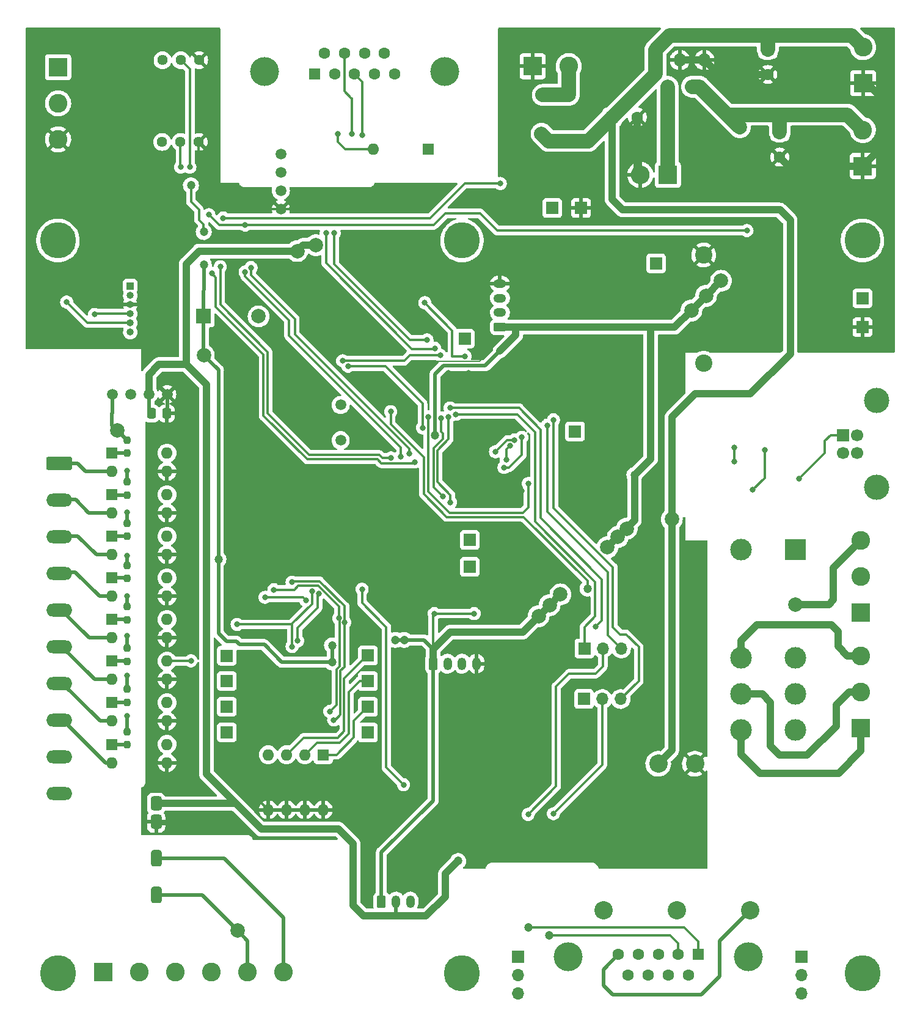
<source format=gbr>
%TF.GenerationSoftware,KiCad,Pcbnew,6.0.5*%
%TF.CreationDate,2022-11-22T12:05:19+03:00*%
%TF.ProjectId,stm32,73746d33-322e-46b6-9963-61645f706362,rev?*%
%TF.SameCoordinates,Original*%
%TF.FileFunction,Copper,L2,Bot*%
%TF.FilePolarity,Positive*%
%FSLAX46Y46*%
G04 Gerber Fmt 4.6, Leading zero omitted, Abs format (unit mm)*
G04 Created by KiCad (PCBNEW 6.0.5) date 2022-11-22 12:05:19*
%MOMM*%
%LPD*%
G01*
G04 APERTURE LIST*
G04 Aperture macros list*
%AMRoundRect*
0 Rectangle with rounded corners*
0 $1 Rounding radius*
0 $2 $3 $4 $5 $6 $7 $8 $9 X,Y pos of 4 corners*
0 Add a 4 corners polygon primitive as box body*
4,1,4,$2,$3,$4,$5,$6,$7,$8,$9,$2,$3,0*
0 Add four circle primitives for the rounded corners*
1,1,$1+$1,$2,$3*
1,1,$1+$1,$4,$5*
1,1,$1+$1,$6,$7*
1,1,$1+$1,$8,$9*
0 Add four rect primitives between the rounded corners*
20,1,$1+$1,$2,$3,$4,$5,0*
20,1,$1+$1,$4,$5,$6,$7,0*
20,1,$1+$1,$6,$7,$8,$9,0*
20,1,$1+$1,$8,$9,$2,$3,0*%
G04 Aperture macros list end*
%TA.AperFunction,ComponentPad*%
%ADD10R,1.600000X1.600000*%
%TD*%
%TA.AperFunction,ComponentPad*%
%ADD11O,1.600000X1.600000*%
%TD*%
%TA.AperFunction,ComponentPad*%
%ADD12R,2.600000X2.600000*%
%TD*%
%TA.AperFunction,ComponentPad*%
%ADD13C,2.600000*%
%TD*%
%TA.AperFunction,ComponentPad*%
%ADD14C,1.600000*%
%TD*%
%TA.AperFunction,ComponentPad*%
%ADD15R,1.700000X1.700000*%
%TD*%
%TA.AperFunction,ComponentPad*%
%ADD16O,1.700000X1.700000*%
%TD*%
%TA.AperFunction,ComponentPad*%
%ADD17C,5.000000*%
%TD*%
%TA.AperFunction,ComponentPad*%
%ADD18C,2.400000*%
%TD*%
%TA.AperFunction,ComponentPad*%
%ADD19R,2.000000X2.000000*%
%TD*%
%TA.AperFunction,ComponentPad*%
%ADD20C,2.000000*%
%TD*%
%TA.AperFunction,ComponentPad*%
%ADD21RoundRect,0.250000X-1.550000X0.650000X-1.550000X-0.650000X1.550000X-0.650000X1.550000X0.650000X0*%
%TD*%
%TA.AperFunction,ComponentPad*%
%ADD22O,3.600000X1.800000*%
%TD*%
%TA.AperFunction,ComponentPad*%
%ADD23C,4.000000*%
%TD*%
%TA.AperFunction,ComponentPad*%
%ADD24C,2.540000*%
%TD*%
%TA.AperFunction,ComponentPad*%
%ADD25C,1.500000*%
%TD*%
%TA.AperFunction,ComponentPad*%
%ADD26C,1.440000*%
%TD*%
%TA.AperFunction,ComponentPad*%
%ADD27RoundRect,0.250000X-0.350000X-0.625000X0.350000X-0.625000X0.350000X0.625000X-0.350000X0.625000X0*%
%TD*%
%TA.AperFunction,ComponentPad*%
%ADD28O,1.200000X1.750000*%
%TD*%
%TA.AperFunction,ComponentPad*%
%ADD29C,1.700000*%
%TD*%
%TA.AperFunction,ComponentPad*%
%ADD30C,3.500000*%
%TD*%
%TA.AperFunction,ComponentPad*%
%ADD31C,3.000000*%
%TD*%
%TA.AperFunction,ComponentPad*%
%ADD32R,3.000000X3.000000*%
%TD*%
%TA.AperFunction,ComponentPad*%
%ADD33O,2.600000X2.600000*%
%TD*%
%TA.AperFunction,ComponentPad*%
%ADD34R,1.000000X1.000000*%
%TD*%
%TA.AperFunction,ComponentPad*%
%ADD35O,1.000000X1.000000*%
%TD*%
%TA.AperFunction,ComponentPad*%
%ADD36RoundRect,0.250000X0.625000X-0.350000X0.625000X0.350000X-0.625000X0.350000X-0.625000X-0.350000X0*%
%TD*%
%TA.AperFunction,ComponentPad*%
%ADD37O,1.750000X1.200000*%
%TD*%
%TA.AperFunction,ComponentPad*%
%ADD38RoundRect,0.381000X-0.381000X0.619000X-0.381000X-0.619000X0.381000X-0.619000X0.381000X0.619000X0*%
%TD*%
%TA.AperFunction,ComponentPad*%
%ADD39RoundRect,0.381000X-0.381000X0.762000X-0.381000X-0.762000X0.381000X-0.762000X0.381000X0.762000X0*%
%TD*%
%TA.AperFunction,ComponentPad*%
%ADD40R,1.800000X1.800000*%
%TD*%
%TA.AperFunction,ComponentPad*%
%ADD41O,1.800000X1.800000*%
%TD*%
%TA.AperFunction,SMDPad,CuDef*%
%ADD42RoundRect,0.237500X-0.237500X0.250000X-0.237500X-0.250000X0.237500X-0.250000X0.237500X0.250000X0*%
%TD*%
%TA.AperFunction,SMDPad,CuDef*%
%ADD43RoundRect,0.250000X-0.337500X-0.475000X0.337500X-0.475000X0.337500X0.475000X-0.337500X0.475000X0*%
%TD*%
%TA.AperFunction,ViaPad*%
%ADD44C,1.200000*%
%TD*%
%TA.AperFunction,ViaPad*%
%ADD45C,0.800000*%
%TD*%
%TA.AperFunction,ViaPad*%
%ADD46C,2.000000*%
%TD*%
%TA.AperFunction,Conductor*%
%ADD47C,1.000000*%
%TD*%
%TA.AperFunction,Conductor*%
%ADD48C,0.500000*%
%TD*%
%TA.AperFunction,Conductor*%
%ADD49C,0.200000*%
%TD*%
%TA.AperFunction,Conductor*%
%ADD50C,0.300000*%
%TD*%
%TA.AperFunction,Conductor*%
%ADD51C,2.000000*%
%TD*%
G04 APERTURE END LIST*
D10*
%TO.P,U17,1*%
%TO.N,Net-(R37-Pad2)*%
X26000000Y-113511428D03*
D11*
%TO.P,U17,2*%
%TO.N,/Optocouple6/EXTi*%
X26000000Y-116051428D03*
%TO.P,U17,3*%
%TO.N,GND*%
X33620000Y-116051428D03*
%TO.P,U17,4*%
%TO.N,/Optocouple6/In*%
X33620000Y-113511428D03*
%TD*%
D12*
%TO.P,J27,1,Pin_1*%
%TO.N,GND*%
X130047000Y-39183500D03*
D13*
%TO.P,J27,2,Pin_2*%
%TO.N,+5V*%
X130047000Y-34183500D03*
%TD*%
D10*
%TO.P,C19,1*%
%TO.N,+24V*%
X95298349Y-32412500D03*
D14*
%TO.P,C19,2*%
%TO.N,GND*%
X98798349Y-32412500D03*
%TD*%
D10*
%TO.P,C28,1*%
%TO.N,+5V*%
X118541000Y-34444500D03*
D14*
%TO.P,C28,2*%
%TO.N,GND*%
X118541000Y-37944500D03*
%TD*%
D15*
%TO.P,JP4,1,A*%
%TO.N,Net-(J18-Pad8)*%
X121583400Y-148695700D03*
D16*
%TO.P,JP4,2,C*%
%TO.N,/SSI_Z*%
X121583400Y-151235700D03*
%TO.P,JP4,3,B*%
%TO.N,GND2*%
X121583400Y-153775700D03*
%TD*%
D15*
%TO.P,J16,1,Pin_1*%
%TO.N,Net-(J16-Pad1)*%
X75590400Y-94691200D03*
%TD*%
%TO.P,TP4,1,1*%
%TO.N,+3.3V*%
X130000000Y-57500000D03*
%TD*%
D17*
%TO.P,P3,1,P1*%
%TO.N,unconnected-(P3-Pad1)*%
X18500000Y-151000000D03*
%TD*%
D10*
%TO.P,SW4,1*%
%TO.N,Net-(R28-Pad2)*%
X69814600Y-36804600D03*
D11*
%TO.P,SW4,2*%
%TO.N,/CANL*%
X62194600Y-36804600D03*
%TD*%
D18*
%TO.P,C22,1*%
%TO.N,Net-(C22-Pad1)*%
X108000000Y-66500000D03*
%TO.P,C22,2*%
%TO.N,GND*%
X108000000Y-51500000D03*
%TD*%
D15*
%TO.P,JP2,1,A*%
%TO.N,/SPI1_MISO*%
X91420000Y-113000000D03*
D16*
%TO.P,JP2,2,C*%
%TO.N,/Rx422*%
X93960000Y-113000000D03*
%TO.P,JP2,3,B*%
%TO.N,/USART1Rx*%
X96500000Y-113000000D03*
%TD*%
D10*
%TO.P,U15,1*%
%TO.N,Net-(R35-Pad2)*%
X26000000Y-101985714D03*
D11*
%TO.P,U15,2*%
%TO.N,/Optocouple4/EXTi*%
X26000000Y-104525714D03*
%TO.P,U15,3*%
%TO.N,GND*%
X33620000Y-104525714D03*
%TO.P,U15,4*%
%TO.N,/Optocouple4/In*%
X33620000Y-101985714D03*
%TD*%
D12*
%TO.P,J20,1,Pin_1*%
%TO.N,Net-(J20-Pad1)*%
X24749600Y-150787800D03*
D13*
%TO.P,J20,2,Pin_2*%
%TO.N,Net-(J20-Pad2)*%
X29749600Y-150787800D03*
%TO.P,J20,3,Pin_3*%
%TO.N,Net-(J20-Pad3)*%
X34749600Y-150787800D03*
%TO.P,J20,4,Pin_4*%
%TO.N,Net-(J20-Pad4)*%
X39749600Y-150787800D03*
%TO.P,J20,5,Pin_5*%
%TO.N,Net-(J20-Pad5)*%
X44749600Y-150787800D03*
%TO.P,J20,6,Pin_6*%
%TO.N,Net-(J20-Pad6)*%
X49749600Y-150787800D03*
%TD*%
D15*
%TO.P,TP2,1,1*%
%TO.N,GND*%
X130000000Y-61500000D03*
%TD*%
D19*
%TO.P,BZ1,1,-*%
%TO.N,+3.3V*%
X38700000Y-60000000D03*
D20*
%TO.P,BZ1,2,+*%
%TO.N,Net-(BZ1-Pad2)*%
X46300000Y-60000000D03*
%TD*%
D17*
%TO.P,P5,1,P1*%
%TO.N,unconnected-(P5-Pad1)*%
X130000000Y-49500000D03*
%TD*%
D15*
%TO.P,J15,1,Pin_1*%
%TO.N,Net-(J15-Pad1)*%
X75590400Y-90982800D03*
%TD*%
D21*
%TO.P,J30,1,Pin_1*%
%TO.N,/Optocouple1/EXTi*%
X18683400Y-80398958D03*
D22*
%TO.P,J30,2,Pin_2*%
%TO.N,/Optocouple2/EXTi*%
X18683400Y-85478958D03*
%TO.P,J30,3,Pin_3*%
%TO.N,/Optocouple/EXTi*%
X18683400Y-90558958D03*
%TO.P,J30,4,Pin_4*%
%TO.N,/Optocouple3/EXTi*%
X18683400Y-95638958D03*
%TO.P,J30,5,Pin_5*%
%TO.N,/Optocouple4/EXTi*%
X18683400Y-100718958D03*
%TO.P,J30,6,Pin_6*%
%TO.N,/Optocouple5/EXTi*%
X18683400Y-105798958D03*
%TO.P,J30,7,Pin_7*%
%TO.N,/Optocouple6/EXTi*%
X18683400Y-110878958D03*
%TO.P,J30,8,Pin_8*%
%TO.N,/Optocouple7/EXTi*%
X18683400Y-115958958D03*
%TO.P,J30,9,Pin_9*%
%TO.N,/Egnd*%
X18683400Y-121038958D03*
%TO.P,J30,10,Pin_10*%
X18683400Y-126118958D03*
%TD*%
D23*
%TO.P,J28,0*%
%TO.N,N/C*%
X47111000Y-26116000D03*
X72111000Y-26116000D03*
D10*
%TO.P,J28,1,1*%
%TO.N,unconnected-(J28-Pad1)*%
X54071000Y-26416000D03*
D14*
%TO.P,J28,2,2*%
%TO.N,/CANL*%
X56841000Y-26416000D03*
%TO.P,J28,3,3*%
%TO.N,GND1*%
X59611000Y-26416000D03*
%TO.P,J28,4,4*%
%TO.N,unconnected-(J28-Pad4)*%
X62381000Y-26416000D03*
%TO.P,J28,5,5*%
%TO.N,unconnected-(J28-Pad5)*%
X65151000Y-26416000D03*
%TO.P,J28,6,6*%
%TO.N,unconnected-(J28-Pad6)*%
X55456000Y-23576000D03*
%TO.P,J28,7,7*%
%TO.N,/CANH*%
X58226000Y-23576000D03*
%TO.P,J28,8,8*%
%TO.N,unconnected-(J28-Pad8)*%
X60996000Y-23576000D03*
%TO.P,J28,9,9*%
%TO.N,unconnected-(J28-Pad9)*%
X63766000Y-23576000D03*
%TD*%
D24*
%TO.P,Q2,1,GND*%
%TO.N,GND*%
X106781600Y-121970800D03*
%TO.P,Q2,2,Vin*%
%TO.N,+24V*%
X101701600Y-121970800D03*
%TO.P,Q2,3,+Vo*%
%TO.N,Net-(J18-Pad8)*%
X94081600Y-142290800D03*
%TO.P,Q2,4*%
%TO.N,N/C*%
X104241600Y-142290800D03*
%TO.P,Q2,5,0V*%
%TO.N,GND2*%
X114401600Y-142290800D03*
%TD*%
D25*
%TO.P,Y1,1,1*%
%TO.N,/OSCIN*%
X57678600Y-72276200D03*
%TO.P,Y1,2,2*%
%TO.N,/OSCOUT*%
X57678600Y-77156200D03*
%TD*%
%TO.P,Q8,1,GND*%
%TO.N,GND*%
X49384800Y-45143469D03*
%TO.P,Q8,2,Vin*%
%TO.N,+5V*%
X49384800Y-42603469D03*
%TO.P,Q8,3,0V*%
%TO.N,GND1*%
X49384800Y-40063469D03*
%TO.P,Q8,4,+Vo*%
%TO.N,Net-(C23-Pad1)*%
X49384800Y-37523469D03*
%TD*%
D17*
%TO.P,P6,1,P1*%
%TO.N,unconnected-(P6-Pad1)*%
X74500000Y-49500000D03*
%TD*%
D12*
%TO.P,J25,1,Pin_1*%
%TO.N,/NO1*%
X129805000Y-101000000D03*
D13*
%TO.P,J25,2,Pin_2*%
%TO.N,/COM1*%
X129805000Y-96000000D03*
%TO.P,J25,3,Pin_3*%
%TO.N,/NC1*%
X129805000Y-91000000D03*
%TD*%
D15*
%TO.P,J3,1,Pin_1*%
%TO.N,Net-(J3-Pad1)*%
X41914200Y-106994800D03*
%TD*%
%TO.P,TP3,1,1*%
%TO.N,GND*%
X91000000Y-45000000D03*
%TD*%
D26*
%TO.P,RV1,1,1*%
%TO.N,GND*%
X38079800Y-24514600D03*
%TO.P,RV1,2,2*%
%TO.N,/AIN2*%
X35539800Y-24514600D03*
%TO.P,RV1,3,3*%
%TO.N,Net-(C12-Pad2)*%
X32999800Y-24514600D03*
%TD*%
D27*
%TO.P,J19,1,Pin_1*%
%TO.N,+3.3V*%
X70500000Y-108099400D03*
D28*
%TO.P,J19,2,Pin_2*%
%TO.N,Net-(J19-Pad2)*%
X72500000Y-108099400D03*
%TO.P,J19,3,Pin_3*%
%TO.N,Net-(J19-Pad3)*%
X74500000Y-108099400D03*
%TO.P,J19,4,Pin_4*%
%TO.N,GND*%
X76500000Y-108099400D03*
%TD*%
D15*
%TO.P,J1,1,Pin_1*%
%TO.N,Net-(J1-Pad1)*%
X61472200Y-114081400D03*
%TD*%
%TO.P,J2,1,Pin_1*%
%TO.N,Net-(J2-Pad1)*%
X61472200Y-110525400D03*
%TD*%
%TO.P,J29,1,VBUS*%
%TO.N,Net-(D8-Pad1)*%
X127290000Y-76429200D03*
D29*
%TO.P,J29,2,D-*%
%TO.N,Net-(J29-Pad2)*%
X127290000Y-78929200D03*
%TO.P,J29,3,D+*%
%TO.N,Net-(J29-Pad3)*%
X129290000Y-78929200D03*
%TO.P,J29,4,GND*%
%TO.N,Net-(D8-Pad4)*%
X129290000Y-76429200D03*
D30*
%TO.P,J29,5,Shield*%
X132000000Y-71659200D03*
X132000000Y-83699200D03*
%TD*%
D31*
%TO.P,K1,11*%
%TO.N,/COM1*%
X120707500Y-112292500D03*
%TO.P,K1,12*%
%TO.N,/NC1*%
X120707500Y-107292500D03*
%TO.P,K1,14*%
%TO.N,/NO1*%
X120707500Y-117292500D03*
%TO.P,K1,21*%
%TO.N,/COM2*%
X113207500Y-112292500D03*
%TO.P,K1,22*%
%TO.N,/NC2*%
X113207500Y-107292500D03*
%TO.P,K1,24*%
%TO.N,/NO2*%
X113207500Y-117292500D03*
D32*
%TO.P,K1,A1*%
%TO.N,Net-(D6-Pad2)*%
X120707500Y-92292500D03*
D31*
%TO.P,K1,A2*%
%TO.N,+24V*%
X113207500Y-92292500D03*
%TD*%
D15*
%TO.P,J5,1,Pin_1*%
%TO.N,Net-(J5-Pad1)*%
X41914200Y-110500000D03*
%TD*%
%TO.P,JP3,1,A*%
%TO.N,Net-(J18-Pad8)*%
X82289600Y-148695700D03*
D16*
%TO.P,JP3,2,C*%
%TO.N,/SSI_VR*%
X82289600Y-151235700D03*
%TO.P,JP3,3,B*%
%TO.N,GND2*%
X82289600Y-153775700D03*
%TD*%
D10*
%TO.P,U14,1*%
%TO.N,Net-(R34-Pad2)*%
X26000000Y-96222857D03*
D11*
%TO.P,U14,2*%
%TO.N,/Optocouple3/EXTi*%
X26000000Y-98762857D03*
%TO.P,U14,3*%
%TO.N,GND*%
X33620000Y-98762857D03*
%TO.P,U14,4*%
%TO.N,/Optocouple3/In*%
X33620000Y-96222857D03*
%TD*%
D12*
%TO.P,D10,1,K*%
%TO.N,Net-(D10-Pad1)*%
X103027000Y-40413500D03*
D33*
%TO.P,D10,2,A*%
%TO.N,GND*%
X99217000Y-40413500D03*
%TD*%
D23*
%TO.P,J18,0*%
%TO.N,N/C*%
X114205200Y-148658169D03*
X89205200Y-148658169D03*
D10*
%TO.P,J18,1,1*%
%TO.N,Net-(J18-Pad1)*%
X107245200Y-148358169D03*
D14*
%TO.P,J18,2,2*%
%TO.N,Net-(J18-Pad2)*%
X104475200Y-148358169D03*
%TO.P,J18,3,3*%
%TO.N,Net-(J18-Pad3)*%
X101705200Y-148358169D03*
%TO.P,J18,4,4*%
%TO.N,Net-(J18-Pad4)*%
X98935200Y-148358169D03*
%TO.P,J18,5,5*%
%TO.N,GND2*%
X96165200Y-148358169D03*
%TO.P,J18,6,6*%
%TO.N,/SSI_Z*%
X105860200Y-151198169D03*
%TO.P,J18,7,7*%
%TO.N,/SSI_VR*%
X103090200Y-151198169D03*
%TO.P,J18,8,8*%
%TO.N,Net-(J18-Pad8)*%
X100320200Y-151198169D03*
%TO.P,J18,9,9*%
%TO.N,unconnected-(J18-Pad9)*%
X97550200Y-151198169D03*
%TD*%
D26*
%TO.P,RV2,1,1*%
%TO.N,GND*%
X38029000Y-35843000D03*
%TO.P,RV2,2,2*%
%TO.N,/AIN3*%
X35489000Y-35843000D03*
%TO.P,RV2,3,3*%
%TO.N,Net-(C13-Pad2)*%
X32949000Y-35843000D03*
%TD*%
D15*
%TO.P,J8,1,Pin_1*%
%TO.N,Net-(J8-Pad1)*%
X61472200Y-117637400D03*
%TD*%
%TO.P,J17,1,Pin_1*%
%TO.N,Net-(J17-Pad1)*%
X74879200Y-63093600D03*
%TD*%
D12*
%TO.P,J21,1,Pin_1*%
%TO.N,Net-(J21-Pad1)*%
X18526000Y-25500000D03*
D13*
%TO.P,J21,2,Pin_2*%
%TO.N,Net-(J21-Pad2)*%
X18526000Y-30500000D03*
%TO.P,J21,3,Pin_3*%
%TO.N,GND*%
X18526000Y-35500000D03*
%TD*%
D34*
%TO.P,J9,1,Pin_1*%
%TO.N,/SWCLK*%
X28525000Y-55825000D03*
D35*
%TO.P,J9,2,Pin_2*%
%TO.N,/SWDIO*%
X28525000Y-57095000D03*
%TO.P,J9,3,Pin_3*%
%TO.N,GND*%
X28525000Y-58365000D03*
%TO.P,J9,4,Pin_4*%
%TO.N,Net-(J9-Pad4)*%
X28525000Y-59635000D03*
%TO.P,J9,5,Pin_5*%
%TO.N,/boot*%
X28525000Y-60905000D03*
%TO.P,J9,6,Pin_6*%
%TO.N,/rst*%
X28525000Y-62175000D03*
%TD*%
D10*
%TO.P,U16,1*%
%TO.N,Net-(R36-Pad2)*%
X26000000Y-107748571D03*
D11*
%TO.P,U16,2*%
%TO.N,/Optocouple5/EXTi*%
X26000000Y-110288571D03*
%TO.P,U16,3*%
%TO.N,GND*%
X33620000Y-110288571D03*
%TO.P,U16,4*%
%TO.N,/Optocouple5/In*%
X33620000Y-107748571D03*
%TD*%
D10*
%TO.P,C18,1*%
%TO.N,+24V*%
X116890000Y-23012849D03*
D14*
%TO.P,C18,2*%
%TO.N,GND*%
X116890000Y-26512849D03*
%TD*%
D25*
%TO.P,Q1,1,GND*%
%TO.N,GND*%
X33645400Y-70780886D03*
%TO.P,Q1,2,Vin*%
%TO.N,+5V*%
X31105400Y-70780886D03*
%TO.P,Q1,3,0V*%
%TO.N,/Egnd*%
X28565400Y-70780886D03*
%TO.P,Q1,4,+Vo*%
%TO.N,/E5*%
X26025400Y-70780886D03*
%TD*%
D10*
%TO.P,U13,1*%
%TO.N,Net-(R33-Pad2)*%
X26000000Y-84697143D03*
D11*
%TO.P,U13,2*%
%TO.N,/Optocouple2/EXTi*%
X26000000Y-87237143D03*
%TO.P,U13,3*%
%TO.N,GND*%
X33620000Y-87237143D03*
%TO.P,U13,4*%
%TO.N,/Optocouple2/In*%
X33620000Y-84697143D03*
%TD*%
D27*
%TO.P,J22,1,Pin_1*%
%TO.N,+3.3V*%
X63338600Y-141059000D03*
D28*
%TO.P,J22,2,Pin_2*%
%TO.N,+5V*%
X65338600Y-141059000D03*
%TO.P,J22,3,Pin_3*%
%TO.N,/G1*%
X67338600Y-141059000D03*
%TD*%
D10*
%TO.P,SW2,1*%
%TO.N,Net-(J1-Pad1)*%
X55274600Y-120717900D03*
D11*
%TO.P,SW2,2*%
%TO.N,Net-(J2-Pad1)*%
X52734600Y-120717900D03*
%TO.P,SW2,3*%
%TO.N,Net-(J7-Pad1)*%
X50194600Y-120717900D03*
%TO.P,SW2,4*%
%TO.N,Net-(J8-Pad1)*%
X47654600Y-120717900D03*
%TO.P,SW2,5*%
%TO.N,GND*%
X47654600Y-128337900D03*
%TO.P,SW2,6*%
X50194600Y-128337900D03*
%TO.P,SW2,7*%
X52734600Y-128337900D03*
%TO.P,SW2,8*%
X55274600Y-128337900D03*
%TD*%
D10*
%TO.P,U11,1*%
%TO.N,Net-(R31-Pad2)*%
X26000000Y-90460000D03*
D11*
%TO.P,U11,2*%
%TO.N,/Optocouple/EXTi*%
X26000000Y-93000000D03*
%TO.P,U11,3*%
%TO.N,GND*%
X33620000Y-93000000D03*
%TO.P,U11,4*%
%TO.N,/Optocouple/In*%
X33620000Y-90460000D03*
%TD*%
D15*
%TO.P,TP1,1,1*%
%TO.N,Net-(C22-Pad1)*%
X101396000Y-52650000D03*
%TD*%
D17*
%TO.P,P1,1,P1*%
%TO.N,unconnected-(P1-Pad1)*%
X74500000Y-151000000D03*
%TD*%
D36*
%TO.P,J24,1,Pin_1*%
%TO.N,+3.3V*%
X79764000Y-61492000D03*
D37*
%TO.P,J24,2,Pin_2*%
%TO.N,+5V*%
X79764000Y-59492000D03*
%TO.P,J24,3,Pin_3*%
%TO.N,/4.6V*%
X79764000Y-57492000D03*
%TO.P,J24,4,Pin_4*%
%TO.N,GND*%
X79764000Y-55492000D03*
%TD*%
D17*
%TO.P,P4,1,P1*%
%TO.N,unconnected-(P4-Pad1)*%
X18500000Y-49500000D03*
%TD*%
D10*
%TO.P,U18,1*%
%TO.N,Net-(R38-Pad2)*%
X26000000Y-119274286D03*
D11*
%TO.P,U18,2*%
%TO.N,/Optocouple7/EXTi*%
X26000000Y-121814286D03*
%TO.P,U18,3*%
%TO.N,GND*%
X33620000Y-121814286D03*
%TO.P,U18,4*%
%TO.N,/Optocouple7/In*%
X33620000Y-119274286D03*
%TD*%
D15*
%TO.P,TP5,1,1*%
%TO.N,+5V*%
X87000000Y-45000000D03*
%TD*%
D20*
%TO.P,L1,1,1*%
%TO.N,+5V*%
X113000000Y-33809500D03*
%TO.P,L1,2,2*%
%TO.N,Net-(D10-Pad1)*%
X103000000Y-33809500D03*
%TD*%
D15*
%TO.P,JP1,1,A*%
%TO.N,/SPI1_SCK*%
X91475000Y-106000000D03*
D16*
%TO.P,JP1,2,C*%
%TO.N,/Tx422*%
X94015000Y-106000000D03*
%TO.P,JP1,3,B*%
%TO.N,/USART1Tx*%
X96555000Y-106000000D03*
%TD*%
D12*
%TO.P,J26,1,Pin_1*%
%TO.N,GND*%
X130098000Y-27713500D03*
D13*
%TO.P,J26,2,Pin_2*%
%TO.N,+24V*%
X130098000Y-22713500D03*
%TD*%
D15*
%TO.P,J4,1,Pin_1*%
%TO.N,Net-(J4-Pad1)*%
X41914200Y-117612000D03*
%TD*%
%TO.P,J6,1,Pin_1*%
%TO.N,Net-(J6-Pad1)*%
X41914200Y-114056000D03*
%TD*%
D38*
%TO.P,Q3,1,GND*%
%TO.N,+5V*%
X32105600Y-127480400D03*
%TO.P,Q3,2,Vin*%
%TO.N,GND*%
X32105600Y-130020400D03*
D39*
%TO.P,Q3,4,0V*%
%TO.N,Net-(J20-Pad6)*%
X32105600Y-135100400D03*
%TO.P,Q3,6,+Vo*%
%TO.N,Net-(J20-Pad5)*%
X32105600Y-140180400D03*
%TD*%
D40*
%TO.P,U9,1,VIN*%
%TO.N,+24V*%
X101298000Y-24488500D03*
D41*
%TO.P,U9,2,VOUT*%
%TO.N,Net-(D10-Pad1)*%
X102998000Y-28188500D03*
%TO.P,U9,3,GND*%
%TO.N,GND*%
X104698000Y-24488500D03*
%TO.P,U9,4,FB*%
%TO.N,+5V*%
X106398000Y-28188500D03*
%TO.P,U9,5,ON/OFF*%
%TO.N,GND*%
X108098000Y-24488500D03*
%TD*%
D15*
%TO.P,J7,1,Pin_1*%
%TO.N,Net-(J7-Pad1)*%
X61472200Y-106969400D03*
%TD*%
D10*
%TO.P,U12,1*%
%TO.N,Net-(R32-Pad2)*%
X26000000Y-78934286D03*
D11*
%TO.P,U12,2*%
%TO.N,/Optocouple1/EXTi*%
X26000000Y-81474286D03*
%TO.P,U12,3*%
%TO.N,GND*%
X33620000Y-81474286D03*
%TO.P,U12,4*%
%TO.N,/Optocouple1/In*%
X33620000Y-78934286D03*
%TD*%
D17*
%TO.P,P2,1,P1*%
%TO.N,unconnected-(P2-Pad1)*%
X130000000Y-151000000D03*
%TD*%
D12*
%TO.P,J23,1,Pin_1*%
%TO.N,GND*%
X84291000Y-25351500D03*
D13*
%TO.P,J23,2,Pin_2*%
%TO.N,Net-(J23-Pad2)*%
X89291000Y-25351500D03*
%TD*%
D12*
%TO.P,J10,1,Pin_1*%
%TO.N,/NO2*%
X129805000Y-117000000D03*
D13*
%TO.P,J10,2,Pin_2*%
%TO.N,/COM2*%
X129805000Y-112000000D03*
%TO.P,J10,3,Pin_3*%
%TO.N,/NC2*%
X129805000Y-107000000D03*
%TD*%
D15*
%TO.P,J38,1,Pin_1*%
%TO.N,Net-(J38-Pad1)*%
X90170000Y-75946000D03*
%TD*%
D42*
%TO.P,R36,1*%
%TO.N,/E5*%
X28057400Y-105936386D03*
%TO.P,R36,2*%
%TO.N,Net-(R36-Pad2)*%
X28057400Y-107761386D03*
%TD*%
%TO.P,R32,1*%
%TO.N,/E5*%
X28057400Y-77130886D03*
%TO.P,R32,2*%
%TO.N,Net-(R32-Pad2)*%
X28057400Y-78955886D03*
%TD*%
D43*
%TO.P,C1,1*%
%TO.N,+5V*%
X31486400Y-73447886D03*
%TO.P,C1,2*%
%TO.N,GND*%
X33561400Y-73447886D03*
%TD*%
D42*
%TO.P,R35,1*%
%TO.N,/E5*%
X28057400Y-100197886D03*
%TO.P,R35,2*%
%TO.N,Net-(R35-Pad2)*%
X28057400Y-102022886D03*
%TD*%
%TO.P,R37,1*%
%TO.N,/E5*%
X28057400Y-111627886D03*
%TO.P,R37,2*%
%TO.N,Net-(R37-Pad2)*%
X28057400Y-113452886D03*
%TD*%
%TO.P,R38,1*%
%TO.N,/E5*%
X28057400Y-117493386D03*
%TO.P,R38,2*%
%TO.N,Net-(R38-Pad2)*%
X28057400Y-119318386D03*
%TD*%
%TO.P,R33,1*%
%TO.N,/E5*%
X28057400Y-82925886D03*
%TO.P,R33,2*%
%TO.N,Net-(R33-Pad2)*%
X28057400Y-84750886D03*
%TD*%
%TO.P,R34,1*%
%TO.N,/E5*%
X28057400Y-94482886D03*
%TO.P,R34,2*%
%TO.N,Net-(R34-Pad2)*%
X28057400Y-96307886D03*
%TD*%
%TO.P,R31,1*%
%TO.N,/E5*%
X28057400Y-88640886D03*
%TO.P,R31,2*%
%TO.N,Net-(R31-Pad2)*%
X28057400Y-90465886D03*
%TD*%
D44*
%TO.N,GND*%
X37084000Y-76200000D03*
X65963800Y-92786200D03*
D45*
X41295200Y-130264600D03*
X65006900Y-128337900D03*
D44*
X68986400Y-115519200D03*
X68986400Y-124749100D03*
D45*
X81534000Y-50546000D03*
D44*
X43383200Y-76225400D03*
D45*
X46888400Y-106984800D03*
X78028800Y-81432400D03*
X37185600Y-47447200D03*
D44*
X91465400Y-80492600D03*
D45*
X30657800Y-66573400D03*
X82753200Y-84175600D03*
D44*
X91389200Y-86817200D03*
X54076600Y-86233000D03*
X85500000Y-118500000D03*
D45*
X68808000Y-68858800D03*
X58909800Y-43136869D03*
D44*
X83210400Y-80568800D03*
D45*
X77317600Y-64820800D03*
X75387200Y-67818000D03*
X97993200Y-74371200D03*
X63550800Y-68783200D03*
X46888400Y-116840000D03*
X60147200Y-68834000D03*
X46888400Y-110490000D03*
X58623200Y-58166000D03*
X72644000Y-67818000D03*
X50038000Y-53441600D03*
D44*
%TO.N,+5V*%
X73964800Y-135432800D03*
D46*
X54254400Y-50139600D03*
X51663600Y-50952400D03*
D45*
%TO.N,/I2C1_SCL*%
X72898000Y-85750400D03*
X72644000Y-73964800D03*
%TO.N,/I2C1_SDA*%
X71613900Y-74066400D03*
X71831200Y-84937600D03*
%TO.N,/CANL*%
X57309600Y-34754869D03*
%TO.N,/CANH*%
X59214600Y-34704069D03*
D44*
%TO.N,/Relay*%
X91897200Y-97688400D03*
D45*
X64617600Y-73202800D03*
%TO.N,/PWM*%
X66395600Y-124866400D03*
X60651777Y-97786577D03*
%TO.N,/CAN_Rx*%
X55676800Y-48463200D03*
X70713600Y-64414400D03*
%TO.N,/CAN_Tx*%
X69646800Y-63246000D03*
X56794400Y-48463200D03*
D44*
%TO.N,Net-(J18-Pad2)*%
X86614000Y-145694400D03*
%TO.N,Net-(J18-Pad1)*%
X83667600Y-144627600D03*
D46*
%TO.N,+3.3V*%
X38709600Y-65379600D03*
D45*
X70669400Y-101166600D03*
D46*
X94665800Y-91973400D03*
X96088200Y-90551000D03*
X106283800Y-59192200D03*
D44*
X98399600Y-81991200D03*
D46*
X85115400Y-101523800D03*
X97336276Y-89385900D03*
D44*
X56489600Y-105562400D03*
D46*
X88138000Y-98501200D03*
D44*
X70764400Y-76458800D03*
D46*
X86639400Y-99999800D03*
X110413000Y-55063000D03*
D45*
X76181200Y-101166600D03*
D44*
X40741600Y-93624400D03*
X66497200Y-104800400D03*
D46*
X108315800Y-57160200D03*
D44*
X36931600Y-41859200D03*
X38709600Y-48310800D03*
X65278000Y-104800400D03*
X56489600Y-107899200D03*
X38709600Y-52832000D03*
D45*
%TO.N,/rst*%
X69037200Y-75438000D03*
X58724800Y-66903600D03*
%TO.N,/E5*%
X28077880Y-98700406D03*
X28077880Y-115312006D03*
X28077880Y-109724006D03*
D46*
X26720457Y-75793943D03*
D45*
X28077880Y-87118006D03*
X28077880Y-104237606D03*
X28077880Y-93112406D03*
X28077880Y-81377606D03*
%TO.N,/AIN0*%
X40995600Y-53136800D03*
X41402000Y-46380400D03*
X64668400Y-79603600D03*
X79806800Y-41605200D03*
D46*
%TO.N,+24V*%
X85521000Y-34698500D03*
X103581200Y-88087200D03*
D45*
%TO.N,Net-(D8-Pad1)*%
X121194800Y-82523000D03*
%TO.N,Net-(C20-Pad2)*%
X116445000Y-78484400D03*
X114794000Y-84047000D03*
%TO.N,Net-(D8-Pad7)*%
X112279400Y-80135400D03*
X112279400Y-78128800D03*
%TO.N,GND1*%
X60713200Y-34932669D03*
%TO.N,/boot*%
X71475600Y-65379600D03*
X19710400Y-58013600D03*
X57962800Y-66154100D03*
%TO.N,/SWCLK*%
X74930000Y-65532000D03*
X69342000Y-58115200D03*
D46*
%TO.N,Net-(J20-Pad5)*%
X43378000Y-145081800D03*
%TO.N,Net-(J23-Pad2)*%
X89291000Y-29324500D03*
X85688000Y-29324500D03*
D45*
%TO.N,/SPI1_SCK*%
X73660000Y-73558400D03*
%TO.N,/Tx422*%
X83667600Y-128981200D03*
%TO.N,/USART1Tx*%
X86309200Y-75082400D03*
%TO.N,/SPI1_MISO*%
X72847200Y-72694800D03*
X93000000Y-103000000D03*
%TO.N,/Rx422*%
X87172800Y-128879600D03*
%TO.N,/USART1Rx*%
X87172800Y-74320400D03*
%TO.N,/AIN1*%
X65989200Y-79451200D03*
X39420800Y-45923200D03*
X113995200Y-48107600D03*
X44450000Y-47345600D03*
X44450000Y-53848000D03*
%TO.N,/AIN2*%
X67157600Y-78994000D03*
X45262800Y-53238400D03*
X36779200Y-39319200D03*
%TO.N,/AIN3*%
X39827200Y-54051200D03*
X35509200Y-39319200D03*
X67919600Y-80162400D03*
%TO.N,/DIN*%
X50956600Y-105724800D03*
X53695600Y-98094800D03*
X43332400Y-102666800D03*
%TO.N,/DEN0*%
X54637559Y-98429044D03*
X51718600Y-104937400D03*
%TO.N,/Addr2*%
X50952400Y-96824800D03*
X56722400Y-115884800D03*
X58255100Y-102362000D03*
%TO.N,/Addr1*%
X48428200Y-97856600D03*
X56189000Y-114716400D03*
X57427733Y-101801223D03*
%TO.N,/Optocouple5/In*%
X36931600Y-107696000D03*
%TO.N,/DEN1*%
X47193200Y-98907600D03*
X52882800Y-99364800D03*
%TO.N,/USBpullup*%
X69799200Y-73914000D03*
X83667600Y-83159600D03*
%TO.N,/SPI2_SCK*%
X80619600Y-79857600D03*
X81127600Y-77927200D03*
%TO.N,/SPI2_MISO*%
X79146400Y-78740000D03*
X81788000Y-77114400D03*
%TO.N,/SPI2_MOSI*%
X82804000Y-76758800D03*
X80327300Y-80924400D03*
%TO.N,Net-(J9-Pad4)*%
X23571200Y-59740800D03*
D46*
%TO.N,/NC1*%
X120700800Y-99923600D03*
%TD*%
D47*
%TO.N,GND*%
X130606000Y-27713500D02*
X133527000Y-30634500D01*
D48*
X43383200Y-76225400D02*
X43383200Y-76454000D01*
D47*
X98798349Y-39994849D02*
X99217000Y-40413500D01*
D49*
X83210400Y-80568800D02*
X79895700Y-83883500D01*
X77317600Y-65887600D02*
X76962000Y-66243200D01*
D50*
X45249900Y-117462500D02*
X45872400Y-116840000D01*
D49*
X97993200Y-71678800D02*
X94132400Y-67818000D01*
D48*
X31547885Y-110288571D02*
X31537200Y-110277886D01*
D50*
X38029000Y-38943400D02*
X39547800Y-40462200D01*
D48*
X33620000Y-104525714D02*
X31548972Y-104525714D01*
X33620000Y-81474286D02*
X32197600Y-81474286D01*
D47*
X98798349Y-32412500D02*
X98798349Y-39994849D01*
D50*
X30272600Y-58365000D02*
X30272600Y-54360200D01*
X75387200Y-67818000D02*
X88747600Y-67818000D01*
X77317600Y-56286400D02*
X78112000Y-55492000D01*
X38029000Y-35843000D02*
X38029000Y-38943400D01*
X67902500Y-128337900D02*
X68986400Y-127254000D01*
D48*
X32553543Y-76190743D02*
X33561400Y-75182886D01*
X33561400Y-75182886D02*
X33561400Y-73447886D01*
D49*
X91389200Y-81026000D02*
X91389200Y-80568800D01*
D50*
X30272600Y-54360200D02*
X35763200Y-48869600D01*
X55274600Y-128337900D02*
X65006900Y-128337900D01*
X35763200Y-48869600D02*
X37185600Y-47447200D01*
X88747600Y-67818000D02*
X94132400Y-67818000D01*
X79764000Y-52316000D02*
X79764000Y-55492000D01*
X47654600Y-128337900D02*
X50194600Y-128337900D01*
X46888400Y-116840000D02*
X46888400Y-110490000D01*
X65006900Y-128337900D02*
X67902500Y-128337900D01*
X75387200Y-67818000D02*
X72644000Y-67818000D01*
X63550800Y-68783200D02*
X60198000Y-68783200D01*
X52534400Y-43136869D02*
X50527800Y-45143469D01*
D48*
X31537200Y-98746286D02*
X31537200Y-104537486D01*
X31537200Y-110277886D02*
X31537200Y-116119886D01*
X31548972Y-104525714D02*
X31537200Y-104537486D01*
D50*
X78028800Y-82245200D02*
X79667100Y-83883500D01*
D48*
X33620000Y-110288571D02*
X31547885Y-110288571D01*
D49*
X68986400Y-66243200D02*
X68808000Y-66421600D01*
D50*
X50527800Y-45143469D02*
X49384800Y-45143469D01*
D49*
X65963800Y-92786200D02*
X59410600Y-86233000D01*
X79895700Y-83883500D02*
X79667100Y-83883500D01*
X77317600Y-64820800D02*
X77317600Y-65887600D01*
D50*
X79959200Y-84175600D02*
X82753200Y-84175600D01*
D48*
X33645400Y-70780886D02*
X33645400Y-73363886D01*
D50*
X58623200Y-58166000D02*
X53898800Y-53441600D01*
D47*
X110122349Y-26512849D02*
X108098000Y-24488500D01*
D50*
X76500000Y-110000000D02*
X85000000Y-118500000D01*
X60198000Y-68783200D02*
X60147200Y-68834000D01*
X32969200Y-46075600D02*
X35763200Y-48869600D01*
D49*
X68808000Y-66421600D02*
X68808000Y-68858800D01*
X91389200Y-86817200D02*
X91389200Y-81026000D01*
D50*
X46888400Y-110490000D02*
X46888400Y-106984800D01*
X58909800Y-43136869D02*
X52534400Y-43136869D01*
D48*
X31537200Y-104537486D02*
X31537200Y-110277886D01*
X33620000Y-93000000D02*
X31582114Y-93000000D01*
X31537200Y-92955086D02*
X31537200Y-98746286D01*
D50*
X76500000Y-108099400D02*
X76500000Y-110000000D01*
X68986400Y-127254000D02*
X68986400Y-115519200D01*
X30272600Y-58365000D02*
X28525000Y-58365000D01*
D47*
X104698000Y-24488500D02*
X108098000Y-24488500D01*
X133527000Y-30634500D02*
X133527000Y-35703500D01*
D49*
X59410600Y-86233000D02*
X54076600Y-86233000D01*
D50*
X79857600Y-84074000D02*
X79959200Y-84175600D01*
X78112000Y-55492000D02*
X79764000Y-55492000D01*
X39547800Y-40462200D02*
X44229069Y-45143469D01*
D48*
X31537200Y-87163886D02*
X31537200Y-92955086D01*
D49*
X91389200Y-80568800D02*
X91465400Y-80492600D01*
D50*
X45872400Y-116840000D02*
X46888400Y-116840000D01*
X52734600Y-128337900D02*
X55274600Y-128337900D01*
X31292800Y-59385200D02*
X30272600Y-58365000D01*
D48*
X32349800Y-130264600D02*
X32105600Y-130020400D01*
D50*
X79667100Y-83883500D02*
X79857600Y-84074000D01*
D47*
X130047000Y-39183500D02*
X119780000Y-39183500D01*
D50*
X31292800Y-65938400D02*
X31292800Y-59385200D01*
D48*
X33620000Y-98762857D02*
X31553771Y-98762857D01*
D50*
X44229069Y-45143469D02*
X49384800Y-45143469D01*
D47*
X130098000Y-27713500D02*
X130606000Y-27713500D01*
X133527000Y-35703500D02*
X130047000Y-39183500D01*
D50*
X85000000Y-118500000D02*
X85500000Y-118500000D01*
X30657800Y-66573400D02*
X31292800Y-65938400D01*
X77317600Y-64820800D02*
X77317600Y-56286400D01*
D47*
X119780000Y-39183500D02*
X118541000Y-37944500D01*
D48*
X43383200Y-76454000D02*
X53162200Y-86233000D01*
X33620000Y-87237143D02*
X31610457Y-87237143D01*
D50*
X81534000Y-50546000D02*
X79764000Y-52316000D01*
D48*
X32553543Y-76190743D02*
X37074743Y-76190743D01*
D50*
X39547800Y-40462200D02*
X34620200Y-40462200D01*
D48*
X31537200Y-116119886D02*
X31537200Y-121047486D01*
X31553771Y-98762857D02*
X31537200Y-98746286D01*
X53162200Y-86233000D02*
X54076600Y-86233000D01*
D50*
X78028800Y-81432400D02*
X78028800Y-82245200D01*
X45249900Y-125933200D02*
X45249900Y-117462500D01*
D49*
X97993200Y-74371200D02*
X97993200Y-71678800D01*
D48*
X31537200Y-82134686D02*
X31537200Y-87163886D01*
D50*
X47654600Y-128337900D02*
X45249900Y-125933200D01*
D48*
X31537200Y-77207086D02*
X32553543Y-76190743D01*
D49*
X76962000Y-66243200D02*
X68986400Y-66243200D01*
D48*
X32304000Y-121814286D02*
X33620000Y-121814286D01*
D50*
X53898800Y-53441600D02*
X50038000Y-53441600D01*
X34620200Y-40462200D02*
X32969200Y-42113200D01*
D48*
X31537200Y-121047486D02*
X32304000Y-121814286D01*
X33620000Y-116051428D02*
X31605658Y-116051428D01*
X31610457Y-87237143D02*
X31537200Y-87163886D01*
D47*
X116890000Y-26512849D02*
X110122349Y-26512849D01*
D48*
X31537200Y-82134686D02*
X31537200Y-77207086D01*
X41295200Y-130264600D02*
X32349800Y-130264600D01*
X32197600Y-81474286D02*
X31537200Y-82134686D01*
D50*
X50194600Y-128337900D02*
X52734600Y-128337900D01*
D48*
X37074743Y-76190743D02*
X37084000Y-76200000D01*
X33645400Y-73363886D02*
X33561400Y-73447886D01*
D50*
X32969200Y-42113200D02*
X32969200Y-46075600D01*
D48*
X31582114Y-93000000D02*
X31537200Y-92955086D01*
X31605658Y-116051428D02*
X31537200Y-116119886D01*
D47*
%TO.N,+5V*%
X31105400Y-70780886D02*
X31105400Y-68056200D01*
X32105600Y-127480400D02*
X42928200Y-127480400D01*
X36271200Y-52730400D02*
X36271200Y-65278000D01*
X39065200Y-69443600D02*
X39065200Y-123393200D01*
D48*
X65338600Y-141059000D02*
X65338600Y-142808600D01*
D47*
X54254400Y-50139600D02*
X52476400Y-50139600D01*
X46685200Y-131013200D02*
X57404000Y-131013200D01*
D48*
X65338600Y-142808600D02*
X65582800Y-143052800D01*
D47*
X36271200Y-66649600D02*
X39065200Y-69443600D01*
X65582800Y-143052800D02*
X69494400Y-143052800D01*
X52476400Y-50139600D02*
X51663600Y-50952400D01*
X43040300Y-127368300D02*
X46685200Y-131013200D01*
D51*
X118541000Y-34444500D02*
X118541000Y-32184000D01*
D47*
X54254400Y-50596800D02*
X54254400Y-50139600D01*
X41935400Y-126263400D02*
X43040300Y-127368300D01*
X32512000Y-66649600D02*
X32334200Y-66827400D01*
X59385200Y-141579600D02*
X60858400Y-143052800D01*
D51*
X130047000Y-34183500D02*
X127935000Y-32071500D01*
X118428500Y-32071500D02*
X111262000Y-32071500D01*
X118541000Y-32184000D02*
X118428500Y-32071500D01*
X106398000Y-28188500D02*
X107379000Y-28188500D01*
D47*
X36271200Y-65278000D02*
X36271200Y-66649600D01*
D51*
X107379000Y-28188500D02*
X111262000Y-32071500D01*
D48*
X31105400Y-73066886D02*
X31486400Y-73447886D01*
D51*
X111262000Y-32071500D02*
X113000000Y-33809500D01*
D47*
X57404000Y-131013200D02*
X59385200Y-132994400D01*
D48*
X31105400Y-70780886D02*
X31105400Y-73066886D01*
D47*
X39065200Y-123393200D02*
X41935400Y-126263400D01*
X72186800Y-137210800D02*
X73964800Y-135432800D01*
X72186800Y-140360400D02*
X72186800Y-139039600D01*
X69494400Y-143052800D02*
X72186800Y-140360400D01*
D51*
X127935000Y-32071500D02*
X118428500Y-32071500D01*
D47*
X31105400Y-68056200D02*
X32334200Y-66827400D01*
X59385200Y-132994400D02*
X59385200Y-141579600D01*
X51663600Y-50952400D02*
X38049200Y-50952400D01*
X42928200Y-127480400D02*
X43040300Y-127368300D01*
X72186800Y-139039600D02*
X72186800Y-137210800D01*
X38049200Y-50952400D02*
X36271200Y-52730400D01*
X60858400Y-143052800D02*
X65582800Y-143052800D01*
X36271200Y-66649600D02*
X32512000Y-66649600D01*
D50*
%TO.N,/I2C1_SCL*%
X72898000Y-84734400D02*
X71069200Y-82905600D01*
X71069200Y-82905600D02*
X71069200Y-78587600D01*
X72898000Y-85750400D02*
X72898000Y-84734400D01*
X71069200Y-78587600D02*
X72644000Y-77012800D01*
X72644000Y-77012800D02*
X72644000Y-73964800D01*
%TO.N,/I2C1_SDA*%
X71613900Y-75931900D02*
X71882000Y-76200000D01*
X70561200Y-83667600D02*
X70561200Y-78282800D01*
X71831200Y-84937600D02*
X70561200Y-83667600D01*
X71882000Y-76200000D02*
X71882000Y-76962000D01*
X71613900Y-74066400D02*
X71613900Y-75931900D01*
X70561200Y-78282800D02*
X71882000Y-76962000D01*
%TO.N,/CANL*%
X57309600Y-35795800D02*
X58318400Y-36804600D01*
X57309600Y-34754869D02*
X57309600Y-35795800D01*
X58318400Y-36804600D02*
X62194600Y-36804600D01*
%TO.N,/CANH*%
X59189200Y-29801869D02*
X59214600Y-29827269D01*
X59214600Y-29827269D02*
X59214600Y-34704069D01*
X58226000Y-28838669D02*
X59189200Y-29801869D01*
X58226000Y-23576000D02*
X58226000Y-28838669D01*
%TO.N,/Relay*%
X64617600Y-74930000D02*
X69189600Y-79502000D01*
X69189600Y-84582000D02*
X72390000Y-87782400D01*
X69189600Y-79502000D02*
X69189600Y-84582000D01*
X64617600Y-73202800D02*
X64617600Y-74930000D01*
X72390000Y-87782400D02*
X83058000Y-87782400D01*
X91897200Y-96621600D02*
X91897200Y-97688400D01*
X83058000Y-87782400D02*
X91897200Y-96621600D01*
%TO.N,/PWM*%
X63492800Y-102507200D02*
X63507200Y-102507200D01*
X60651777Y-99666177D02*
X63492800Y-102507200D01*
X64014600Y-103014600D02*
X64014600Y-122485400D01*
X60651777Y-97786577D02*
X60651777Y-99666177D01*
X64014600Y-122485400D02*
X66395600Y-124866400D01*
X63507200Y-102507200D02*
X64014600Y-103014600D01*
%TO.N,/CAN_Rx*%
X70713600Y-64414400D02*
X70623689Y-64504311D01*
X55676800Y-52628800D02*
X55676800Y-48463200D01*
X67552311Y-64504311D02*
X55676800Y-52628800D01*
X70623689Y-64504311D02*
X67552311Y-64504311D01*
%TO.N,/CAN_Tx*%
X56794400Y-48463200D02*
X56794400Y-52781200D01*
X56794400Y-52781200D02*
X67259200Y-63246000D01*
X67259200Y-63246000D02*
X69646800Y-63246000D01*
%TO.N,Net-(J1-Pad1)*%
X57121700Y-120717900D02*
X59516400Y-118323200D01*
X55274600Y-120717900D02*
X57121700Y-120717900D01*
X59516400Y-116037200D02*
X61472200Y-114081400D01*
X59516400Y-118323200D02*
X59516400Y-116037200D01*
D48*
%TO.N,Net-(R31-Pad2)*%
X28057400Y-90465886D02*
X26005886Y-90465886D01*
X26005886Y-90465886D02*
X26000000Y-90460000D01*
D50*
%TO.N,Net-(J18-Pad2)*%
X103327200Y-145694400D02*
X104475200Y-146842400D01*
X104475200Y-146842400D02*
X104475200Y-148358169D01*
X86614000Y-145694400D02*
X103327200Y-145694400D01*
%TO.N,Net-(J18-Pad1)*%
X107245200Y-148358169D02*
X107245200Y-146564400D01*
X105410000Y-144729200D02*
X105308400Y-144627600D01*
X107245200Y-146564400D02*
X105410000Y-144729200D01*
X105308400Y-144627600D02*
X83667600Y-144627600D01*
%TO.N,+3.3V*%
X70500000Y-101336000D02*
X70669400Y-101166600D01*
X70669400Y-101166600D02*
X76181200Y-101166600D01*
D47*
X98399600Y-81991200D02*
X100660200Y-79730600D01*
D50*
X38049200Y-46634400D02*
X38049200Y-45262800D01*
D48*
X40741600Y-93624400D02*
X40741600Y-103886000D01*
X47091600Y-105460800D02*
X49530000Y-107899200D01*
D47*
X81967200Y-62609600D02*
X79764000Y-64812800D01*
X86639400Y-99999800D02*
X88138000Y-98501200D01*
D48*
X40741600Y-67411600D02*
X38700000Y-65370000D01*
D47*
X100660200Y-79730600D02*
X100660200Y-61493400D01*
D48*
X63338600Y-141059000D02*
X63338600Y-134222600D01*
X70500000Y-127061200D02*
X70500000Y-108099400D01*
D50*
X36931600Y-44145200D02*
X36931600Y-41859200D01*
D47*
X100658800Y-61492000D02*
X81967200Y-61492000D01*
X97253300Y-89385900D02*
X96088200Y-90551000D01*
D50*
X38709600Y-48310800D02*
X38700000Y-47285200D01*
D48*
X66497200Y-104800400D02*
X65278000Y-104800400D01*
D47*
X81967200Y-61492000D02*
X79764000Y-61492000D01*
D48*
X66497200Y-104800400D02*
X69219600Y-104800400D01*
D47*
X96850200Y-89789000D02*
X96088200Y-90551000D01*
X72847200Y-103733600D02*
X82905600Y-103733600D01*
X98399600Y-88239600D02*
X97336276Y-89302924D01*
D50*
X38700000Y-47285200D02*
X38049200Y-46634400D01*
D47*
X97336276Y-89302924D02*
X97336276Y-89385900D01*
X100660200Y-61493400D02*
X100658800Y-61492000D01*
D48*
X43688000Y-105460800D02*
X47091600Y-105460800D01*
D47*
X81967200Y-61492000D02*
X81967200Y-62609600D01*
X108315800Y-57160200D02*
X106283800Y-59192200D01*
D48*
X38700000Y-65370000D02*
X38700000Y-60000000D01*
X41859200Y-105003600D02*
X43230800Y-105003600D01*
D50*
X38049200Y-45262800D02*
X36931600Y-44145200D01*
D48*
X70764400Y-68021200D02*
X71932800Y-66852800D01*
D47*
X106283800Y-59192200D02*
X103984000Y-61492000D01*
X85115400Y-101523800D02*
X86639400Y-99999800D01*
X82905600Y-103733600D02*
X85115400Y-101523800D01*
D48*
X70764400Y-76458800D02*
X70764400Y-68021200D01*
X49530000Y-107899200D02*
X56489600Y-107899200D01*
X79764000Y-64812800D02*
X77724000Y-66852800D01*
D47*
X110413000Y-55063000D02*
X108315800Y-57160200D01*
D48*
X77724000Y-66852800D02*
X71932800Y-66852800D01*
X38700000Y-60000000D02*
X38709600Y-52832000D01*
D50*
X70500000Y-108099400D02*
X70500000Y-101336000D01*
D48*
X56489600Y-107899200D02*
X56489600Y-105562400D01*
D47*
X97336276Y-89385900D02*
X97253300Y-89385900D01*
X98399600Y-88239600D02*
X96850200Y-89789000D01*
D48*
X40741600Y-103886000D02*
X41859200Y-105003600D01*
D47*
X102538400Y-61492000D02*
X100658800Y-61492000D01*
D48*
X63338600Y-134222600D02*
X70500000Y-127061200D01*
D47*
X70500000Y-108099400D02*
X70500000Y-106080800D01*
D48*
X43230800Y-105003600D02*
X43688000Y-105460800D01*
D47*
X70500000Y-106080800D02*
X72847200Y-103733600D01*
D48*
X40741600Y-93624400D02*
X40741600Y-67411600D01*
D47*
X96088200Y-90551000D02*
X94665800Y-91973400D01*
X103984000Y-61492000D02*
X102538400Y-61492000D01*
X98399600Y-88239600D02*
X98399600Y-81991200D01*
D48*
X69219600Y-104800400D02*
X70500000Y-106080800D01*
D50*
%TO.N,/rst*%
X69037200Y-75438000D02*
X69037200Y-72085200D01*
X69037200Y-72085200D02*
X63855600Y-66903600D01*
X63855600Y-66903600D02*
X58724800Y-66903600D01*
D48*
%TO.N,/E5*%
X28077880Y-93112406D02*
X28077880Y-94462406D01*
X28077880Y-87118006D02*
X28077880Y-88620406D01*
X26025400Y-70780886D02*
X26025400Y-73426386D01*
X28077880Y-117472906D02*
X28057400Y-117493386D01*
X28077880Y-111607406D02*
X28057400Y-111627886D01*
X28077880Y-115312006D02*
X28077880Y-117472906D01*
X28077880Y-81377606D02*
X28077880Y-82905406D01*
X28077880Y-94462406D02*
X28057400Y-94482886D01*
X28077880Y-82905406D02*
X28057400Y-82925886D01*
X28077880Y-104237606D02*
X28077880Y-105915906D01*
X28077880Y-109724006D02*
X28077880Y-111607406D01*
X26025400Y-73426386D02*
X26003900Y-73447886D01*
X26720457Y-75793943D02*
X28057400Y-77130886D01*
X28077880Y-88620406D02*
X28057400Y-88640886D01*
X26003900Y-73447886D02*
X26003900Y-75077386D01*
X28077880Y-100177406D02*
X28057400Y-100197886D01*
X28077880Y-98700406D02*
X28077880Y-100177406D01*
X28077880Y-105915906D02*
X28057400Y-105936386D01*
X26003900Y-75077386D02*
X26720457Y-75793943D01*
D50*
%TO.N,/AIN0*%
X69799200Y-46380400D02*
X70104000Y-46380400D01*
X53340000Y-79197200D02*
X63042800Y-79197200D01*
X70104000Y-46380400D02*
X70916800Y-45567600D01*
X40995600Y-58369200D02*
X47548800Y-64922400D01*
X70916800Y-45567600D02*
X74879200Y-41605200D01*
X47548800Y-64922400D02*
X47548800Y-73406000D01*
X63042800Y-79197200D02*
X63449200Y-79603600D01*
X41402000Y-46380400D02*
X69799200Y-46380400D01*
X74879200Y-41605200D02*
X79806800Y-41605200D01*
X63449200Y-79603600D02*
X64668400Y-79603600D01*
X40995600Y-53136800D02*
X40995600Y-58369200D01*
X47548800Y-73406000D02*
X53340000Y-79197200D01*
D51*
%TO.N,+24V*%
X101298000Y-23112500D02*
X101298000Y-24488500D01*
D47*
X114452400Y-70713600D02*
X108153200Y-70713600D01*
D51*
X86535349Y-35712849D02*
X85521000Y-34698500D01*
X95300000Y-32412500D02*
X101298000Y-26414500D01*
D47*
X103581200Y-88087200D02*
X103581200Y-120091200D01*
X95298349Y-43787149D02*
X96774000Y-45262800D01*
D51*
X117017000Y-21109500D02*
X103301000Y-21109500D01*
D47*
X106832400Y-70713600D02*
X103581200Y-73964800D01*
X95298349Y-32412500D02*
X95300000Y-32412500D01*
D51*
X128494000Y-21109500D02*
X117017000Y-21109500D01*
D47*
X103581200Y-120091200D02*
X101701600Y-121970800D01*
D51*
X116890000Y-21236500D02*
X117017000Y-21109500D01*
D47*
X108153200Y-70713600D02*
X106832400Y-70713600D01*
D51*
X91998000Y-35712849D02*
X86535349Y-35712849D01*
D47*
X96774000Y-45262800D02*
X118567200Y-45262800D01*
X103581200Y-73964800D02*
X103581200Y-88087200D01*
X119989600Y-65176400D02*
X114452400Y-70713600D01*
X95298349Y-32412500D02*
X95298349Y-43787149D01*
D51*
X103301000Y-21109500D02*
X101298000Y-23112500D01*
X130098000Y-22713500D02*
X128494000Y-21109500D01*
D47*
X119989600Y-46685200D02*
X119989600Y-65176400D01*
D51*
X116890000Y-23012849D02*
X116890000Y-21236500D01*
D47*
X118567200Y-45262800D02*
X119989600Y-46685200D01*
D51*
X101298000Y-26414500D02*
X101298000Y-24488500D01*
X95298349Y-32412500D02*
X91998000Y-35712849D01*
D50*
%TO.N,Net-(D8-Pad1)*%
X124801600Y-77265200D02*
X125637600Y-76429200D01*
X125637600Y-76429200D02*
X127290000Y-76429200D01*
X124801600Y-78916200D02*
X124801600Y-77265200D01*
X121194800Y-82523000D02*
X124801600Y-78916200D01*
%TO.N,Net-(C20-Pad2)*%
X116445000Y-82396000D02*
X114794000Y-84047000D01*
X116445000Y-78484400D02*
X116445000Y-82396000D01*
%TO.N,Net-(D8-Pad7)*%
X112279400Y-80135400D02*
X112279400Y-78128800D01*
%TO.N,GND1*%
X60713200Y-34932669D02*
X60713200Y-27518200D01*
X60713200Y-27518200D02*
X59611000Y-26416000D01*
D51*
%TO.N,Net-(D10-Pad1)*%
X103000000Y-40386500D02*
X103027000Y-40413500D01*
X103000000Y-33809500D02*
X103000000Y-28190500D01*
X103000000Y-28190500D02*
X102998000Y-28188500D01*
X103000000Y-33809500D02*
X103000000Y-40386500D01*
D50*
%TO.N,Net-(J2-Pad1)*%
X52734600Y-120717900D02*
X54392700Y-119059800D01*
X58805200Y-112024000D02*
X60303800Y-110525400D01*
X54392700Y-119059800D02*
X57509800Y-119059800D01*
X57509800Y-119059800D02*
X58805200Y-117764400D01*
X58805200Y-117764400D02*
X58805200Y-112024000D01*
X60303800Y-110525400D02*
X61472200Y-110525400D01*
%TO.N,Net-(J7-Pad1)*%
X61331000Y-106969400D02*
X61472200Y-106969400D01*
X57255800Y-118399400D02*
X58170200Y-117485000D01*
X58170200Y-110130200D02*
X61331000Y-106969400D01*
X58170200Y-117485000D02*
X58170200Y-110130200D01*
X50194600Y-120717900D02*
X52513100Y-118399400D01*
X52513100Y-118399400D02*
X57255800Y-118399400D01*
%TO.N,/boot*%
X67259200Y-65379600D02*
X71475600Y-65379600D01*
X22855800Y-60905000D02*
X22601800Y-60905000D01*
X66484700Y-66154100D02*
X67259200Y-65379600D01*
X28525000Y-60905000D02*
X22855800Y-60905000D01*
X57962800Y-66154100D02*
X66484700Y-66154100D01*
X22601800Y-60905000D02*
X19710400Y-58013600D01*
%TO.N,/SWCLK*%
X74930000Y-65532000D02*
X73152000Y-65532000D01*
X73152000Y-61976000D02*
X69342000Y-58115200D01*
X73152000Y-65532000D02*
X73152000Y-61976000D01*
D48*
%TO.N,GND2*%
X107696000Y-153924000D02*
X110236000Y-151384000D01*
X96165200Y-148358169D02*
X94081600Y-150441769D01*
X95351600Y-153924000D02*
X107696000Y-153924000D01*
X110236000Y-146456400D02*
X114401600Y-142290800D01*
X94081600Y-152654000D02*
X95351600Y-153924000D01*
X94081600Y-150441769D02*
X94081600Y-152654000D01*
X110236000Y-151384000D02*
X110236000Y-146456400D01*
%TO.N,Net-(J20-Pad5)*%
X38476600Y-140180400D02*
X43378000Y-145081800D01*
X44749600Y-146453400D02*
X43378000Y-145081800D01*
X32105600Y-140180400D02*
X38476600Y-140180400D01*
X44749600Y-150787800D02*
X44749600Y-146453400D01*
D51*
%TO.N,Net-(J23-Pad2)*%
X89291000Y-25351500D02*
X89291000Y-29324500D01*
X89291000Y-29324500D02*
X85688000Y-29324500D01*
D50*
%TO.N,/SPI1_SCK*%
X92964000Y-96774000D02*
X84632800Y-88442800D01*
X82143600Y-73558400D02*
X73660000Y-73558400D01*
X91475000Y-106000000D02*
X91475000Y-103025000D01*
X92964000Y-101536000D02*
X91475000Y-103025000D01*
X84632800Y-76047600D02*
X82143600Y-73558400D01*
X84632800Y-88442800D02*
X84632800Y-76047600D01*
X92964000Y-96774000D02*
X92964000Y-101536000D01*
%TO.N,/Tx422*%
X87553800Y-125095000D02*
X83667600Y-128981200D01*
X93000000Y-109500000D02*
X89331200Y-109500000D01*
X89331200Y-109500000D02*
X87553800Y-111277400D01*
X87553800Y-111277400D02*
X87553800Y-125095000D01*
X94015000Y-106000000D02*
X94015000Y-108485000D01*
X94015000Y-108485000D02*
X93000000Y-109500000D01*
%TO.N,/USART1Tx*%
X94691200Y-95453200D02*
X94691200Y-104136200D01*
X94691200Y-104136200D02*
X96555000Y-106000000D01*
X86309200Y-75082400D02*
X86309200Y-87071200D01*
X86309200Y-87071200D02*
X94691200Y-95453200D01*
%TO.N,/SPI1_MISO*%
X85369400Y-87909400D02*
X93878400Y-96418400D01*
X85369400Y-75666600D02*
X85369400Y-87909400D01*
X72847200Y-72694800D02*
X82397600Y-72694800D01*
X93878400Y-102121600D02*
X93000000Y-103000000D01*
X93878400Y-96418400D02*
X93878400Y-102121600D01*
X82397600Y-72694800D02*
X85369400Y-75666600D01*
%TO.N,/Rx422*%
X93960000Y-122092400D02*
X93960000Y-113000000D01*
X87172800Y-128879600D02*
X93960000Y-122092400D01*
%TO.N,/USART1Rx*%
X95402400Y-94742000D02*
X87172800Y-86512400D01*
X97231200Y-104038400D02*
X96418400Y-104038400D01*
X99000000Y-105807200D02*
X97231200Y-104038400D01*
X96418400Y-104038400D02*
X95402400Y-103022400D01*
X96500000Y-113000000D02*
X99000000Y-110500000D01*
X87172800Y-86512400D02*
X87172800Y-74320400D01*
X99000000Y-110500000D02*
X99000000Y-105807200D01*
X95402400Y-103022400D02*
X95402400Y-94742000D01*
%TO.N,/AIN1*%
X40843200Y-47345600D02*
X42367200Y-47345600D01*
X39420800Y-45923200D02*
X40843200Y-47345600D01*
X79368222Y-48107600D02*
X76980622Y-45720000D01*
X50520600Y-60528200D02*
X50520600Y-62661800D01*
X42367200Y-47345600D02*
X44450000Y-47345600D01*
X76980622Y-45720000D02*
X72186800Y-45720000D01*
X66040000Y-78181200D02*
X66040000Y-79400400D01*
X113995200Y-48107600D02*
X79368222Y-48107600D01*
X44450000Y-53848000D02*
X44450000Y-54457600D01*
X70561200Y-47345600D02*
X44450000Y-47345600D01*
X50520600Y-62661800D02*
X66040000Y-78181200D01*
X66040000Y-79400400D02*
X65989200Y-79451200D01*
X72186800Y-45720000D02*
X70561200Y-47345600D01*
X44450000Y-54457600D02*
X50520600Y-60528200D01*
D48*
%TO.N,Net-(R32-Pad2)*%
X26021600Y-78955886D02*
X26000000Y-78934286D01*
X28057400Y-78955886D02*
X26021600Y-78955886D01*
%TO.N,Net-(R33-Pad2)*%
X28057400Y-84750886D02*
X26053743Y-84750886D01*
X26053743Y-84750886D02*
X26000000Y-84697143D01*
%TO.N,Net-(R34-Pad2)*%
X27972371Y-96222857D02*
X28057400Y-96307886D01*
X26000000Y-96222857D02*
X27972371Y-96222857D01*
%TO.N,Net-(R35-Pad2)*%
X28020228Y-101985714D02*
X28057400Y-102022886D01*
X26000000Y-101985714D02*
X28020228Y-101985714D01*
%TO.N,Net-(R36-Pad2)*%
X26000000Y-107748571D02*
X28044585Y-107748571D01*
X28044585Y-107748571D02*
X28057400Y-107761386D01*
%TO.N,Net-(R37-Pad2)*%
X26000000Y-113511428D02*
X27998858Y-113511428D01*
X27998858Y-113511428D02*
X28057400Y-113452886D01*
%TO.N,Net-(R38-Pad2)*%
X26000000Y-119274286D02*
X28013300Y-119274286D01*
X28013300Y-119274286D02*
X28057400Y-119318386D01*
D50*
%TO.N,/AIN2*%
X36779200Y-25754000D02*
X35539800Y-24514600D01*
X36779200Y-39319200D02*
X36779200Y-25754000D01*
X51333400Y-62509400D02*
X67157600Y-78333600D01*
X45262800Y-53238400D02*
X45262800Y-54305200D01*
X67157600Y-78333600D02*
X67157600Y-78994000D01*
X45262800Y-54305200D02*
X51333400Y-60375800D01*
X51333400Y-60375800D02*
X51333400Y-62509400D01*
%TO.N,/AIN3*%
X67919600Y-80162400D02*
X67728889Y-80353111D01*
X53035200Y-79806800D02*
X46990000Y-73761600D01*
X40360600Y-54584600D02*
X39827200Y-54051200D01*
X40360600Y-58648600D02*
X40360600Y-54584600D01*
X62788800Y-79806800D02*
X53035200Y-79806800D01*
X63335111Y-80353111D02*
X62788800Y-79806800D01*
X35489000Y-39299000D02*
X35489000Y-35843000D01*
X46990000Y-73761600D02*
X46990000Y-65278000D01*
X35509200Y-39319200D02*
X35489000Y-39299000D01*
X46990000Y-65278000D02*
X40360600Y-58648600D01*
X67728889Y-80353111D02*
X63335111Y-80353111D01*
%TO.N,/DIN*%
X50956600Y-105724800D02*
X50956600Y-102764200D01*
X53695600Y-99822000D02*
X50956600Y-102561000D01*
X50859200Y-102666800D02*
X50956600Y-102764200D01*
X43332400Y-102666800D02*
X50859200Y-102666800D01*
X53695600Y-98094800D02*
X53695600Y-99822000D01*
X50956600Y-102561000D02*
X50956600Y-102764200D01*
%TO.N,/DEN0*%
X51718600Y-103119800D02*
X51718600Y-104937400D01*
X54483000Y-98374200D02*
X54483000Y-100355400D01*
X54483000Y-100355400D02*
X51718600Y-103119800D01*
%TO.N,/Addr2*%
X54762400Y-96672400D02*
X51104800Y-96672400D01*
X57670680Y-109105720D02*
X58216800Y-108559600D01*
X58216800Y-100126800D02*
X54762400Y-96672400D01*
X56722400Y-115884800D02*
X56936800Y-115884800D01*
X58216800Y-108407200D02*
X58216800Y-100126800D01*
X58216800Y-108407200D02*
X58216800Y-108559600D01*
X51104800Y-96672400D02*
X50952400Y-96824800D01*
X56936800Y-115884800D02*
X57670680Y-115150920D01*
X57670680Y-115150920D02*
X57670680Y-109105720D01*
%TO.N,/Addr1*%
X51241400Y-97856600D02*
X48428200Y-97856600D01*
X57099200Y-113806200D02*
X57099200Y-108864400D01*
X57505600Y-108458000D02*
X57505600Y-101854000D01*
X51816000Y-97282000D02*
X51241400Y-97856600D01*
X57099200Y-108864400D02*
X57505600Y-108458000D01*
X54559200Y-97282000D02*
X51816000Y-97282000D01*
X57427733Y-100150533D02*
X54559200Y-97282000D01*
X56189000Y-114716400D02*
X57099200Y-113806200D01*
X57427733Y-101801223D02*
X57427733Y-100150533D01*
%TO.N,/Optocouple5/In*%
X36879029Y-107748571D02*
X33620000Y-107748571D01*
X36931600Y-107696000D02*
X36879029Y-107748571D01*
%TO.N,/DEN1*%
X52425600Y-98907600D02*
X47193200Y-98907600D01*
X52882800Y-99364800D02*
X52425600Y-98907600D01*
%TO.N,/USBpullup*%
X69799200Y-73914000D02*
X69799200Y-84277200D01*
X72745600Y-87223600D02*
X82905600Y-87223600D01*
X83667600Y-86461600D02*
X83667600Y-83159600D01*
X69799200Y-84277200D02*
X72745600Y-87223600D01*
X82905600Y-87223600D02*
X83667600Y-86461600D01*
%TO.N,/SPI2_SCK*%
X80619600Y-78435200D02*
X81127600Y-77927200D01*
X80619600Y-79857600D02*
X80619600Y-78435200D01*
%TO.N,/SPI2_MISO*%
X79146400Y-78740000D02*
X80772000Y-77114400D01*
X80772000Y-77114400D02*
X81788000Y-77114400D01*
%TO.N,/SPI2_MOSI*%
X80327300Y-80924400D02*
X81026000Y-80924400D01*
X81026000Y-80924400D02*
X82804000Y-79146400D01*
X82804000Y-79146400D02*
X82804000Y-76758800D01*
D48*
%TO.N,/Optocouple1/EXTi*%
X26000000Y-81474286D02*
X22291600Y-81474286D01*
X22291600Y-81474286D02*
X21216272Y-80398958D01*
X21216272Y-80398958D02*
X18683400Y-80398958D01*
%TO.N,/Optocouple2/EXTi*%
X18683400Y-85398958D02*
X20933072Y-85398958D01*
X22771257Y-87237143D02*
X26000000Y-87237143D01*
X20933072Y-85398958D02*
X22771257Y-87237143D01*
%TO.N,/Optocouple/EXTi*%
X21208672Y-90398958D02*
X23809714Y-93000000D01*
X23809714Y-93000000D02*
X26000000Y-93000000D01*
X18683400Y-90398958D02*
X21208672Y-90398958D01*
%TO.N,/Optocouple3/EXTi*%
X20874672Y-95398958D02*
X24238571Y-98762857D01*
X18683400Y-95398958D02*
X20874672Y-95398958D01*
X24238571Y-98762857D02*
X26000000Y-98762857D01*
%TO.N,/Optocouple4/EXTi*%
X18683400Y-100398958D02*
X22810156Y-104525714D01*
X22810156Y-104525714D02*
X26000000Y-104525714D01*
%TO.N,/Optocouple5/EXTi*%
X23573013Y-110288571D02*
X26000000Y-110288571D01*
X18683400Y-105398958D02*
X23573013Y-110288571D01*
%TO.N,/Optocouple6/EXTi*%
X24335870Y-116051428D02*
X26000000Y-116051428D01*
X18683400Y-110398958D02*
X24335870Y-116051428D01*
%TO.N,/Optocouple7/EXTi*%
X25098728Y-121814286D02*
X26000000Y-121814286D01*
X18683400Y-115398958D02*
X25098728Y-121814286D01*
D50*
%TO.N,Net-(J9-Pad4)*%
X23677000Y-59635000D02*
X28525000Y-59635000D01*
X23571200Y-59740800D02*
X23677000Y-59635000D01*
D47*
%TO.N,/NO2*%
X129805000Y-120181800D02*
X129805000Y-117000000D01*
X113207500Y-117292500D02*
X113207500Y-120675100D01*
X113207500Y-120675100D02*
X115824000Y-123291600D01*
X126695200Y-123291600D02*
X129805000Y-120181800D01*
X115824000Y-123291600D02*
X126695200Y-123291600D01*
%TO.N,/COM2*%
X117246400Y-113436400D02*
X116102500Y-112292500D01*
X117246400Y-119481600D02*
X117246400Y-113436400D01*
X128182400Y-112000000D02*
X126339600Y-113842800D01*
X126339600Y-113842800D02*
X126339600Y-116738400D01*
X126339600Y-116738400D02*
X122326400Y-120751600D01*
X122326400Y-120751600D02*
X118516400Y-120751600D01*
X118516400Y-120751600D02*
X117246400Y-119481600D01*
X129805000Y-112000000D02*
X128182400Y-112000000D01*
X116102500Y-112292500D02*
X113207500Y-112292500D01*
%TO.N,/NC2*%
X126593600Y-105714800D02*
X127878800Y-107000000D01*
X113207500Y-104876900D02*
X115341400Y-102743000D01*
X126593600Y-103632000D02*
X126593600Y-105714800D01*
X115341400Y-102743000D02*
X125704600Y-102743000D01*
X113207500Y-107292500D02*
X113207500Y-104876900D01*
X125704600Y-102743000D02*
X126593600Y-103632000D01*
X127878800Y-107000000D02*
X129805000Y-107000000D01*
D48*
%TO.N,Net-(J20-Pad6)*%
X41577600Y-135100400D02*
X49749600Y-143272400D01*
X49749600Y-143272400D02*
X49749600Y-150787800D01*
X32105600Y-135100400D02*
X41577600Y-135100400D01*
D47*
%TO.N,/NC1*%
X125323600Y-99923600D02*
X120700800Y-99923600D01*
X125984000Y-99263200D02*
X125323600Y-99923600D01*
X125984000Y-94821000D02*
X125984000Y-99263200D01*
X129805000Y-91000000D02*
X125984000Y-94821000D01*
%TD*%
%TA.AperFunction,Conductor*%
%TO.N,GND*%
G36*
X102032590Y-20028502D02*
G01*
X102079083Y-20082158D01*
X102089187Y-20152432D01*
X102059693Y-20217012D01*
X102053564Y-20223595D01*
X100248334Y-22028825D01*
X100245812Y-22031279D01*
X100173319Y-22099832D01*
X100170252Y-22103844D01*
X100125592Y-22162257D01*
X100121448Y-22167392D01*
X100070530Y-22227220D01*
X100067911Y-22231545D01*
X100067907Y-22231550D01*
X100053509Y-22255324D01*
X100045837Y-22266571D01*
X100025880Y-22292674D01*
X100023490Y-22297132D01*
X100023489Y-22297133D01*
X99988761Y-22361901D01*
X99985496Y-22367626D01*
X99944779Y-22434858D01*
X99940505Y-22445437D01*
X99932473Y-22465317D01*
X99926693Y-22477658D01*
X99911169Y-22506609D01*
X99909523Y-22511390D01*
X99909521Y-22511394D01*
X99885588Y-22580901D01*
X99883278Y-22587079D01*
X99853845Y-22659929D01*
X99852723Y-22664868D01*
X99846568Y-22691960D01*
X99842837Y-22705059D01*
X99832138Y-22736131D01*
X99818757Y-22813600D01*
X99817477Y-22820004D01*
X99800065Y-22896644D01*
X99798001Y-22929453D01*
X99796415Y-22942953D01*
X99790821Y-22975336D01*
X99789500Y-23004425D01*
X99789500Y-23060608D01*
X99789251Y-23068519D01*
X99784822Y-23138913D01*
X99786294Y-23153923D01*
X99788899Y-23180492D01*
X99789500Y-23192788D01*
X99789500Y-25737469D01*
X99769498Y-25805590D01*
X99752595Y-25826564D01*
X94509575Y-31069584D01*
X94447263Y-31103610D01*
X94434087Y-31105752D01*
X94395889Y-31109901D01*
X94395885Y-31109902D01*
X94388033Y-31110755D01*
X94251644Y-31161885D01*
X94135088Y-31249239D01*
X94047734Y-31365795D01*
X93996604Y-31502184D01*
X93995751Y-31510040D01*
X93991802Y-31546387D01*
X93964560Y-31611949D01*
X93955634Y-31621874D01*
X91410064Y-34167444D01*
X91347752Y-34201470D01*
X91320969Y-34204349D01*
X87212380Y-34204349D01*
X87144259Y-34184347D01*
X87123285Y-34167444D01*
X86633085Y-33677244D01*
X86626380Y-33669991D01*
X86590969Y-33628531D01*
X86546959Y-33590943D01*
X86545397Y-33589556D01*
X86544536Y-33588695D01*
X86534320Y-33580000D01*
X86485366Y-33538337D01*
X86410416Y-33474324D01*
X86409467Y-33473743D01*
X86406280Y-33471030D01*
X86401950Y-33468407D01*
X86401938Y-33468399D01*
X86300756Y-33407120D01*
X86300194Y-33406778D01*
X86212189Y-33352849D01*
X86212182Y-33352846D01*
X86207963Y-33350260D01*
X86205480Y-33349231D01*
X86204139Y-33348485D01*
X86202967Y-33347898D01*
X86198642Y-33345279D01*
X86089164Y-33301047D01*
X86088290Y-33300690D01*
X85988594Y-33259395D01*
X85984179Y-33258335D01*
X85979422Y-33256604D01*
X85978264Y-33256241D01*
X85973571Y-33254345D01*
X85952250Y-33249501D01*
X85862326Y-33229071D01*
X85860827Y-33228721D01*
X85762524Y-33205120D01*
X85762518Y-33205119D01*
X85757711Y-33203965D01*
X85752780Y-33203577D01*
X85748113Y-33202838D01*
X85743133Y-33201879D01*
X85741783Y-33201684D01*
X85736856Y-33200565D01*
X85731813Y-33200248D01*
X85731808Y-33200247D01*
X85681222Y-33197065D01*
X85626436Y-33193618D01*
X85624516Y-33193482D01*
X85525942Y-33185723D01*
X85525930Y-33185723D01*
X85521000Y-33185335D01*
X85516068Y-33185723D01*
X85511118Y-33185723D01*
X85511118Y-33185608D01*
X85500466Y-33185691D01*
X85499643Y-33185639D01*
X85499630Y-33185639D01*
X85494587Y-33185322D01*
X85387681Y-33195804D01*
X85385303Y-33196015D01*
X85327488Y-33200565D01*
X85289218Y-33203577D01*
X85289217Y-33203577D01*
X85284289Y-33203965D01*
X85278811Y-33205280D01*
X85261720Y-33208156D01*
X85252998Y-33209011D01*
X85248108Y-33210303D01*
X85152176Y-33235649D01*
X85149404Y-33236348D01*
X85058215Y-33258240D01*
X85058209Y-33258242D01*
X85053406Y-33259395D01*
X85048836Y-33261288D01*
X85048833Y-33261289D01*
X85045577Y-33262638D01*
X85029541Y-33268050D01*
X85018304Y-33271019D01*
X85013684Y-33273076D01*
X84925821Y-33312195D01*
X84922790Y-33313497D01*
X84834037Y-33350260D01*
X84829814Y-33352848D01*
X84824361Y-33356189D01*
X84809779Y-33363861D01*
X84801164Y-33367697D01*
X84796544Y-33369754D01*
X84714340Y-33423547D01*
X84711279Y-33425486D01*
X84631584Y-33474324D01*
X84627821Y-33477538D01*
X84627817Y-33477541D01*
X84620787Y-33483546D01*
X84607947Y-33493169D01*
X84599706Y-33498562D01*
X84593422Y-33502674D01*
X84539497Y-33551914D01*
X84523084Y-33566901D01*
X84519952Y-33569666D01*
X84454792Y-33625318D01*
X84454787Y-33625323D01*
X84451031Y-33628531D01*
X84439947Y-33641508D01*
X84429116Y-33652705D01*
X84414164Y-33666358D01*
X84411023Y-33670321D01*
X84356832Y-33738694D01*
X84353899Y-33742259D01*
X84296824Y-33809084D01*
X84289512Y-33821016D01*
X84286421Y-33826060D01*
X84277734Y-33838490D01*
X84263382Y-33856598D01*
X84219762Y-33934647D01*
X84217245Y-33938944D01*
X84172760Y-34011537D01*
X84170867Y-34016107D01*
X84170863Y-34016115D01*
X84164046Y-34032574D01*
X84157625Y-34045828D01*
X84148327Y-34062465D01*
X84144955Y-34068498D01*
X84143224Y-34073254D01*
X84115390Y-34149728D01*
X84113406Y-34154831D01*
X84081895Y-34230906D01*
X84080739Y-34235721D01*
X84075917Y-34255805D01*
X84071801Y-34269484D01*
X84061930Y-34296605D01*
X84060982Y-34301576D01*
X84046275Y-34378674D01*
X84045025Y-34384480D01*
X84027620Y-34456974D01*
X84027618Y-34456986D01*
X84026465Y-34461789D01*
X84026077Y-34466721D01*
X84024231Y-34490170D01*
X84022391Y-34503879D01*
X84016444Y-34535053D01*
X84015253Y-34577702D01*
X84014192Y-34615666D01*
X84013853Y-34622033D01*
X84009648Y-34675460D01*
X84007835Y-34698500D01*
X84008223Y-34703430D01*
X84008223Y-34703440D01*
X84010292Y-34729726D01*
X84010632Y-34743123D01*
X84009666Y-34777705D01*
X84018652Y-34845046D01*
X84019949Y-34854768D01*
X84020668Y-34861546D01*
X84026465Y-34935211D01*
X84027621Y-34940025D01*
X84027621Y-34940026D01*
X84034442Y-34968437D01*
X84036817Y-34981189D01*
X84041771Y-35018320D01*
X84063408Y-35089985D01*
X84065303Y-35096986D01*
X84074544Y-35135476D01*
X84081895Y-35166094D01*
X84083793Y-35170676D01*
X84096062Y-35200296D01*
X84100276Y-35212098D01*
X84111933Y-35250708D01*
X84137942Y-35304035D01*
X84143482Y-35315393D01*
X84146643Y-35322411D01*
X84146754Y-35322678D01*
X84172760Y-35385463D01*
X84175342Y-35389677D01*
X84175348Y-35389688D01*
X84193593Y-35419460D01*
X84199409Y-35430061D01*
X84218346Y-35468888D01*
X84249331Y-35512812D01*
X84258176Y-35525350D01*
X84262631Y-35532118D01*
X84296824Y-35587916D01*
X84300039Y-35591681D01*
X84300041Y-35591683D01*
X84324563Y-35620395D01*
X84331710Y-35629592D01*
X84355990Y-35664010D01*
X84355994Y-35664015D01*
X84358274Y-35667247D01*
X84377909Y-35688750D01*
X84408915Y-35719756D01*
X84415620Y-35727009D01*
X84451031Y-35768469D01*
X84492491Y-35803880D01*
X84499744Y-35810585D01*
X85451674Y-36762515D01*
X85454128Y-36765037D01*
X85497409Y-36810805D01*
X85522681Y-36837530D01*
X85585106Y-36885257D01*
X85590241Y-36889401D01*
X85645165Y-36936145D01*
X85650069Y-36940319D01*
X85654394Y-36942938D01*
X85654399Y-36942942D01*
X85678173Y-36957340D01*
X85689420Y-36965012D01*
X85715523Y-36984969D01*
X85776604Y-37017720D01*
X85784750Y-37022088D01*
X85790475Y-37025353D01*
X85857707Y-37066070D01*
X85881577Y-37075714D01*
X85888166Y-37078376D01*
X85900507Y-37084156D01*
X85929458Y-37099680D01*
X85934239Y-37101326D01*
X85934243Y-37101328D01*
X86003750Y-37125261D01*
X86009928Y-37127571D01*
X86024311Y-37133382D01*
X86082778Y-37157004D01*
X86087718Y-37158126D01*
X86087717Y-37158126D01*
X86114809Y-37164281D01*
X86127908Y-37168012D01*
X86158980Y-37178711D01*
X86236449Y-37192092D01*
X86242853Y-37193372D01*
X86319493Y-37210784D01*
X86352302Y-37212848D01*
X86365802Y-37214434D01*
X86398185Y-37220028D01*
X86402142Y-37220208D01*
X86402145Y-37220208D01*
X86425855Y-37221285D01*
X86425874Y-37221285D01*
X86427274Y-37221349D01*
X86483456Y-37221349D01*
X86491367Y-37221598D01*
X86561761Y-37226027D01*
X86603340Y-37221950D01*
X86615636Y-37221349D01*
X91973984Y-37221349D01*
X91977502Y-37221398D01*
X92072150Y-37224042D01*
X92072153Y-37224042D01*
X92077205Y-37224183D01*
X92155098Y-37213790D01*
X92161639Y-37213091D01*
X92190332Y-37210782D01*
X92234923Y-37207195D01*
X92234927Y-37207194D01*
X92239965Y-37206789D01*
X92271878Y-37198950D01*
X92285258Y-37196423D01*
X92317820Y-37192078D01*
X92322661Y-37190617D01*
X92322663Y-37190616D01*
X92393029Y-37169371D01*
X92399392Y-37167630D01*
X92413210Y-37164236D01*
X92475706Y-37148886D01*
X92505952Y-37136048D01*
X92518763Y-37131410D01*
X92545362Y-37123379D01*
X92550208Y-37121916D01*
X92554756Y-37119698D01*
X92554763Y-37119695D01*
X92620818Y-37087478D01*
X92626820Y-37084742D01*
X92689968Y-37057937D01*
X92699156Y-37054037D01*
X92726956Y-37036530D01*
X92738860Y-37029904D01*
X92768388Y-37015503D01*
X92832600Y-36970206D01*
X92838086Y-36966548D01*
X92900286Y-36927378D01*
X92900287Y-36927377D01*
X92904567Y-36924682D01*
X92908356Y-36921341D01*
X92908362Y-36921337D01*
X92929217Y-36902951D01*
X92939912Y-36894505D01*
X92958156Y-36881635D01*
X92966747Y-36875575D01*
X92984759Y-36859128D01*
X92987187Y-36856911D01*
X92987195Y-36856903D01*
X92988250Y-36855940D01*
X93027966Y-36816224D01*
X93033736Y-36810805D01*
X93082858Y-36767499D01*
X93082861Y-36767496D01*
X93086655Y-36764151D01*
X93089871Y-36760236D01*
X93113178Y-36731862D01*
X93121448Y-36722742D01*
X94074754Y-35769436D01*
X94137066Y-35735410D01*
X94207881Y-35740475D01*
X94264717Y-35783022D01*
X94289528Y-35849542D01*
X94289849Y-35858531D01*
X94289849Y-43725306D01*
X94289112Y-43738913D01*
X94285025Y-43776537D01*
X94286546Y-43793919D01*
X94289399Y-43826537D01*
X94289728Y-43831363D01*
X94289849Y-43833835D01*
X94289849Y-43836918D01*
X94290150Y-43839986D01*
X94294039Y-43879655D01*
X94294161Y-43880968D01*
X94298034Y-43925233D01*
X94302262Y-43973562D01*
X94303749Y-43978681D01*
X94304269Y-43983982D01*
X94331140Y-44072983D01*
X94331475Y-44074116D01*
X94340471Y-44105078D01*
X94357440Y-44163485D01*
X94359893Y-44168217D01*
X94361433Y-44173318D01*
X94364327Y-44178761D01*
X94405080Y-44255409D01*
X94405692Y-44256575D01*
X94437342Y-44317633D01*
X94448457Y-44339075D01*
X94451780Y-44343238D01*
X94454283Y-44347945D01*
X94513104Y-44420067D01*
X94513795Y-44420923D01*
X94545087Y-44460122D01*
X94547591Y-44462626D01*
X94548233Y-44463344D01*
X94551934Y-44467677D01*
X94579284Y-44501211D01*
X94584031Y-44505138D01*
X94584033Y-44505140D01*
X94614611Y-44530436D01*
X94623391Y-44538426D01*
X96017145Y-45932179D01*
X96026247Y-45942322D01*
X96040715Y-45960316D01*
X96049968Y-45971825D01*
X96054696Y-45975792D01*
X96088421Y-46004091D01*
X96092069Y-46007272D01*
X96093881Y-46008915D01*
X96096075Y-46011109D01*
X96129349Y-46038442D01*
X96130147Y-46039104D01*
X96201474Y-46098954D01*
X96206144Y-46101522D01*
X96210261Y-46104903D01*
X96273369Y-46138741D01*
X96292120Y-46148795D01*
X96293280Y-46149424D01*
X96369389Y-46191266D01*
X96369394Y-46191268D01*
X96374787Y-46194233D01*
X96379865Y-46195844D01*
X96384563Y-46198363D01*
X96473498Y-46225553D01*
X96474702Y-46225928D01*
X96563306Y-46254035D01*
X96568597Y-46254628D01*
X96573698Y-46256188D01*
X96666311Y-46265595D01*
X96667431Y-46265715D01*
X96717227Y-46271300D01*
X96720756Y-46271300D01*
X96721739Y-46271355D01*
X96727426Y-46271803D01*
X96747683Y-46273860D01*
X96764336Y-46275552D01*
X96764339Y-46275552D01*
X96770463Y-46276174D01*
X96816112Y-46271859D01*
X96827969Y-46271300D01*
X118097274Y-46271300D01*
X118165395Y-46291302D01*
X118186369Y-46308204D01*
X118944195Y-47066029D01*
X118978220Y-47128342D01*
X118981100Y-47155125D01*
X118981100Y-64706475D01*
X118961098Y-64774596D01*
X118944195Y-64795570D01*
X118776670Y-64963095D01*
X118714358Y-64997121D01*
X118687575Y-65000000D01*
X108850722Y-65000000D01*
X108794993Y-64987006D01*
X108645996Y-64913528D01*
X108645992Y-64913527D01*
X108641810Y-64911464D01*
X108399960Y-64834047D01*
X108353582Y-64826494D01*
X108153935Y-64793980D01*
X108153934Y-64793980D01*
X108149323Y-64793229D01*
X108022364Y-64791567D01*
X107900083Y-64789966D01*
X107900080Y-64789966D01*
X107895406Y-64789905D01*
X107643787Y-64824149D01*
X107639301Y-64825457D01*
X107639299Y-64825457D01*
X107580292Y-64842656D01*
X107399993Y-64895208D01*
X107395740Y-64897169D01*
X107395739Y-64897169D01*
X107197787Y-64988426D01*
X107145036Y-65000000D01*
X105500000Y-65000000D01*
X105500000Y-70567575D01*
X105479998Y-70635696D01*
X105463095Y-70656670D01*
X102911821Y-73207945D01*
X102901678Y-73217047D01*
X102872175Y-73240768D01*
X102848599Y-73268865D01*
X102839909Y-73279221D01*
X102836728Y-73282869D01*
X102835085Y-73284681D01*
X102832891Y-73286875D01*
X102805558Y-73320149D01*
X102804896Y-73320947D01*
X102745046Y-73392274D01*
X102742478Y-73396944D01*
X102739097Y-73401061D01*
X102732550Y-73413272D01*
X102695223Y-73482886D01*
X102694594Y-73484045D01*
X102652738Y-73560181D01*
X102652735Y-73560189D01*
X102649767Y-73565587D01*
X102648155Y-73570669D01*
X102645638Y-73575363D01*
X102618438Y-73664331D01*
X102618118Y-73665359D01*
X102589965Y-73754106D01*
X102589371Y-73759402D01*
X102587813Y-73764498D01*
X102584301Y-73799076D01*
X102578418Y-73856987D01*
X102578289Y-73858193D01*
X102572700Y-73908027D01*
X102572700Y-73911554D01*
X102572645Y-73912539D01*
X102572198Y-73918219D01*
X102567826Y-73961262D01*
X102571823Y-74003541D01*
X102572141Y-74006909D01*
X102572700Y-74018767D01*
X102572700Y-86906644D01*
X102552698Y-86974765D01*
X102528532Y-87002454D01*
X102511231Y-87017231D01*
X102357024Y-87197784D01*
X102354445Y-87201992D01*
X102354441Y-87201998D01*
X102235546Y-87396017D01*
X102232960Y-87400237D01*
X102231067Y-87404807D01*
X102231065Y-87404811D01*
X102194114Y-87494019D01*
X102142095Y-87619606D01*
X102140940Y-87624418D01*
X102092376Y-87826702D01*
X102086665Y-87850489D01*
X102068035Y-88087200D01*
X102086665Y-88323911D01*
X102087819Y-88328718D01*
X102087820Y-88328724D01*
X102114886Y-88441459D01*
X102142095Y-88554794D01*
X102143988Y-88559365D01*
X102143989Y-88559367D01*
X102201801Y-88698937D01*
X102232960Y-88774163D01*
X102235546Y-88778383D01*
X102354441Y-88972402D01*
X102354445Y-88972408D01*
X102357024Y-88976616D01*
X102366191Y-88987349D01*
X102502121Y-89146502D01*
X102511231Y-89157169D01*
X102514987Y-89160377D01*
X102514988Y-89160378D01*
X102528532Y-89171946D01*
X102567340Y-89231397D01*
X102572700Y-89267756D01*
X102572700Y-119621276D01*
X102552698Y-119689397D01*
X102535795Y-119710371D01*
X102070395Y-120175771D01*
X102008083Y-120209797D01*
X101961047Y-120211038D01*
X101861653Y-120194851D01*
X101861652Y-120194851D01*
X101857041Y-120194100D01*
X101724881Y-120192370D01*
X101597398Y-120190701D01*
X101597395Y-120190701D01*
X101592721Y-120190640D01*
X101330792Y-120226286D01*
X101326302Y-120227595D01*
X101326296Y-120227596D01*
X101218332Y-120259065D01*
X101077010Y-120300257D01*
X101072763Y-120302215D01*
X101072760Y-120302216D01*
X101060713Y-120307770D01*
X100836948Y-120410927D01*
X100833039Y-120413490D01*
X100619795Y-120553299D01*
X100619790Y-120553303D01*
X100615882Y-120555865D01*
X100597894Y-120571920D01*
X100428203Y-120723375D01*
X100418667Y-120731886D01*
X100329624Y-120838949D01*
X100262447Y-120919721D01*
X100249636Y-120935124D01*
X100112501Y-121161114D01*
X100110695Y-121165422D01*
X100110694Y-121165423D01*
X100017450Y-121387786D01*
X100010277Y-121404891D01*
X99945208Y-121661101D01*
X99918724Y-121924114D01*
X99918948Y-121928780D01*
X99918948Y-121928785D01*
X99923637Y-122026400D01*
X99931407Y-122188152D01*
X99943619Y-122249545D01*
X99982039Y-122442694D01*
X99982978Y-122447416D01*
X99984557Y-122451814D01*
X99984559Y-122451821D01*
X100057060Y-122653753D01*
X100072304Y-122696210D01*
X100074521Y-122700336D01*
X100173947Y-122885377D01*
X100197422Y-122929067D01*
X100200217Y-122932811D01*
X100200219Y-122932813D01*
X100285966Y-123047642D01*
X100355585Y-123140873D01*
X100358892Y-123144151D01*
X100358897Y-123144157D01*
X100458479Y-123242873D01*
X100543318Y-123326974D01*
X100547085Y-123329736D01*
X100547086Y-123329737D01*
X100627533Y-123388723D01*
X100756496Y-123483283D01*
X100760631Y-123485459D01*
X100760635Y-123485461D01*
X100883049Y-123549866D01*
X100990436Y-123606365D01*
X101240000Y-123693516D01*
X101244593Y-123694388D01*
X101495115Y-123741951D01*
X101495118Y-123741951D01*
X101499704Y-123742822D01*
X101631773Y-123748011D01*
X101759175Y-123753018D01*
X101759181Y-123753018D01*
X101763843Y-123753201D01*
X102026615Y-123724422D01*
X102031126Y-123723234D01*
X102031128Y-123723234D01*
X102277724Y-123658311D01*
X102277726Y-123658310D01*
X102282247Y-123657120D01*
X102397864Y-123607447D01*
X102520829Y-123554617D01*
X102520831Y-123554616D01*
X102525123Y-123552772D01*
X102702562Y-123442969D01*
X102745932Y-123416131D01*
X102745934Y-123416130D01*
X102749907Y-123413671D01*
X102772857Y-123394242D01*
X105722903Y-123394242D01*
X105731617Y-123405762D01*
X105832994Y-123480096D01*
X105840893Y-123485032D01*
X106066501Y-123603730D01*
X106075050Y-123607447D01*
X106315713Y-123691490D01*
X106324722Y-123693904D01*
X106575172Y-123741454D01*
X106584427Y-123742508D01*
X106839157Y-123752517D01*
X106848471Y-123752191D01*
X107101870Y-123724440D01*
X107111047Y-123722739D01*
X107357560Y-123657837D01*
X107366380Y-123654800D01*
X107600597Y-123554173D01*
X107608869Y-123549866D01*
X107825636Y-123415727D01*
X107833179Y-123410247D01*
X107834872Y-123408814D01*
X107843310Y-123396011D01*
X107837245Y-123385655D01*
X106794412Y-122342822D01*
X106780468Y-122335208D01*
X106778635Y-122335339D01*
X106772020Y-122339590D01*
X105729561Y-123382049D01*
X105722903Y-123394242D01*
X102772857Y-123394242D01*
X102793860Y-123376462D01*
X102948096Y-123245893D01*
X102948098Y-123245891D01*
X102951663Y-123242873D01*
X103125956Y-123044129D01*
X103133285Y-123032736D01*
X103266431Y-122825736D01*
X103268959Y-122821806D01*
X103377530Y-122580788D01*
X103449283Y-122326370D01*
X103476396Y-122113249D01*
X103482245Y-122067271D01*
X103482246Y-122067264D01*
X103482643Y-122064140D01*
X103485087Y-121970800D01*
X103481966Y-121928799D01*
X104999449Y-121928799D01*
X105011680Y-122183419D01*
X105012817Y-122192679D01*
X105062547Y-122442694D01*
X105065041Y-122451687D01*
X105151178Y-122691597D01*
X105154978Y-122700132D01*
X105275631Y-122924677D01*
X105280645Y-122932548D01*
X105346754Y-123021079D01*
X105358014Y-123029529D01*
X105370432Y-123022758D01*
X106409578Y-121983612D01*
X106417192Y-121969668D01*
X106417061Y-121967835D01*
X106412810Y-121961220D01*
X105368719Y-120917129D01*
X105355411Y-120909862D01*
X105345372Y-120916984D01*
X105333033Y-120931820D01*
X105327618Y-120939412D01*
X105195376Y-121157340D01*
X105191138Y-121165657D01*
X105092561Y-121400735D01*
X105089600Y-121409585D01*
X105026855Y-121656649D01*
X105025233Y-121665846D01*
X104999694Y-121919473D01*
X104999449Y-121928799D01*
X103481966Y-121928799D01*
X103465497Y-121707184D01*
X103465048Y-121705200D01*
X103474663Y-121635560D01*
X103500472Y-121598163D01*
X104250583Y-120848051D01*
X104260727Y-120838949D01*
X104285418Y-120819097D01*
X104290225Y-120815232D01*
X104322492Y-120776778D01*
X104325672Y-120773131D01*
X104327315Y-120771319D01*
X104329509Y-120769125D01*
X104356842Y-120735851D01*
X104357548Y-120735000D01*
X104362777Y-120728769D01*
X104417354Y-120663726D01*
X104419922Y-120659056D01*
X104423303Y-120654939D01*
X104467215Y-120573042D01*
X104467824Y-120571920D01*
X104476651Y-120555865D01*
X104482537Y-120545157D01*
X105720370Y-120545157D01*
X105724943Y-120554933D01*
X106768788Y-121598778D01*
X106782732Y-121606392D01*
X106784565Y-121606261D01*
X106791180Y-121602010D01*
X107834390Y-120558800D01*
X107840774Y-120547110D01*
X107831362Y-120534999D01*
X107690376Y-120437192D01*
X107682341Y-120432459D01*
X107453706Y-120319709D01*
X107445073Y-120316221D01*
X107202275Y-120238501D01*
X107193224Y-120236328D01*
X106941609Y-120195350D01*
X106932320Y-120194538D01*
X106677428Y-120191201D01*
X106668117Y-120191771D01*
X106415527Y-120226147D01*
X106406408Y-120228085D01*
X106161684Y-120299416D01*
X106152931Y-120302688D01*
X105921437Y-120409408D01*
X105913282Y-120413928D01*
X105729507Y-120534416D01*
X105720370Y-120545157D01*
X104482537Y-120545157D01*
X104488442Y-120534416D01*
X104509666Y-120495811D01*
X104509668Y-120495806D01*
X104512633Y-120490413D01*
X104514244Y-120485335D01*
X104516763Y-120480637D01*
X104543953Y-120391702D01*
X104544336Y-120390472D01*
X104570571Y-120307770D01*
X104572435Y-120301894D01*
X104573028Y-120296603D01*
X104574588Y-120291502D01*
X104575211Y-120285370D01*
X104575212Y-120285364D01*
X104583985Y-120198984D01*
X104584125Y-120197670D01*
X104584386Y-120195350D01*
X104589064Y-120153642D01*
X104589308Y-120151470D01*
X104589308Y-120151465D01*
X104589700Y-120147973D01*
X104589700Y-120144448D01*
X104589755Y-120143463D01*
X104590204Y-120137759D01*
X104593952Y-120100866D01*
X104593952Y-120100861D01*
X104594574Y-120094738D01*
X104590259Y-120049091D01*
X104589700Y-120037233D01*
X104589700Y-89267756D01*
X104609702Y-89199635D01*
X104633868Y-89171946D01*
X104647412Y-89160378D01*
X104647413Y-89160377D01*
X104651169Y-89157169D01*
X104660280Y-89146502D01*
X104796209Y-88987349D01*
X104805376Y-88976616D01*
X104807955Y-88972408D01*
X104807959Y-88972402D01*
X104926854Y-88778383D01*
X104929440Y-88774163D01*
X104960600Y-88698937D01*
X105018411Y-88559367D01*
X105018412Y-88559365D01*
X105020305Y-88554794D01*
X105047514Y-88441459D01*
X105074580Y-88328724D01*
X105074581Y-88328718D01*
X105075735Y-88323911D01*
X105094365Y-88087200D01*
X105081384Y-87922262D01*
X105095980Y-87852782D01*
X105145823Y-87802222D01*
X105215087Y-87786636D01*
X105233193Y-87789129D01*
X105309401Y-87805328D01*
X105309406Y-87805328D01*
X105315858Y-87806700D01*
X105374000Y-87806700D01*
X105442121Y-87826702D01*
X105488614Y-87880358D01*
X105500000Y-87932700D01*
X105500000Y-91000000D01*
X108374000Y-91000000D01*
X108442121Y-91020002D01*
X108488614Y-91073658D01*
X108500000Y-91126000D01*
X108500000Y-120919721D01*
X108479998Y-120987842D01*
X108426342Y-121034335D01*
X108356068Y-121044439D01*
X108291488Y-121014945D01*
X108264607Y-120982244D01*
X108262082Y-120977827D01*
X108256869Y-120970098D01*
X108217233Y-120919819D01*
X108205309Y-120911349D01*
X108193774Y-120917836D01*
X107153622Y-121957988D01*
X107146008Y-121971932D01*
X107146139Y-121973765D01*
X107150390Y-121980380D01*
X108195986Y-123025976D01*
X108208366Y-123032736D01*
X108216707Y-123026492D01*
X108268029Y-122946703D01*
X108321703Y-122900232D01*
X108391981Y-122890156D01*
X108456550Y-122919674D01*
X108494910Y-122979416D01*
X108500000Y-123014866D01*
X108500000Y-136374000D01*
X108479998Y-136442121D01*
X108426342Y-136488614D01*
X108374000Y-136500000D01*
X93566324Y-136500000D01*
X93498203Y-136479998D01*
X93451710Y-136426342D01*
X93442469Y-136397153D01*
X93438955Y-136378353D01*
X93438954Y-136378351D01*
X93437885Y-136372630D01*
X93369832Y-136196966D01*
X93366761Y-136192006D01*
X93273727Y-136041750D01*
X93273726Y-136041748D01*
X93270660Y-136036797D01*
X93143746Y-135897579D01*
X92993411Y-135784052D01*
X92824775Y-135700081D01*
X92711021Y-135667715D01*
X92649185Y-135650121D01*
X92649183Y-135650121D01*
X92643582Y-135648527D01*
X92498118Y-135635048D01*
X92488886Y-135633845D01*
X92468552Y-135630424D01*
X92462276Y-135630348D01*
X92460860Y-135630330D01*
X92460857Y-135630330D01*
X92456000Y-135630271D01*
X92430058Y-135633986D01*
X92428376Y-135634227D01*
X92410514Y-135635500D01*
X78793250Y-135635500D01*
X78772345Y-135633754D01*
X78757344Y-135631230D01*
X78757341Y-135631230D01*
X78752552Y-135630424D01*
X78746475Y-135630350D01*
X78744865Y-135630330D01*
X78744861Y-135630330D01*
X78740000Y-135630271D01*
X78725796Y-135632305D01*
X78719570Y-135633038D01*
X78702518Y-135634618D01*
X78558221Y-135647989D01*
X78558218Y-135647990D01*
X78552418Y-135648527D01*
X78546817Y-135650121D01*
X78546815Y-135650121D01*
X78484979Y-135667715D01*
X78371225Y-135700081D01*
X78202589Y-135784052D01*
X78052254Y-135897579D01*
X77925340Y-136036797D01*
X77922274Y-136041748D01*
X77922273Y-136041750D01*
X77829239Y-136192006D01*
X77826168Y-136196966D01*
X77758115Y-136372630D01*
X77757046Y-136378351D01*
X77757045Y-136378353D01*
X77753531Y-136397153D01*
X77721352Y-136460438D01*
X77660067Y-136496280D01*
X77629676Y-136500000D01*
X74763852Y-136500000D01*
X74695731Y-136479998D01*
X74649238Y-136426342D01*
X74639134Y-136356068D01*
X74668628Y-136291488D01*
X74683278Y-136277130D01*
X74751986Y-136219986D01*
X74882258Y-136063351D01*
X74948683Y-135944741D01*
X74978980Y-135890642D01*
X74978981Y-135890640D01*
X74981804Y-135885599D01*
X74983660Y-135880132D01*
X74983662Y-135880127D01*
X75045434Y-135698152D01*
X75045435Y-135698147D01*
X75047290Y-135692683D01*
X75076523Y-135491063D01*
X75078049Y-135432800D01*
X75059408Y-135229926D01*
X75004107Y-135033847D01*
X74990759Y-135006778D01*
X74916556Y-134856310D01*
X74914001Y-134851129D01*
X74895596Y-134826481D01*
X74795558Y-134692515D01*
X74795558Y-134692514D01*
X74792105Y-134687891D01*
X74642503Y-134549600D01*
X74563695Y-134499876D01*
X74475088Y-134443969D01*
X74475083Y-134443967D01*
X74470204Y-134440888D01*
X74280980Y-134365395D01*
X74081166Y-134325649D01*
X74075392Y-134325573D01*
X74075388Y-134325573D01*
X73972252Y-134324224D01*
X73877455Y-134322983D01*
X73871758Y-134323962D01*
X73871757Y-134323962D01*
X73682367Y-134356505D01*
X73676670Y-134357484D01*
X73485534Y-134427998D01*
X73310449Y-134532163D01*
X73157278Y-134666490D01*
X73153711Y-134671015D01*
X73153706Y-134671020D01*
X73067131Y-134780840D01*
X73031151Y-134826481D01*
X72936292Y-135006778D01*
X72932777Y-135018099D01*
X72901541Y-135069825D01*
X71517421Y-136453945D01*
X71507278Y-136463047D01*
X71477775Y-136486768D01*
X71466672Y-136500000D01*
X71445509Y-136525221D01*
X71442328Y-136528869D01*
X71440685Y-136530681D01*
X71438491Y-136532875D01*
X71411158Y-136566149D01*
X71410496Y-136566947D01*
X71350646Y-136638274D01*
X71348078Y-136642944D01*
X71344697Y-136647061D01*
X71313660Y-136704945D01*
X71300823Y-136728886D01*
X71300194Y-136730045D01*
X71258338Y-136806181D01*
X71258335Y-136806189D01*
X71255367Y-136811587D01*
X71253755Y-136816669D01*
X71251238Y-136821363D01*
X71224038Y-136910331D01*
X71223718Y-136911359D01*
X71195565Y-137000106D01*
X71194971Y-137005402D01*
X71193413Y-137010498D01*
X71192790Y-137016634D01*
X71184018Y-137102987D01*
X71183889Y-137104193D01*
X71178300Y-137154027D01*
X71178300Y-137157554D01*
X71178245Y-137158539D01*
X71177798Y-137164219D01*
X71173426Y-137207262D01*
X71174006Y-137213393D01*
X71177741Y-137252909D01*
X71178300Y-137264767D01*
X71178300Y-139890476D01*
X71158298Y-139958597D01*
X71141395Y-139979571D01*
X69113571Y-142007395D01*
X69051259Y-142041421D01*
X69024476Y-142044300D01*
X68430812Y-142044300D01*
X68362691Y-142024298D01*
X68316198Y-141970642D01*
X68306094Y-141900368D01*
X68322198Y-141857334D01*
X68321205Y-141856819D01*
X68323967Y-141851490D01*
X68327220Y-141846452D01*
X68396954Y-141673419D01*
X68404042Y-141655832D01*
X68404043Y-141655829D01*
X68406286Y-141650263D01*
X68446828Y-141442663D01*
X68447100Y-141437101D01*
X68447100Y-140731154D01*
X68432052Y-140573434D01*
X68372508Y-140370466D01*
X68325472Y-140279139D01*
X68278404Y-140187751D01*
X68278402Y-140187748D01*
X68275658Y-140182420D01*
X68144996Y-140016080D01*
X68140465Y-140012148D01*
X68140462Y-140012145D01*
X67989767Y-139881379D01*
X67985237Y-139877448D01*
X67980051Y-139874448D01*
X67980047Y-139874445D01*
X67807342Y-139774533D01*
X67802146Y-139771527D01*
X67602329Y-139702139D01*
X67596394Y-139701278D01*
X67596392Y-139701278D01*
X67398936Y-139672648D01*
X67398933Y-139672648D01*
X67392996Y-139671787D01*
X67181701Y-139681567D01*
X67050523Y-139713181D01*
X66981899Y-139729719D01*
X66981897Y-139729720D01*
X66976066Y-139731125D01*
X66970608Y-139733607D01*
X66970604Y-139733608D01*
X66871006Y-139778893D01*
X66783513Y-139818674D01*
X66610989Y-139941054D01*
X66464719Y-140093850D01*
X66461466Y-140098888D01*
X66443854Y-140126163D01*
X66390099Y-140172540D01*
X66319803Y-140182493D01*
X66255286Y-140152861D01*
X66238917Y-140135647D01*
X66225220Y-140118209D01*
X66144996Y-140016080D01*
X66140465Y-140012148D01*
X66140462Y-140012145D01*
X65989767Y-139881379D01*
X65985237Y-139877448D01*
X65980051Y-139874448D01*
X65980047Y-139874445D01*
X65807342Y-139774533D01*
X65802146Y-139771527D01*
X65602329Y-139702139D01*
X65596394Y-139701278D01*
X65596392Y-139701278D01*
X65398936Y-139672648D01*
X65398933Y-139672648D01*
X65392996Y-139671787D01*
X65181701Y-139681567D01*
X65050523Y-139713181D01*
X64981899Y-139729719D01*
X64981897Y-139729720D01*
X64976066Y-139731125D01*
X64970608Y-139733607D01*
X64970604Y-139733608D01*
X64871006Y-139778893D01*
X64783513Y-139818674D01*
X64610989Y-139941054D01*
X64606847Y-139945381D01*
X64606841Y-139945386D01*
X64519794Y-140036317D01*
X64458239Y-140071694D01*
X64387330Y-140068175D01*
X64329579Y-140026879D01*
X64321632Y-140015491D01*
X64287078Y-139959652D01*
X64161903Y-139834695D01*
X64155672Y-139830854D01*
X64149927Y-139826317D01*
X64150977Y-139824987D01*
X64109492Y-139778893D01*
X64097100Y-139724403D01*
X64097100Y-134588971D01*
X64117102Y-134520850D01*
X64134005Y-134499876D01*
X70988911Y-127644970D01*
X71003323Y-127632584D01*
X71014918Y-127624051D01*
X71014923Y-127624046D01*
X71020818Y-127619708D01*
X71025557Y-127614130D01*
X71025560Y-127614127D01*
X71055035Y-127579432D01*
X71061965Y-127571916D01*
X71067660Y-127566221D01*
X71085281Y-127543949D01*
X71088072Y-127540545D01*
X71130591Y-127490497D01*
X71130592Y-127490495D01*
X71135333Y-127484915D01*
X71138661Y-127478399D01*
X71142028Y-127473350D01*
X71145195Y-127468221D01*
X71149734Y-127462484D01*
X71180655Y-127396325D01*
X71182561Y-127392425D01*
X71215769Y-127327392D01*
X71217508Y-127320284D01*
X71219607Y-127314641D01*
X71221524Y-127308878D01*
X71224622Y-127302250D01*
X71239487Y-127230783D01*
X71240457Y-127226499D01*
X71256473Y-127161045D01*
X71257808Y-127155590D01*
X71258500Y-127144436D01*
X71258536Y-127144438D01*
X71258775Y-127140445D01*
X71259149Y-127136253D01*
X71260640Y-127129085D01*
X71258546Y-127051679D01*
X71258500Y-127048272D01*
X71258500Y-109433828D01*
X71278502Y-109365707D01*
X71312888Y-109331905D01*
X71312388Y-109331275D01*
X71318120Y-109326732D01*
X71324348Y-109322878D01*
X71449305Y-109197703D01*
X71481075Y-109146164D01*
X71533846Y-109098671D01*
X71603918Y-109087247D01*
X71669042Y-109115521D01*
X71687418Y-109134445D01*
X71693604Y-109142320D01*
X71698135Y-109146252D01*
X71698138Y-109146255D01*
X71783620Y-109220432D01*
X71853363Y-109280952D01*
X71858549Y-109283952D01*
X71858553Y-109283955D01*
X71999867Y-109365707D01*
X72036454Y-109386873D01*
X72236271Y-109456261D01*
X72242206Y-109457122D01*
X72242208Y-109457122D01*
X72439664Y-109485752D01*
X72439667Y-109485752D01*
X72445604Y-109486613D01*
X72656899Y-109476833D01*
X72806845Y-109440696D01*
X72856701Y-109428681D01*
X72856703Y-109428680D01*
X72862534Y-109427275D01*
X72867992Y-109424793D01*
X72867996Y-109424792D01*
X73016039Y-109357480D01*
X73055087Y-109339726D01*
X73217124Y-109224785D01*
X73222725Y-109220812D01*
X73222726Y-109220811D01*
X73227611Y-109217346D01*
X73352153Y-109087247D01*
X73369736Y-109068880D01*
X73373881Y-109064550D01*
X73388368Y-109042114D01*
X73394746Y-109032237D01*
X73448501Y-108985860D01*
X73518797Y-108975907D01*
X73583314Y-109005539D01*
X73599681Y-109022751D01*
X73693604Y-109142320D01*
X73698135Y-109146252D01*
X73698138Y-109146255D01*
X73783620Y-109220432D01*
X73853363Y-109280952D01*
X73858549Y-109283952D01*
X73858553Y-109283955D01*
X73999867Y-109365707D01*
X74036454Y-109386873D01*
X74236271Y-109456261D01*
X74242206Y-109457122D01*
X74242208Y-109457122D01*
X74439664Y-109485752D01*
X74439667Y-109485752D01*
X74445604Y-109486613D01*
X74656899Y-109476833D01*
X74806845Y-109440696D01*
X74856701Y-109428681D01*
X74856703Y-109428680D01*
X74862534Y-109427275D01*
X74867992Y-109424793D01*
X74867996Y-109424792D01*
X75016039Y-109357480D01*
X75055087Y-109339726D01*
X75217124Y-109224785D01*
X75222725Y-109220812D01*
X75222726Y-109220811D01*
X75227611Y-109217346D01*
X75352153Y-109087247D01*
X75369736Y-109068880D01*
X75373881Y-109064550D01*
X75377130Y-109059519D01*
X75377135Y-109059512D01*
X75395033Y-109031793D01*
X75448789Y-108985416D01*
X75519085Y-108975463D01*
X75583602Y-109005096D01*
X75599970Y-109022309D01*
X75690262Y-109137257D01*
X75698499Y-109145906D01*
X75849123Y-109276612D01*
X75858847Y-109283547D01*
X76031467Y-109383410D01*
X76042331Y-109388384D01*
X76230727Y-109453807D01*
X76231716Y-109454048D01*
X76242008Y-109452580D01*
X76246000Y-109439015D01*
X76246000Y-109434802D01*
X76754000Y-109434802D01*
X76757973Y-109448333D01*
X76767399Y-109449688D01*
X76856537Y-109428206D01*
X76867832Y-109424317D01*
X77049382Y-109341771D01*
X77059724Y-109335824D01*
X77222397Y-109220432D01*
X77231425Y-109212639D01*
X77369342Y-109068569D01*
X77376738Y-109059204D01*
X77484921Y-108891659D01*
X77490417Y-108881055D01*
X77564961Y-108696088D01*
X77568355Y-108684630D01*
X77606857Y-108487472D01*
X77607934Y-108478609D01*
X77608000Y-108475900D01*
X77608000Y-108371515D01*
X77603525Y-108356276D01*
X77602135Y-108355071D01*
X77594452Y-108353400D01*
X76772115Y-108353400D01*
X76756876Y-108357875D01*
X76755671Y-108359265D01*
X76754000Y-108366948D01*
X76754000Y-109434802D01*
X76246000Y-109434802D01*
X76246000Y-107827285D01*
X76754000Y-107827285D01*
X76758475Y-107842524D01*
X76759865Y-107843729D01*
X76767548Y-107845400D01*
X77589885Y-107845400D01*
X77605124Y-107840925D01*
X77606329Y-107839535D01*
X77608000Y-107831852D01*
X77608000Y-107774568D01*
X77607715Y-107768592D01*
X77593529Y-107619906D01*
X77591270Y-107608172D01*
X77535128Y-107416801D01*
X77530698Y-107405725D01*
X77439381Y-107228422D01*
X77432931Y-107218376D01*
X77309738Y-107061543D01*
X77301501Y-107052894D01*
X77150877Y-106922188D01*
X77141153Y-106915253D01*
X76968533Y-106815390D01*
X76957669Y-106810416D01*
X76769273Y-106744993D01*
X76768284Y-106744752D01*
X76757992Y-106746220D01*
X76754000Y-106759785D01*
X76754000Y-107827285D01*
X76246000Y-107827285D01*
X76246000Y-106763998D01*
X76242027Y-106750467D01*
X76232601Y-106749112D01*
X76143463Y-106770594D01*
X76132168Y-106774483D01*
X75950618Y-106857029D01*
X75940276Y-106862976D01*
X75777603Y-106978368D01*
X75768575Y-106986161D01*
X75630658Y-107130231D01*
X75623259Y-107139600D01*
X75605582Y-107166977D01*
X75551828Y-107213355D01*
X75481532Y-107223309D01*
X75417015Y-107193678D01*
X75400644Y-107176463D01*
X75386971Y-107159056D01*
X75306396Y-107056480D01*
X75301865Y-107052548D01*
X75301862Y-107052545D01*
X75151167Y-106921779D01*
X75146637Y-106917848D01*
X75141451Y-106914848D01*
X75141447Y-106914845D01*
X74968742Y-106814933D01*
X74963546Y-106811927D01*
X74763729Y-106742539D01*
X74757794Y-106741678D01*
X74757792Y-106741678D01*
X74560336Y-106713048D01*
X74560333Y-106713048D01*
X74554396Y-106712187D01*
X74343101Y-106721967D01*
X74242259Y-106746270D01*
X74143299Y-106770119D01*
X74143297Y-106770120D01*
X74137466Y-106771525D01*
X74132008Y-106774007D01*
X74132004Y-106774008D01*
X74040990Y-106815390D01*
X73944913Y-106859074D01*
X73829257Y-106941115D01*
X73778330Y-106977240D01*
X73772389Y-106981454D01*
X73768247Y-106985781D01*
X73642985Y-107116632D01*
X73626119Y-107134250D01*
X73622866Y-107139288D01*
X73605254Y-107166563D01*
X73551499Y-107212940D01*
X73481203Y-107222893D01*
X73416686Y-107193261D01*
X73400317Y-107176047D01*
X73398060Y-107173173D01*
X73306396Y-107056480D01*
X73301865Y-107052548D01*
X73301862Y-107052545D01*
X73151167Y-106921779D01*
X73146637Y-106917848D01*
X73141451Y-106914848D01*
X73141447Y-106914845D01*
X72968742Y-106814933D01*
X72963546Y-106811927D01*
X72763729Y-106742539D01*
X72757794Y-106741678D01*
X72757792Y-106741678D01*
X72560336Y-106713048D01*
X72560333Y-106713048D01*
X72554396Y-106712187D01*
X72343101Y-106721967D01*
X72242259Y-106746270D01*
X72143299Y-106770119D01*
X72143297Y-106770120D01*
X72137466Y-106771525D01*
X72132008Y-106774007D01*
X72132004Y-106774008D01*
X72040990Y-106815390D01*
X71944913Y-106859074D01*
X71829257Y-106941115D01*
X71778330Y-106977240D01*
X71772389Y-106981454D01*
X71768247Y-106985781D01*
X71725518Y-107030416D01*
X71663963Y-107065792D01*
X71593053Y-107062273D01*
X71535303Y-107020976D01*
X71509047Y-106955013D01*
X71508500Y-106943285D01*
X71508500Y-106550725D01*
X71528502Y-106482604D01*
X71545405Y-106461630D01*
X73228029Y-104779005D01*
X73290341Y-104744980D01*
X73317124Y-104742100D01*
X82843757Y-104742100D01*
X82857364Y-104742837D01*
X82888862Y-104746259D01*
X82888867Y-104746259D01*
X82894988Y-104746924D01*
X82921238Y-104744627D01*
X82944988Y-104742550D01*
X82949814Y-104742221D01*
X82952286Y-104742100D01*
X82955369Y-104742100D01*
X82967338Y-104740926D01*
X82998106Y-104737910D01*
X82999419Y-104737788D01*
X83043684Y-104733915D01*
X83092013Y-104729687D01*
X83097132Y-104728200D01*
X83102433Y-104727680D01*
X83191434Y-104700809D01*
X83192567Y-104700474D01*
X83276014Y-104676230D01*
X83276018Y-104676228D01*
X83281936Y-104674509D01*
X83286668Y-104672056D01*
X83291769Y-104670516D01*
X83301066Y-104665573D01*
X83373860Y-104626869D01*
X83375026Y-104626257D01*
X83452053Y-104586329D01*
X83457526Y-104583492D01*
X83461689Y-104580169D01*
X83466396Y-104577666D01*
X83538518Y-104518845D01*
X83539374Y-104518154D01*
X83578573Y-104486862D01*
X83581077Y-104484358D01*
X83581795Y-104483716D01*
X83586128Y-104480015D01*
X83619662Y-104452665D01*
X83625792Y-104445256D01*
X83644733Y-104422360D01*
X83648888Y-104417337D01*
X83656877Y-104408558D01*
X84315496Y-103749939D01*
X84993737Y-103071697D01*
X85056049Y-103037672D01*
X85092718Y-103035180D01*
X85110469Y-103036577D01*
X85110470Y-103036577D01*
X85115400Y-103036965D01*
X85352111Y-103018335D01*
X85356918Y-103017181D01*
X85356924Y-103017180D01*
X85556548Y-102969254D01*
X85582994Y-102962905D01*
X85617291Y-102948699D01*
X85797789Y-102873935D01*
X85797793Y-102873933D01*
X85802363Y-102872040D01*
X85839086Y-102849536D01*
X86000602Y-102750559D01*
X86000608Y-102750555D01*
X86004816Y-102747976D01*
X86185369Y-102593769D01*
X86339576Y-102413216D01*
X86342155Y-102409008D01*
X86342159Y-102409002D01*
X86461054Y-102214983D01*
X86463640Y-102210763D01*
X86479374Y-102172779D01*
X86552611Y-101995967D01*
X86552612Y-101995965D01*
X86554505Y-101991394D01*
X86588607Y-101849349D01*
X86608780Y-101765324D01*
X86608781Y-101765318D01*
X86609935Y-101760511D01*
X86620912Y-101621038D01*
X86646198Y-101554697D01*
X86703336Y-101512557D01*
X86736638Y-101505312D01*
X86876111Y-101494335D01*
X86880918Y-101493181D01*
X86880924Y-101493180D01*
X87026791Y-101458160D01*
X87106994Y-101438905D01*
X87111567Y-101437011D01*
X87321789Y-101349935D01*
X87321793Y-101349933D01*
X87326363Y-101348040D01*
X87330583Y-101345454D01*
X87524602Y-101226559D01*
X87524608Y-101226555D01*
X87528816Y-101223976D01*
X87709369Y-101069769D01*
X87863576Y-100889216D01*
X87866155Y-100885008D01*
X87866159Y-100885002D01*
X87985054Y-100690983D01*
X87987640Y-100686763D01*
X87993468Y-100672695D01*
X88076611Y-100471967D01*
X88076612Y-100471965D01*
X88078505Y-100467394D01*
X88102282Y-100368357D01*
X88132780Y-100241324D01*
X88132781Y-100241318D01*
X88133935Y-100236511D01*
X88138881Y-100173665D01*
X88143059Y-100120585D01*
X88168345Y-100054243D01*
X88225483Y-100012104D01*
X88258785Y-100004859D01*
X88323060Y-99999800D01*
X88374711Y-99995735D01*
X88379518Y-99994581D01*
X88379524Y-99994580D01*
X88547021Y-99954367D01*
X88605594Y-99940305D01*
X88614551Y-99936595D01*
X88820389Y-99851335D01*
X88820393Y-99851333D01*
X88824963Y-99849440D01*
X88854661Y-99831241D01*
X89023202Y-99727959D01*
X89023208Y-99727955D01*
X89027416Y-99725376D01*
X89207969Y-99571169D01*
X89362176Y-99390616D01*
X89364755Y-99386408D01*
X89364759Y-99386402D01*
X89483654Y-99192383D01*
X89486240Y-99188163D01*
X89516712Y-99114598D01*
X89575211Y-98973367D01*
X89575212Y-98973365D01*
X89577105Y-98968794D01*
X89613572Y-98816898D01*
X89631380Y-98742724D01*
X89631381Y-98742718D01*
X89632535Y-98737911D01*
X89651165Y-98501200D01*
X89632535Y-98264489D01*
X89628995Y-98249740D01*
X89583444Y-98060010D01*
X89577105Y-98033606D01*
X89569579Y-98015436D01*
X89488135Y-97818811D01*
X89488133Y-97818807D01*
X89486240Y-97814237D01*
X89449256Y-97753885D01*
X89364759Y-97615998D01*
X89364755Y-97615992D01*
X89362176Y-97611784D01*
X89207969Y-97431231D01*
X89027416Y-97277024D01*
X89023208Y-97274445D01*
X89023202Y-97274441D01*
X88829183Y-97155546D01*
X88824963Y-97152960D01*
X88820393Y-97151067D01*
X88820389Y-97151065D01*
X88610167Y-97063989D01*
X88610165Y-97063988D01*
X88605594Y-97062095D01*
X88485092Y-97033165D01*
X88379524Y-97007820D01*
X88379518Y-97007819D01*
X88374711Y-97006665D01*
X88138000Y-96988035D01*
X87901289Y-97006665D01*
X87896482Y-97007819D01*
X87896476Y-97007820D01*
X87790908Y-97033165D01*
X87670406Y-97062095D01*
X87665835Y-97063988D01*
X87665833Y-97063989D01*
X87455611Y-97151065D01*
X87455607Y-97151067D01*
X87451037Y-97152960D01*
X87446817Y-97155546D01*
X87252798Y-97274441D01*
X87252792Y-97274445D01*
X87248584Y-97277024D01*
X87068031Y-97431231D01*
X86913824Y-97611784D01*
X86911245Y-97615992D01*
X86911241Y-97615998D01*
X86826744Y-97753885D01*
X86789760Y-97814237D01*
X86787867Y-97818807D01*
X86787865Y-97818811D01*
X86706421Y-98015436D01*
X86698895Y-98033606D01*
X86692556Y-98060010D01*
X86647006Y-98249740D01*
X86643465Y-98264489D01*
X86642592Y-98275580D01*
X86634341Y-98380415D01*
X86609055Y-98446757D01*
X86551917Y-98488896D01*
X86518615Y-98496141D01*
X86457339Y-98500964D01*
X86402689Y-98505265D01*
X86397882Y-98506419D01*
X86397876Y-98506420D01*
X86274485Y-98536044D01*
X86171806Y-98560695D01*
X86167235Y-98562588D01*
X86167233Y-98562589D01*
X85957011Y-98649665D01*
X85957007Y-98649667D01*
X85952437Y-98651560D01*
X85948217Y-98654146D01*
X85754198Y-98773041D01*
X85754192Y-98773045D01*
X85749984Y-98775624D01*
X85624412Y-98882873D01*
X85587774Y-98914165D01*
X85569431Y-98929831D01*
X85415224Y-99110384D01*
X85412645Y-99114592D01*
X85412641Y-99114598D01*
X85315651Y-99272871D01*
X85291160Y-99312837D01*
X85289267Y-99317407D01*
X85289265Y-99317411D01*
X85202189Y-99527633D01*
X85200295Y-99532206D01*
X85181443Y-99610732D01*
X85158185Y-99707609D01*
X85144865Y-99763089D01*
X85138069Y-99849440D01*
X85133888Y-99902562D01*
X85108602Y-99968903D01*
X85051464Y-100011043D01*
X85018162Y-100018288D01*
X84878689Y-100029265D01*
X84873882Y-100030419D01*
X84873876Y-100030420D01*
X84728009Y-100065440D01*
X84647806Y-100084695D01*
X84643235Y-100086588D01*
X84643233Y-100086589D01*
X84433011Y-100173665D01*
X84433007Y-100173667D01*
X84428437Y-100175560D01*
X84424217Y-100178146D01*
X84230198Y-100297041D01*
X84230192Y-100297045D01*
X84225984Y-100299624D01*
X84045431Y-100453831D01*
X83891224Y-100634384D01*
X83888645Y-100638592D01*
X83888641Y-100638598D01*
X83796719Y-100788601D01*
X83767160Y-100836837D01*
X83765267Y-100841407D01*
X83765265Y-100841411D01*
X83678189Y-101051633D01*
X83676295Y-101056206D01*
X83675140Y-101061018D01*
X83622766Y-101279171D01*
X83620865Y-101287089D01*
X83602235Y-101523800D01*
X83602623Y-101528730D01*
X83602623Y-101528731D01*
X83604020Y-101546482D01*
X83589424Y-101615962D01*
X83567503Y-101645463D01*
X82524771Y-102688195D01*
X82462459Y-102722221D01*
X82435676Y-102725100D01*
X72909042Y-102725100D01*
X72895435Y-102724363D01*
X72863937Y-102720941D01*
X72863932Y-102720941D01*
X72857811Y-102720276D01*
X72839811Y-102721851D01*
X72807809Y-102724650D01*
X72802984Y-102724979D01*
X72800513Y-102725100D01*
X72797431Y-102725100D01*
X72775292Y-102727271D01*
X72754689Y-102729291D01*
X72753374Y-102729413D01*
X72721113Y-102732236D01*
X72660787Y-102737513D01*
X72655668Y-102739000D01*
X72650367Y-102739520D01*
X72561366Y-102766391D01*
X72560233Y-102766726D01*
X72476786Y-102790970D01*
X72476782Y-102790972D01*
X72470864Y-102792691D01*
X72466132Y-102795144D01*
X72461031Y-102796684D01*
X72455588Y-102799578D01*
X72378940Y-102840331D01*
X72377774Y-102840943D01*
X72314128Y-102873935D01*
X72295274Y-102883708D01*
X72291111Y-102887031D01*
X72286404Y-102889534D01*
X72214282Y-102948355D01*
X72213426Y-102949046D01*
X72174227Y-102980338D01*
X72171723Y-102982842D01*
X72171005Y-102983484D01*
X72166672Y-102987185D01*
X72133138Y-103014535D01*
X72129211Y-103019282D01*
X72129209Y-103019284D01*
X72103913Y-103049862D01*
X72095923Y-103058642D01*
X71373595Y-103780970D01*
X71311283Y-103814996D01*
X71240468Y-103809931D01*
X71183632Y-103767384D01*
X71158821Y-103700864D01*
X71158500Y-103691875D01*
X71158500Y-101998416D01*
X71178502Y-101930295D01*
X71210436Y-101896482D01*
X71275564Y-101849163D01*
X71342430Y-101825306D01*
X71349624Y-101825100D01*
X75500976Y-101825100D01*
X75569097Y-101845102D01*
X75575034Y-101849162D01*
X75607840Y-101872997D01*
X75686704Y-101930295D01*
X75724448Y-101957718D01*
X75730476Y-101960402D01*
X75730478Y-101960403D01*
X75841525Y-102009844D01*
X75898912Y-102035394D01*
X75992313Y-102055247D01*
X76079256Y-102073728D01*
X76079261Y-102073728D01*
X76085713Y-102075100D01*
X76276687Y-102075100D01*
X76283139Y-102073728D01*
X76283144Y-102073728D01*
X76370087Y-102055247D01*
X76463488Y-102035394D01*
X76520875Y-102009844D01*
X76631922Y-101960403D01*
X76631924Y-101960402D01*
X76637952Y-101957718D01*
X76792453Y-101845466D01*
X76810830Y-101825056D01*
X76915821Y-101708452D01*
X76915822Y-101708451D01*
X76920240Y-101703544D01*
X77015727Y-101538156D01*
X77074742Y-101356528D01*
X77082873Y-101279171D01*
X77094014Y-101173165D01*
X77094704Y-101166600D01*
X77082621Y-101051633D01*
X77075432Y-100983235D01*
X77075432Y-100983233D01*
X77074742Y-100976672D01*
X77015727Y-100795044D01*
X76920240Y-100629656D01*
X76886389Y-100592060D01*
X76796875Y-100492645D01*
X76796874Y-100492644D01*
X76792453Y-100487734D01*
X76668162Y-100397431D01*
X76643294Y-100379363D01*
X76643293Y-100379362D01*
X76637952Y-100375482D01*
X76631924Y-100372798D01*
X76631922Y-100372797D01*
X76469519Y-100300491D01*
X76469518Y-100300491D01*
X76463488Y-100297806D01*
X76370088Y-100277953D01*
X76283144Y-100259472D01*
X76283139Y-100259472D01*
X76276687Y-100258100D01*
X76085713Y-100258100D01*
X76079261Y-100259472D01*
X76079256Y-100259472D01*
X75992312Y-100277953D01*
X75898912Y-100297806D01*
X75892882Y-100300491D01*
X75892881Y-100300491D01*
X75730478Y-100372797D01*
X75730476Y-100372798D01*
X75724448Y-100375482D01*
X75719107Y-100379362D01*
X75719106Y-100379363D01*
X75658643Y-100423292D01*
X75575292Y-100483851D01*
X75575037Y-100484036D01*
X75508169Y-100507894D01*
X75500976Y-100508100D01*
X71349624Y-100508100D01*
X71281503Y-100488098D01*
X71275563Y-100484036D01*
X71275309Y-100483851D01*
X71191957Y-100423292D01*
X71131494Y-100379363D01*
X71131493Y-100379362D01*
X71126152Y-100375482D01*
X71120124Y-100372798D01*
X71120122Y-100372797D01*
X70957719Y-100300491D01*
X70957718Y-100300491D01*
X70951688Y-100297806D01*
X70858288Y-100277953D01*
X70771344Y-100259472D01*
X70771339Y-100259472D01*
X70764887Y-100258100D01*
X70573913Y-100258100D01*
X70567461Y-100259472D01*
X70567456Y-100259472D01*
X70480512Y-100277953D01*
X70387112Y-100297806D01*
X70381082Y-100300491D01*
X70381081Y-100300491D01*
X70218678Y-100372797D01*
X70218676Y-100372798D01*
X70212648Y-100375482D01*
X70207307Y-100379362D01*
X70207306Y-100379363D01*
X70182438Y-100397431D01*
X70058147Y-100487734D01*
X70053726Y-100492644D01*
X70053725Y-100492645D01*
X69964212Y-100592060D01*
X69930360Y-100629656D01*
X69834873Y-100795044D01*
X69775858Y-100976672D01*
X69775168Y-100983233D01*
X69775168Y-100983235D01*
X69767979Y-101051633D01*
X69755896Y-101166600D01*
X69756586Y-101173165D01*
X69767728Y-101279171D01*
X69775858Y-101356528D01*
X69801665Y-101435952D01*
X69834873Y-101538156D01*
X69833123Y-101538724D01*
X69841500Y-101578125D01*
X69841500Y-104062776D01*
X69821498Y-104130897D01*
X69767842Y-104177390D01*
X69697568Y-104187494D01*
X69646880Y-104168096D01*
X69643315Y-104165067D01*
X69636800Y-104161740D01*
X69631763Y-104158381D01*
X69626625Y-104155208D01*
X69620884Y-104150666D01*
X69554725Y-104119745D01*
X69550825Y-104117839D01*
X69485792Y-104084631D01*
X69478684Y-104082892D01*
X69473041Y-104080793D01*
X69467278Y-104078876D01*
X69460650Y-104075778D01*
X69450838Y-104073737D01*
X69389188Y-104060914D01*
X69384899Y-104059943D01*
X69361200Y-104054144D01*
X69313990Y-104042592D01*
X69308388Y-104042244D01*
X69308385Y-104042244D01*
X69302836Y-104041900D01*
X69302838Y-104041864D01*
X69298845Y-104041625D01*
X69294653Y-104041251D01*
X69287485Y-104039760D01*
X69221275Y-104041551D01*
X69210079Y-104041854D01*
X69206672Y-104041900D01*
X67359117Y-104041900D01*
X67290996Y-104021898D01*
X67273588Y-104008424D01*
X67179148Y-103921124D01*
X67174903Y-103917200D01*
X67091706Y-103864707D01*
X67007488Y-103811569D01*
X67007483Y-103811567D01*
X67002604Y-103808488D01*
X66813380Y-103732995D01*
X66613566Y-103693249D01*
X66607792Y-103693173D01*
X66607788Y-103693173D01*
X66504652Y-103691824D01*
X66409855Y-103690583D01*
X66404158Y-103691562D01*
X66404157Y-103691562D01*
X66217555Y-103723626D01*
X66209070Y-103725084D01*
X66017934Y-103795598D01*
X66012973Y-103798550D01*
X66012972Y-103798550D01*
X65953067Y-103834190D01*
X65884297Y-103851830D01*
X65821409Y-103832467D01*
X65788288Y-103811569D01*
X65788283Y-103811567D01*
X65783404Y-103808488D01*
X65594180Y-103732995D01*
X65394366Y-103693249D01*
X65388592Y-103693173D01*
X65388588Y-103693173D01*
X65285452Y-103691824D01*
X65190655Y-103690583D01*
X65184958Y-103691562D01*
X65184957Y-103691562D01*
X64998355Y-103723626D01*
X64989870Y-103725084D01*
X64922498Y-103749939D01*
X64842711Y-103779374D01*
X64771878Y-103784186D01*
X64709687Y-103749939D01*
X64675885Y-103687506D01*
X64673100Y-103661162D01*
X64673100Y-103096656D01*
X64673659Y-103084800D01*
X64673659Y-103084797D01*
X64675388Y-103077063D01*
X64673162Y-103006231D01*
X64673100Y-103002273D01*
X64673100Y-102973168D01*
X64672544Y-102968768D01*
X64671612Y-102956930D01*
X64671354Y-102948699D01*
X64670162Y-102910769D01*
X64664180Y-102890179D01*
X64660170Y-102870816D01*
X64658475Y-102857396D01*
X64658475Y-102857395D01*
X64657482Y-102849536D01*
X64654566Y-102842171D01*
X64654565Y-102842167D01*
X64640474Y-102806579D01*
X64636635Y-102795369D01*
X64623745Y-102751000D01*
X64612825Y-102732535D01*
X64604134Y-102714795D01*
X64596235Y-102694844D01*
X64569082Y-102657471D01*
X64562567Y-102647552D01*
X64543093Y-102614623D01*
X64543090Y-102614619D01*
X64539053Y-102607793D01*
X64523889Y-102592629D01*
X64511048Y-102577595D01*
X64503101Y-102566657D01*
X64498441Y-102560243D01*
X64462847Y-102530797D01*
X64454068Y-102522808D01*
X64030855Y-102099595D01*
X64022865Y-102090815D01*
X64022863Y-102090813D01*
X64018616Y-102084120D01*
X63966942Y-102035595D01*
X63964101Y-102032841D01*
X63943533Y-102012273D01*
X63940026Y-102009553D01*
X63931004Y-102001847D01*
X63913824Y-101985714D01*
X63897333Y-101970228D01*
X63890288Y-101966355D01*
X63889590Y-101965831D01*
X63883973Y-101961750D01*
X63884037Y-101961662D01*
X63861895Y-101945036D01*
X61347182Y-99430322D01*
X61313156Y-99368010D01*
X61310277Y-99341227D01*
X61310277Y-98461336D01*
X61330279Y-98393215D01*
X61342641Y-98377026D01*
X61386398Y-98328429D01*
X61386399Y-98328428D01*
X61390817Y-98323521D01*
X61486304Y-98158133D01*
X61545319Y-97976505D01*
X61565281Y-97786577D01*
X61561845Y-97753885D01*
X61546009Y-97603212D01*
X61546009Y-97603210D01*
X61545319Y-97596649D01*
X61486304Y-97415021D01*
X61465472Y-97378938D01*
X61398175Y-97262378D01*
X61390817Y-97249633D01*
X61263030Y-97107711D01*
X61143683Y-97021000D01*
X61113871Y-96999340D01*
X61113870Y-96999339D01*
X61108529Y-96995459D01*
X61102501Y-96992775D01*
X61102499Y-96992774D01*
X60940096Y-96920468D01*
X60940095Y-96920468D01*
X60934065Y-96917783D01*
X60840665Y-96897930D01*
X60753721Y-96879449D01*
X60753716Y-96879449D01*
X60747264Y-96878077D01*
X60556290Y-96878077D01*
X60549838Y-96879449D01*
X60549833Y-96879449D01*
X60462889Y-96897930D01*
X60369489Y-96917783D01*
X60363459Y-96920468D01*
X60363458Y-96920468D01*
X60201055Y-96992774D01*
X60201053Y-96992775D01*
X60195025Y-96995459D01*
X60189684Y-96999339D01*
X60189683Y-96999340D01*
X60159871Y-97021000D01*
X60040524Y-97107711D01*
X59912737Y-97249633D01*
X59905379Y-97262378D01*
X59838083Y-97378938D01*
X59817250Y-97415021D01*
X59758235Y-97596649D01*
X59757545Y-97603210D01*
X59757545Y-97603212D01*
X59741709Y-97753885D01*
X59738273Y-97786577D01*
X59758235Y-97976505D01*
X59817250Y-98158133D01*
X59912737Y-98323521D01*
X59917155Y-98328428D01*
X59917156Y-98328429D01*
X59960913Y-98377026D01*
X59991631Y-98441033D01*
X59993277Y-98461336D01*
X59993277Y-99584121D01*
X59992718Y-99595977D01*
X59990989Y-99603714D01*
X59992122Y-99639758D01*
X59993215Y-99674546D01*
X59993277Y-99678504D01*
X59993277Y-99707609D01*
X59993833Y-99712009D01*
X59994765Y-99723841D01*
X59996215Y-99770008D01*
X59998427Y-99777621D01*
X59998427Y-99777622D01*
X60002196Y-99790593D01*
X60006207Y-99809959D01*
X60008895Y-99831241D01*
X60011811Y-99838606D01*
X60011812Y-99838610D01*
X60025903Y-99874198D01*
X60029742Y-99885408D01*
X60042632Y-99929777D01*
X60053552Y-99948242D01*
X60062243Y-99965982D01*
X60070142Y-99985933D01*
X60093649Y-100018288D01*
X60097293Y-100023303D01*
X60103810Y-100033225D01*
X60123284Y-100066154D01*
X60123287Y-100066158D01*
X60127324Y-100072984D01*
X60142488Y-100088148D01*
X60155328Y-100103181D01*
X60167936Y-100120534D01*
X60203529Y-100149979D01*
X60212309Y-100157969D01*
X61590812Y-101536471D01*
X62969141Y-102914800D01*
X62977131Y-102923581D01*
X62977139Y-102923590D01*
X62981384Y-102930280D01*
X62987159Y-102935703D01*
X63033074Y-102978820D01*
X63035916Y-102981575D01*
X63056467Y-103002126D01*
X63059601Y-103004557D01*
X63059963Y-103004838D01*
X63068991Y-103012548D01*
X63102667Y-103044172D01*
X63109611Y-103047989D01*
X63109613Y-103047991D01*
X63109711Y-103048045D01*
X63110425Y-103048581D01*
X63116028Y-103052652D01*
X63115964Y-103052740D01*
X63138104Y-103069364D01*
X63319195Y-103250455D01*
X63353221Y-103312767D01*
X63356100Y-103339550D01*
X63356100Y-122403344D01*
X63355541Y-122415200D01*
X63353812Y-122422937D01*
X63354061Y-122430859D01*
X63356038Y-122493769D01*
X63356100Y-122497727D01*
X63356100Y-122526832D01*
X63356656Y-122531232D01*
X63357588Y-122543064D01*
X63359038Y-122589231D01*
X63363276Y-122603816D01*
X63365019Y-122609816D01*
X63369030Y-122629182D01*
X63371718Y-122650464D01*
X63374634Y-122657829D01*
X63374635Y-122657833D01*
X63388726Y-122693421D01*
X63392565Y-122704631D01*
X63405455Y-122749000D01*
X63416375Y-122767465D01*
X63425066Y-122785205D01*
X63432965Y-122805156D01*
X63460116Y-122842526D01*
X63466633Y-122852448D01*
X63486107Y-122885377D01*
X63486110Y-122885381D01*
X63490147Y-122892207D01*
X63505311Y-122907371D01*
X63518151Y-122922404D01*
X63530759Y-122939757D01*
X63566352Y-122969202D01*
X63575132Y-122977192D01*
X64518936Y-123920995D01*
X65452630Y-124854689D01*
X65486655Y-124917001D01*
X65488845Y-124930612D01*
X65502058Y-125056328D01*
X65504098Y-125062605D01*
X65504098Y-125062607D01*
X65505445Y-125066752D01*
X65561073Y-125237956D01*
X65564376Y-125243678D01*
X65564377Y-125243679D01*
X65583595Y-125276966D01*
X65656560Y-125403344D01*
X65660978Y-125408251D01*
X65660979Y-125408252D01*
X65771802Y-125531333D01*
X65784347Y-125545266D01*
X65938848Y-125657518D01*
X65944876Y-125660202D01*
X65944878Y-125660203D01*
X66107281Y-125732509D01*
X66113312Y-125735194D01*
X66206712Y-125755047D01*
X66293656Y-125773528D01*
X66293661Y-125773528D01*
X66300113Y-125774900D01*
X66491087Y-125774900D01*
X66497539Y-125773528D01*
X66497544Y-125773528D01*
X66584488Y-125755047D01*
X66677888Y-125735194D01*
X66683919Y-125732509D01*
X66846322Y-125660203D01*
X66846324Y-125660202D01*
X66852352Y-125657518D01*
X67006853Y-125545266D01*
X67019398Y-125531333D01*
X67130221Y-125408252D01*
X67130222Y-125408251D01*
X67134640Y-125403344D01*
X67207605Y-125276966D01*
X67226823Y-125243679D01*
X67226824Y-125243678D01*
X67230127Y-125237956D01*
X67289142Y-125056328D01*
X67299535Y-124957449D01*
X67308414Y-124872965D01*
X67309104Y-124866400D01*
X67289142Y-124676472D01*
X67230127Y-124494844D01*
X67134640Y-124329456D01*
X67006853Y-124187534D01*
X66852352Y-124075282D01*
X66846324Y-124072598D01*
X66846322Y-124072597D01*
X66683919Y-124000291D01*
X66683918Y-124000291D01*
X66677888Y-123997606D01*
X66584488Y-123977753D01*
X66497544Y-123959272D01*
X66497539Y-123959272D01*
X66491087Y-123957900D01*
X66470549Y-123957900D01*
X66402428Y-123937898D01*
X66381454Y-123920995D01*
X64710005Y-122249545D01*
X64675979Y-122187233D01*
X64673100Y-122160450D01*
X64673100Y-105938348D01*
X64693102Y-105870227D01*
X64746758Y-105823734D01*
X64817032Y-105813630D01*
X64848839Y-105822580D01*
X64933987Y-105859163D01*
X65006817Y-105875643D01*
X65127055Y-105902850D01*
X65127060Y-105902851D01*
X65132692Y-105904125D01*
X65138463Y-105904352D01*
X65138465Y-105904352D01*
X65201470Y-105906827D01*
X65336263Y-105912123D01*
X65537883Y-105882890D01*
X65543347Y-105881035D01*
X65543352Y-105881034D01*
X65725327Y-105819262D01*
X65725332Y-105819260D01*
X65730799Y-105817404D01*
X65735837Y-105814583D01*
X65735845Y-105814579D01*
X65822867Y-105765844D01*
X65892075Y-105750010D01*
X65954432Y-105771011D01*
X65958497Y-105773727D01*
X65966003Y-105778742D01*
X65971306Y-105781020D01*
X65971309Y-105781022D01*
X66126781Y-105847818D01*
X66153187Y-105859163D01*
X66226017Y-105875643D01*
X66346255Y-105902850D01*
X66346260Y-105902851D01*
X66351892Y-105904125D01*
X66357663Y-105904352D01*
X66357665Y-105904352D01*
X66420670Y-105906827D01*
X66555463Y-105912123D01*
X66757083Y-105882890D01*
X66762547Y-105881035D01*
X66762552Y-105881034D01*
X66944527Y-105819262D01*
X66944532Y-105819260D01*
X66949999Y-105817404D01*
X66955044Y-105814579D01*
X67009141Y-105784283D01*
X67127751Y-105717858D01*
X67283857Y-105588026D01*
X67349021Y-105559845D01*
X67364426Y-105558900D01*
X68853229Y-105558900D01*
X68921350Y-105578902D01*
X68942324Y-105595805D01*
X69454595Y-106108076D01*
X69488621Y-106170388D01*
X69491500Y-106197171D01*
X69491500Y-107061415D01*
X69472759Y-107127532D01*
X69461726Y-107145430D01*
X69461724Y-107145433D01*
X69457885Y-107151662D01*
X69435757Y-107218376D01*
X69405689Y-107309030D01*
X69402203Y-107319539D01*
X69401503Y-107326375D01*
X69401502Y-107326378D01*
X69398697Y-107353757D01*
X69391500Y-107424000D01*
X69391500Y-108774800D01*
X69391837Y-108778046D01*
X69391837Y-108778050D01*
X69400344Y-108860035D01*
X69402474Y-108880566D01*
X69404655Y-108887102D01*
X69404655Y-108887104D01*
X69443296Y-109002925D01*
X69458450Y-109048346D01*
X69551522Y-109198748D01*
X69556704Y-109203921D01*
X69560790Y-109208000D01*
X69676697Y-109323705D01*
X69682928Y-109327546D01*
X69688673Y-109332083D01*
X69687623Y-109333413D01*
X69729108Y-109379507D01*
X69741500Y-109433997D01*
X69741500Y-126694829D01*
X69721498Y-126762950D01*
X69704595Y-126783924D01*
X62849689Y-133638830D01*
X62835277Y-133651216D01*
X62823682Y-133659749D01*
X62823677Y-133659754D01*
X62817782Y-133664092D01*
X62813043Y-133669670D01*
X62813040Y-133669673D01*
X62783565Y-133704368D01*
X62776635Y-133711884D01*
X62770940Y-133717579D01*
X62768660Y-133720461D01*
X62753319Y-133739851D01*
X62750528Y-133743255D01*
X62708009Y-133793303D01*
X62703267Y-133798885D01*
X62699939Y-133805401D01*
X62696572Y-133810450D01*
X62693405Y-133815579D01*
X62688866Y-133821316D01*
X62657945Y-133887475D01*
X62656042Y-133891369D01*
X62622831Y-133956408D01*
X62621092Y-133963516D01*
X62618993Y-133969159D01*
X62617076Y-133974922D01*
X62613978Y-133981550D01*
X62612488Y-133988712D01*
X62612488Y-133988713D01*
X62599114Y-134053012D01*
X62598144Y-134057296D01*
X62580792Y-134128210D01*
X62580100Y-134139364D01*
X62580064Y-134139362D01*
X62579825Y-134143355D01*
X62579451Y-134147547D01*
X62577960Y-134154715D01*
X62578158Y-134162032D01*
X62580054Y-134232121D01*
X62580100Y-134235528D01*
X62580100Y-139724572D01*
X62560098Y-139792693D01*
X62525712Y-139826495D01*
X62526212Y-139827125D01*
X62520480Y-139831668D01*
X62514252Y-139835522D01*
X62389295Y-139960697D01*
X62385455Y-139966927D01*
X62385454Y-139966928D01*
X62348500Y-140026879D01*
X62296485Y-140111262D01*
X62240803Y-140279139D01*
X62230100Y-140383600D01*
X62230100Y-141734400D01*
X62230437Y-141737646D01*
X62230437Y-141737650D01*
X62234564Y-141777421D01*
X62241074Y-141840166D01*
X62243257Y-141846708D01*
X62243257Y-141846710D01*
X62253837Y-141878423D01*
X62256422Y-141949373D01*
X62220239Y-142010457D01*
X62156775Y-142042282D01*
X62134314Y-142044300D01*
X61328324Y-142044300D01*
X61260203Y-142024298D01*
X61239229Y-142007395D01*
X60430605Y-141198771D01*
X60396579Y-141136459D01*
X60393700Y-141109676D01*
X60393700Y-133056243D01*
X60394437Y-133042636D01*
X60397859Y-133011138D01*
X60397859Y-133011133D01*
X60398524Y-133005012D01*
X60394150Y-132955012D01*
X60393821Y-132950186D01*
X60393700Y-132947714D01*
X60393700Y-132944631D01*
X60392526Y-132932662D01*
X60389510Y-132901894D01*
X60389388Y-132900581D01*
X60381823Y-132814118D01*
X60381287Y-132807987D01*
X60379800Y-132802868D01*
X60379280Y-132797567D01*
X60352409Y-132708566D01*
X60352074Y-132707433D01*
X60327830Y-132623986D01*
X60327828Y-132623982D01*
X60326109Y-132618064D01*
X60323656Y-132613332D01*
X60322116Y-132608231D01*
X60278469Y-132526140D01*
X60277857Y-132524974D01*
X60237929Y-132447947D01*
X60235092Y-132442474D01*
X60231769Y-132438311D01*
X60229266Y-132433604D01*
X60170445Y-132361482D01*
X60169754Y-132360626D01*
X60138462Y-132321427D01*
X60135958Y-132318923D01*
X60135316Y-132318205D01*
X60131615Y-132313872D01*
X60104265Y-132280338D01*
X60068937Y-132251112D01*
X60060158Y-132243123D01*
X58160855Y-130343821D01*
X58151753Y-130333678D01*
X58131897Y-130308982D01*
X58128032Y-130304175D01*
X58089578Y-130271908D01*
X58085931Y-130268728D01*
X58084119Y-130267085D01*
X58081925Y-130264891D01*
X58048651Y-130237558D01*
X58047853Y-130236896D01*
X57976526Y-130177046D01*
X57971856Y-130174478D01*
X57967739Y-130171097D01*
X57885914Y-130127223D01*
X57884755Y-130126594D01*
X57808619Y-130084738D01*
X57808611Y-130084735D01*
X57803213Y-130081767D01*
X57798131Y-130080155D01*
X57793437Y-130077638D01*
X57704469Y-130050438D01*
X57703441Y-130050118D01*
X57614694Y-130021965D01*
X57609398Y-130021371D01*
X57604302Y-130019813D01*
X57511743Y-130010410D01*
X57510607Y-130010289D01*
X57476992Y-130006519D01*
X57464270Y-130005092D01*
X57464266Y-130005092D01*
X57460773Y-130004700D01*
X57457246Y-130004700D01*
X57456261Y-130004645D01*
X57450581Y-130004198D01*
X57421175Y-130001211D01*
X57413663Y-130000448D01*
X57413661Y-130000448D01*
X57407538Y-129999826D01*
X57365259Y-130003823D01*
X57361891Y-130004141D01*
X57350033Y-130004700D01*
X47155125Y-130004700D01*
X47087004Y-129984698D01*
X47066030Y-129967795D01*
X45702657Y-128604422D01*
X46371873Y-128604422D01*
X46419364Y-128781661D01*
X46423110Y-128791953D01*
X46515186Y-128989411D01*
X46520669Y-128998907D01*
X46645628Y-129177367D01*
X46652684Y-129185775D01*
X46806725Y-129339816D01*
X46815133Y-129346872D01*
X46993593Y-129471831D01*
X47003089Y-129477314D01*
X47200547Y-129569390D01*
X47210839Y-129573136D01*
X47383103Y-129619294D01*
X47397199Y-129618958D01*
X47400600Y-129611016D01*
X47400600Y-129605867D01*
X47908600Y-129605867D01*
X47912573Y-129619398D01*
X47921122Y-129620627D01*
X48098361Y-129573136D01*
X48108653Y-129569390D01*
X48306111Y-129477314D01*
X48315607Y-129471831D01*
X48494067Y-129346872D01*
X48502475Y-129339816D01*
X48656516Y-129185775D01*
X48663572Y-129177367D01*
X48788531Y-128998907D01*
X48794014Y-128989411D01*
X48810405Y-128954259D01*
X48857322Y-128900974D01*
X48925599Y-128881513D01*
X48993559Y-128902055D01*
X49038795Y-128954259D01*
X49055186Y-128989411D01*
X49060669Y-128998907D01*
X49185628Y-129177367D01*
X49192684Y-129185775D01*
X49346725Y-129339816D01*
X49355133Y-129346872D01*
X49533593Y-129471831D01*
X49543089Y-129477314D01*
X49740547Y-129569390D01*
X49750839Y-129573136D01*
X49923103Y-129619294D01*
X49937199Y-129618958D01*
X49940600Y-129611016D01*
X49940600Y-129605867D01*
X50448600Y-129605867D01*
X50452573Y-129619398D01*
X50461122Y-129620627D01*
X50638361Y-129573136D01*
X50648653Y-129569390D01*
X50846111Y-129477314D01*
X50855607Y-129471831D01*
X51034067Y-129346872D01*
X51042475Y-129339816D01*
X51196516Y-129185775D01*
X51203572Y-129177367D01*
X51328531Y-128998907D01*
X51334014Y-128989411D01*
X51350405Y-128954259D01*
X51397322Y-128900974D01*
X51465599Y-128881513D01*
X51533559Y-128902055D01*
X51578795Y-128954259D01*
X51595186Y-128989411D01*
X51600669Y-128998907D01*
X51725628Y-129177367D01*
X51732684Y-129185775D01*
X51886725Y-129339816D01*
X51895133Y-129346872D01*
X52073593Y-129471831D01*
X52083089Y-129477314D01*
X52280547Y-129569390D01*
X52290839Y-129573136D01*
X52463103Y-129619294D01*
X52477199Y-129618958D01*
X52480600Y-129611016D01*
X52480600Y-129605867D01*
X52988600Y-129605867D01*
X52992573Y-129619398D01*
X53001122Y-129620627D01*
X53178361Y-129573136D01*
X53188653Y-129569390D01*
X53386111Y-129477314D01*
X53395607Y-129471831D01*
X53574067Y-129346872D01*
X53582475Y-129339816D01*
X53736516Y-129185775D01*
X53743572Y-129177367D01*
X53868531Y-128998907D01*
X53874014Y-128989411D01*
X53890405Y-128954259D01*
X53937322Y-128900974D01*
X54005599Y-128881513D01*
X54073559Y-128902055D01*
X54118795Y-128954259D01*
X54135186Y-128989411D01*
X54140669Y-128998907D01*
X54265628Y-129177367D01*
X54272684Y-129185775D01*
X54426725Y-129339816D01*
X54435133Y-129346872D01*
X54613593Y-129471831D01*
X54623089Y-129477314D01*
X54820547Y-129569390D01*
X54830839Y-129573136D01*
X55003103Y-129619294D01*
X55017199Y-129618958D01*
X55020600Y-129611016D01*
X55020600Y-129605867D01*
X55528600Y-129605867D01*
X55532573Y-129619398D01*
X55541122Y-129620627D01*
X55718361Y-129573136D01*
X55728653Y-129569390D01*
X55926111Y-129477314D01*
X55935607Y-129471831D01*
X56114067Y-129346872D01*
X56122475Y-129339816D01*
X56276516Y-129185775D01*
X56283572Y-129177367D01*
X56408531Y-128998907D01*
X56414014Y-128989411D01*
X56506090Y-128791953D01*
X56509836Y-128781661D01*
X56555994Y-128609397D01*
X56555658Y-128595301D01*
X56547716Y-128591900D01*
X55546715Y-128591900D01*
X55531476Y-128596375D01*
X55530271Y-128597765D01*
X55528600Y-128605448D01*
X55528600Y-129605867D01*
X55020600Y-129605867D01*
X55020600Y-128610015D01*
X55016125Y-128594776D01*
X55014735Y-128593571D01*
X55007052Y-128591900D01*
X53006715Y-128591900D01*
X52991476Y-128596375D01*
X52990271Y-128597765D01*
X52988600Y-128605448D01*
X52988600Y-129605867D01*
X52480600Y-129605867D01*
X52480600Y-128610015D01*
X52476125Y-128594776D01*
X52474735Y-128593571D01*
X52467052Y-128591900D01*
X50466715Y-128591900D01*
X50451476Y-128596375D01*
X50450271Y-128597765D01*
X50448600Y-128605448D01*
X50448600Y-129605867D01*
X49940600Y-129605867D01*
X49940600Y-128610015D01*
X49936125Y-128594776D01*
X49934735Y-128593571D01*
X49927052Y-128591900D01*
X47926715Y-128591900D01*
X47911476Y-128596375D01*
X47910271Y-128597765D01*
X47908600Y-128605448D01*
X47908600Y-129605867D01*
X47400600Y-129605867D01*
X47400600Y-128610015D01*
X47396125Y-128594776D01*
X47394735Y-128593571D01*
X47387052Y-128591900D01*
X46386633Y-128591900D01*
X46373102Y-128595873D01*
X46371873Y-128604422D01*
X45702657Y-128604422D01*
X45164638Y-128066403D01*
X46373206Y-128066403D01*
X46373542Y-128080499D01*
X46381484Y-128083900D01*
X47382485Y-128083900D01*
X47397724Y-128079425D01*
X47398929Y-128078035D01*
X47400600Y-128070352D01*
X47400600Y-128065785D01*
X47908600Y-128065785D01*
X47913075Y-128081024D01*
X47914465Y-128082229D01*
X47922148Y-128083900D01*
X49922485Y-128083900D01*
X49937724Y-128079425D01*
X49938929Y-128078035D01*
X49940600Y-128070352D01*
X49940600Y-128065785D01*
X50448600Y-128065785D01*
X50453075Y-128081024D01*
X50454465Y-128082229D01*
X50462148Y-128083900D01*
X52462485Y-128083900D01*
X52477724Y-128079425D01*
X52478929Y-128078035D01*
X52480600Y-128070352D01*
X52480600Y-128065785D01*
X52988600Y-128065785D01*
X52993075Y-128081024D01*
X52994465Y-128082229D01*
X53002148Y-128083900D01*
X55002485Y-128083900D01*
X55017724Y-128079425D01*
X55018929Y-128078035D01*
X55020600Y-128070352D01*
X55020600Y-128065785D01*
X55528600Y-128065785D01*
X55533075Y-128081024D01*
X55534465Y-128082229D01*
X55542148Y-128083900D01*
X56542567Y-128083900D01*
X56556098Y-128079927D01*
X56557327Y-128071378D01*
X56509836Y-127894139D01*
X56506090Y-127883847D01*
X56414014Y-127686389D01*
X56408531Y-127676893D01*
X56283572Y-127498433D01*
X56276516Y-127490025D01*
X56122475Y-127335984D01*
X56114067Y-127328928D01*
X55935607Y-127203969D01*
X55926111Y-127198486D01*
X55728653Y-127106410D01*
X55718361Y-127102664D01*
X55546097Y-127056506D01*
X55532001Y-127056842D01*
X55528600Y-127064784D01*
X55528600Y-128065785D01*
X55020600Y-128065785D01*
X55020600Y-127069933D01*
X55016627Y-127056402D01*
X55008078Y-127055173D01*
X54830839Y-127102664D01*
X54820547Y-127106410D01*
X54623089Y-127198486D01*
X54613593Y-127203969D01*
X54435133Y-127328928D01*
X54426725Y-127335984D01*
X54272684Y-127490025D01*
X54265628Y-127498433D01*
X54140669Y-127676893D01*
X54135186Y-127686389D01*
X54118795Y-127721541D01*
X54071878Y-127774826D01*
X54003601Y-127794287D01*
X53935641Y-127773745D01*
X53890405Y-127721541D01*
X53874014Y-127686389D01*
X53868531Y-127676893D01*
X53743572Y-127498433D01*
X53736516Y-127490025D01*
X53582475Y-127335984D01*
X53574067Y-127328928D01*
X53395607Y-127203969D01*
X53386111Y-127198486D01*
X53188653Y-127106410D01*
X53178361Y-127102664D01*
X53006097Y-127056506D01*
X52992001Y-127056842D01*
X52988600Y-127064784D01*
X52988600Y-128065785D01*
X52480600Y-128065785D01*
X52480600Y-127069933D01*
X52476627Y-127056402D01*
X52468078Y-127055173D01*
X52290839Y-127102664D01*
X52280547Y-127106410D01*
X52083089Y-127198486D01*
X52073593Y-127203969D01*
X51895133Y-127328928D01*
X51886725Y-127335984D01*
X51732684Y-127490025D01*
X51725628Y-127498433D01*
X51600669Y-127676893D01*
X51595186Y-127686389D01*
X51578795Y-127721541D01*
X51531878Y-127774826D01*
X51463601Y-127794287D01*
X51395641Y-127773745D01*
X51350405Y-127721541D01*
X51334014Y-127686389D01*
X51328531Y-127676893D01*
X51203572Y-127498433D01*
X51196516Y-127490025D01*
X51042475Y-127335984D01*
X51034067Y-127328928D01*
X50855607Y-127203969D01*
X50846111Y-127198486D01*
X50648653Y-127106410D01*
X50638361Y-127102664D01*
X50466097Y-127056506D01*
X50452001Y-127056842D01*
X50448600Y-127064784D01*
X50448600Y-128065785D01*
X49940600Y-128065785D01*
X49940600Y-127069933D01*
X49936627Y-127056402D01*
X49928078Y-127055173D01*
X49750839Y-127102664D01*
X49740547Y-127106410D01*
X49543089Y-127198486D01*
X49533593Y-127203969D01*
X49355133Y-127328928D01*
X49346725Y-127335984D01*
X49192684Y-127490025D01*
X49185628Y-127498433D01*
X49060669Y-127676893D01*
X49055186Y-127686389D01*
X49038795Y-127721541D01*
X48991878Y-127774826D01*
X48923601Y-127794287D01*
X48855641Y-127773745D01*
X48810405Y-127721541D01*
X48794014Y-127686389D01*
X48788531Y-127676893D01*
X48663572Y-127498433D01*
X48656516Y-127490025D01*
X48502475Y-127335984D01*
X48494067Y-127328928D01*
X48315607Y-127203969D01*
X48306111Y-127198486D01*
X48108653Y-127106410D01*
X48098361Y-127102664D01*
X47926097Y-127056506D01*
X47912001Y-127056842D01*
X47908600Y-127064784D01*
X47908600Y-128065785D01*
X47400600Y-128065785D01*
X47400600Y-127069933D01*
X47396627Y-127056402D01*
X47388078Y-127055173D01*
X47210839Y-127102664D01*
X47200547Y-127106410D01*
X47003089Y-127198486D01*
X46993593Y-127203969D01*
X46815133Y-127328928D01*
X46806725Y-127335984D01*
X46652684Y-127490025D01*
X46645628Y-127498433D01*
X46520669Y-127676893D01*
X46515186Y-127686389D01*
X46423110Y-127883847D01*
X46419364Y-127894139D01*
X46373206Y-128066403D01*
X45164638Y-128066403D01*
X43795753Y-126697519D01*
X43786928Y-126687718D01*
X43765731Y-126661542D01*
X43761853Y-126656753D01*
X43725085Y-126626119D01*
X43716645Y-126618411D01*
X40110605Y-123012371D01*
X40076579Y-122950059D01*
X40073700Y-122923276D01*
X40073700Y-118510134D01*
X40555700Y-118510134D01*
X40562455Y-118572316D01*
X40613585Y-118708705D01*
X40700939Y-118825261D01*
X40817495Y-118912615D01*
X40953884Y-118963745D01*
X41016066Y-118970500D01*
X42812334Y-118970500D01*
X42874516Y-118963745D01*
X43010905Y-118912615D01*
X43127461Y-118825261D01*
X43214815Y-118708705D01*
X43265945Y-118572316D01*
X43272700Y-118510134D01*
X43272700Y-116713866D01*
X43265945Y-116651684D01*
X43214815Y-116515295D01*
X43127461Y-116398739D01*
X43010905Y-116311385D01*
X42874516Y-116260255D01*
X42812334Y-116253500D01*
X41016066Y-116253500D01*
X40953884Y-116260255D01*
X40817495Y-116311385D01*
X40700939Y-116398739D01*
X40613585Y-116515295D01*
X40562455Y-116651684D01*
X40555700Y-116713866D01*
X40555700Y-118510134D01*
X40073700Y-118510134D01*
X40073700Y-114954134D01*
X40555700Y-114954134D01*
X40562455Y-115016316D01*
X40613585Y-115152705D01*
X40700939Y-115269261D01*
X40817495Y-115356615D01*
X40953884Y-115407745D01*
X41016066Y-115414500D01*
X42812334Y-115414500D01*
X42874516Y-115407745D01*
X43010905Y-115356615D01*
X43127461Y-115269261D01*
X43214815Y-115152705D01*
X43265945Y-115016316D01*
X43272700Y-114954134D01*
X43272700Y-113157866D01*
X43265945Y-113095684D01*
X43214815Y-112959295D01*
X43127461Y-112842739D01*
X43010905Y-112755385D01*
X42874516Y-112704255D01*
X42812334Y-112697500D01*
X41016066Y-112697500D01*
X40953884Y-112704255D01*
X40817495Y-112755385D01*
X40700939Y-112842739D01*
X40613585Y-112959295D01*
X40562455Y-113095684D01*
X40555700Y-113157866D01*
X40555700Y-114954134D01*
X40073700Y-114954134D01*
X40073700Y-111398134D01*
X40555700Y-111398134D01*
X40562455Y-111460316D01*
X40613585Y-111596705D01*
X40700939Y-111713261D01*
X40817495Y-111800615D01*
X40953884Y-111851745D01*
X41016066Y-111858500D01*
X42812334Y-111858500D01*
X42874516Y-111851745D01*
X43010905Y-111800615D01*
X43127461Y-111713261D01*
X43214815Y-111596705D01*
X43265945Y-111460316D01*
X43272700Y-111398134D01*
X43272700Y-109601866D01*
X43265945Y-109539684D01*
X43214815Y-109403295D01*
X43127461Y-109286739D01*
X43010905Y-109199385D01*
X42874516Y-109148255D01*
X42812334Y-109141500D01*
X41016066Y-109141500D01*
X40953884Y-109148255D01*
X40817495Y-109199385D01*
X40700939Y-109286739D01*
X40613585Y-109403295D01*
X40562455Y-109539684D01*
X40555700Y-109601866D01*
X40555700Y-111398134D01*
X40073700Y-111398134D01*
X40073700Y-104594971D01*
X40093702Y-104526850D01*
X40147358Y-104480357D01*
X40217632Y-104470253D01*
X40282212Y-104499747D01*
X40288795Y-104505876D01*
X41204124Y-105421205D01*
X41238150Y-105483517D01*
X41233085Y-105554332D01*
X41190538Y-105611168D01*
X41124018Y-105635979D01*
X41115029Y-105636300D01*
X41016066Y-105636300D01*
X40953884Y-105643055D01*
X40817495Y-105694185D01*
X40700939Y-105781539D01*
X40613585Y-105898095D01*
X40562455Y-106034484D01*
X40555700Y-106096666D01*
X40555700Y-107892934D01*
X40562455Y-107955116D01*
X40613585Y-108091505D01*
X40700939Y-108208061D01*
X40817495Y-108295415D01*
X40953884Y-108346545D01*
X41016066Y-108353300D01*
X42812334Y-108353300D01*
X42874516Y-108346545D01*
X43010905Y-108295415D01*
X43127461Y-108208061D01*
X43214815Y-108091505D01*
X43265945Y-107955116D01*
X43272700Y-107892934D01*
X43272700Y-106301266D01*
X43292702Y-106233145D01*
X43346358Y-106186652D01*
X43416632Y-106176548D01*
X43438476Y-106181709D01*
X43440315Y-106182321D01*
X43446950Y-106185422D01*
X43454115Y-106186912D01*
X43454117Y-106186913D01*
X43518412Y-106200286D01*
X43522696Y-106201256D01*
X43593610Y-106218608D01*
X43599212Y-106218956D01*
X43599215Y-106218956D01*
X43604764Y-106219300D01*
X43604762Y-106219336D01*
X43608755Y-106219575D01*
X43612947Y-106219949D01*
X43620115Y-106221440D01*
X43697520Y-106219346D01*
X43700928Y-106219300D01*
X46725229Y-106219300D01*
X46793350Y-106239302D01*
X46814324Y-106256205D01*
X48946230Y-108388111D01*
X48958616Y-108402523D01*
X48967149Y-108414118D01*
X48967154Y-108414123D01*
X48971492Y-108420018D01*
X48977070Y-108424757D01*
X48977073Y-108424760D01*
X49011768Y-108454235D01*
X49019284Y-108461165D01*
X49024979Y-108466860D01*
X49027861Y-108469140D01*
X49047251Y-108484481D01*
X49050655Y-108487272D01*
X49100703Y-108529791D01*
X49106285Y-108534533D01*
X49112801Y-108537861D01*
X49117850Y-108541228D01*
X49122979Y-108544395D01*
X49128716Y-108548934D01*
X49194875Y-108579855D01*
X49198769Y-108581758D01*
X49263808Y-108614969D01*
X49270916Y-108616708D01*
X49276559Y-108618807D01*
X49282322Y-108620724D01*
X49288950Y-108623822D01*
X49296112Y-108625312D01*
X49296113Y-108625312D01*
X49360412Y-108638686D01*
X49364696Y-108639656D01*
X49435610Y-108657008D01*
X49441212Y-108657356D01*
X49441215Y-108657356D01*
X49446764Y-108657700D01*
X49446762Y-108657736D01*
X49450755Y-108657975D01*
X49454947Y-108658349D01*
X49462115Y-108659840D01*
X49539520Y-108657746D01*
X49542928Y-108657700D01*
X55628296Y-108657700D01*
X55696417Y-108677702D01*
X55716218Y-108693446D01*
X55789010Y-108764357D01*
X55793806Y-108767562D01*
X55793809Y-108767564D01*
X55926009Y-108855897D01*
X55958403Y-108877542D01*
X55963706Y-108879820D01*
X55963709Y-108879822D01*
X56131801Y-108952040D01*
X56145587Y-108957963D01*
X56151222Y-108959238D01*
X56151225Y-108959239D01*
X56266913Y-108985416D01*
X56340364Y-109002036D01*
X56342507Y-109002521D01*
X56404534Y-109037063D01*
X56438039Y-109099657D01*
X56440700Y-109125414D01*
X56440700Y-113481250D01*
X56420698Y-113549371D01*
X56403795Y-113570346D01*
X56203144Y-113770996D01*
X56140832Y-113805021D01*
X56114049Y-113807900D01*
X56093513Y-113807900D01*
X56087061Y-113809272D01*
X56087056Y-113809272D01*
X56000112Y-113827753D01*
X55906712Y-113847606D01*
X55900682Y-113850291D01*
X55900681Y-113850291D01*
X55738278Y-113922597D01*
X55738276Y-113922598D01*
X55732248Y-113925282D01*
X55577747Y-114037534D01*
X55573326Y-114042444D01*
X55573325Y-114042445D01*
X55456057Y-114172685D01*
X55449960Y-114179456D01*
X55354473Y-114344844D01*
X55295458Y-114526472D01*
X55275496Y-114716400D01*
X55295458Y-114906328D01*
X55354473Y-115087956D01*
X55449960Y-115253344D01*
X55454378Y-115258251D01*
X55454379Y-115258252D01*
X55560966Y-115376629D01*
X55577747Y-115395266D01*
X55732248Y-115507518D01*
X55738276Y-115510202D01*
X55738278Y-115510203D01*
X55766188Y-115522629D01*
X55820284Y-115568609D01*
X55840933Y-115636536D01*
X55834771Y-115676672D01*
X55828858Y-115694872D01*
X55828168Y-115701433D01*
X55828168Y-115701435D01*
X55818079Y-115797428D01*
X55808896Y-115884800D01*
X55828858Y-116074728D01*
X55887873Y-116256356D01*
X55891176Y-116262078D01*
X55891177Y-116262079D01*
X55904789Y-116285655D01*
X55983360Y-116421744D01*
X55987778Y-116426651D01*
X55987779Y-116426652D01*
X56086481Y-116536272D01*
X56111147Y-116563666D01*
X56265648Y-116675918D01*
X56271676Y-116678602D01*
X56271678Y-116678603D01*
X56415605Y-116742683D01*
X56440112Y-116753594D01*
X56533513Y-116773447D01*
X56620456Y-116791928D01*
X56620461Y-116791928D01*
X56626913Y-116793300D01*
X56817887Y-116793300D01*
X56824339Y-116791928D01*
X56824344Y-116791928D01*
X56911287Y-116773447D01*
X57004688Y-116753594D01*
X57029195Y-116742683D01*
X57173122Y-116678603D01*
X57173124Y-116678602D01*
X57179152Y-116675918D01*
X57201695Y-116659540D01*
X57311639Y-116579660D01*
X57378506Y-116555802D01*
X57447658Y-116571882D01*
X57497138Y-116622796D01*
X57511700Y-116681596D01*
X57511700Y-117160050D01*
X57491698Y-117228171D01*
X57474795Y-117249145D01*
X57019945Y-117703995D01*
X56957633Y-117738021D01*
X56930850Y-117740900D01*
X52595156Y-117740900D01*
X52583300Y-117740341D01*
X52583297Y-117740341D01*
X52575563Y-117738612D01*
X52520546Y-117740341D01*
X52504731Y-117740838D01*
X52500773Y-117740900D01*
X52471668Y-117740900D01*
X52467268Y-117741456D01*
X52455436Y-117742388D01*
X52409269Y-117743838D01*
X52388679Y-117749820D01*
X52369318Y-117753830D01*
X52362330Y-117754712D01*
X52355896Y-117755525D01*
X52355895Y-117755525D01*
X52348036Y-117756518D01*
X52340671Y-117759434D01*
X52340667Y-117759435D01*
X52305079Y-117773526D01*
X52293869Y-117777365D01*
X52249500Y-117790255D01*
X52231035Y-117801175D01*
X52213295Y-117809866D01*
X52193344Y-117817765D01*
X52155974Y-117844916D01*
X52146052Y-117851433D01*
X52113123Y-117870907D01*
X52113119Y-117870910D01*
X52106293Y-117874947D01*
X52091129Y-117890111D01*
X52076096Y-117902951D01*
X52058743Y-117915559D01*
X52029298Y-117951152D01*
X52021308Y-117959932D01*
X50579964Y-119401276D01*
X50517652Y-119435302D01*
X50458259Y-119433888D01*
X50428005Y-119425782D01*
X50422687Y-119424357D01*
X50194600Y-119404402D01*
X49966513Y-119424357D01*
X49961200Y-119425781D01*
X49961198Y-119425781D01*
X49750667Y-119482193D01*
X49750665Y-119482194D01*
X49745357Y-119483616D01*
X49740376Y-119485939D01*
X49740375Y-119485939D01*
X49542838Y-119578051D01*
X49542833Y-119578054D01*
X49537851Y-119580377D01*
X49432989Y-119653802D01*
X49354811Y-119708543D01*
X49354808Y-119708545D01*
X49350300Y-119711702D01*
X49188402Y-119873600D01*
X49057077Y-120061151D01*
X49054754Y-120066133D01*
X49054751Y-120066138D01*
X49038795Y-120100357D01*
X48991878Y-120153642D01*
X48923601Y-120173103D01*
X48855641Y-120152561D01*
X48810405Y-120100357D01*
X48794449Y-120066138D01*
X48794446Y-120066133D01*
X48792123Y-120061151D01*
X48660798Y-119873600D01*
X48498900Y-119711702D01*
X48494392Y-119708545D01*
X48494389Y-119708543D01*
X48416211Y-119653802D01*
X48311349Y-119580377D01*
X48306367Y-119578054D01*
X48306362Y-119578051D01*
X48108825Y-119485939D01*
X48108824Y-119485939D01*
X48103843Y-119483616D01*
X48098535Y-119482194D01*
X48098533Y-119482193D01*
X47888002Y-119425781D01*
X47888000Y-119425781D01*
X47882687Y-119424357D01*
X47654600Y-119404402D01*
X47426513Y-119424357D01*
X47421200Y-119425781D01*
X47421198Y-119425781D01*
X47210667Y-119482193D01*
X47210665Y-119482194D01*
X47205357Y-119483616D01*
X47200376Y-119485939D01*
X47200375Y-119485939D01*
X47002838Y-119578051D01*
X47002833Y-119578054D01*
X46997851Y-119580377D01*
X46892989Y-119653802D01*
X46814811Y-119708543D01*
X46814808Y-119708545D01*
X46810300Y-119711702D01*
X46648402Y-119873600D01*
X46517077Y-120061151D01*
X46514754Y-120066133D01*
X46514751Y-120066138D01*
X46440074Y-120226286D01*
X46420316Y-120268657D01*
X46418894Y-120273965D01*
X46418893Y-120273967D01*
X46364414Y-120477284D01*
X46361057Y-120489813D01*
X46341102Y-120717900D01*
X46361057Y-120945987D01*
X46362481Y-120951300D01*
X46362481Y-120951302D01*
X46418701Y-121161114D01*
X46420316Y-121167143D01*
X46422639Y-121172124D01*
X46422639Y-121172125D01*
X46514751Y-121369662D01*
X46514754Y-121369667D01*
X46517077Y-121374649D01*
X46590502Y-121479511D01*
X46638294Y-121547764D01*
X46648402Y-121562200D01*
X46810300Y-121724098D01*
X46814808Y-121727255D01*
X46814811Y-121727257D01*
X46856142Y-121756197D01*
X46997851Y-121855423D01*
X47002833Y-121857746D01*
X47002838Y-121857749D01*
X47145160Y-121924114D01*
X47205357Y-121952184D01*
X47210665Y-121953606D01*
X47210667Y-121953607D01*
X47421198Y-122010019D01*
X47421200Y-122010019D01*
X47426513Y-122011443D01*
X47654600Y-122031398D01*
X47882687Y-122011443D01*
X47888000Y-122010019D01*
X47888002Y-122010019D01*
X48098533Y-121953607D01*
X48098535Y-121953606D01*
X48103843Y-121952184D01*
X48164040Y-121924114D01*
X48306362Y-121857749D01*
X48306367Y-121857746D01*
X48311349Y-121855423D01*
X48453058Y-121756197D01*
X48494389Y-121727257D01*
X48494392Y-121727255D01*
X48498900Y-121724098D01*
X48660798Y-121562200D01*
X48670907Y-121547764D01*
X48718698Y-121479511D01*
X48792123Y-121374649D01*
X48794446Y-121369667D01*
X48794449Y-121369662D01*
X48810405Y-121335443D01*
X48857322Y-121282158D01*
X48925599Y-121262697D01*
X48993559Y-121283239D01*
X49038795Y-121335443D01*
X49054751Y-121369662D01*
X49054754Y-121369667D01*
X49057077Y-121374649D01*
X49130502Y-121479511D01*
X49178294Y-121547764D01*
X49188402Y-121562200D01*
X49350300Y-121724098D01*
X49354808Y-121727255D01*
X49354811Y-121727257D01*
X49396142Y-121756197D01*
X49537851Y-121855423D01*
X49542833Y-121857746D01*
X49542838Y-121857749D01*
X49685160Y-121924114D01*
X49745357Y-121952184D01*
X49750665Y-121953606D01*
X49750667Y-121953607D01*
X49961198Y-122010019D01*
X49961200Y-122010019D01*
X49966513Y-122011443D01*
X50194600Y-122031398D01*
X50422687Y-122011443D01*
X50428000Y-122010019D01*
X50428002Y-122010019D01*
X50638533Y-121953607D01*
X50638535Y-121953606D01*
X50643843Y-121952184D01*
X50704040Y-121924114D01*
X50846362Y-121857749D01*
X50846367Y-121857746D01*
X50851349Y-121855423D01*
X50993058Y-121756197D01*
X51034389Y-121727257D01*
X51034392Y-121727255D01*
X51038900Y-121724098D01*
X51200798Y-121562200D01*
X51210907Y-121547764D01*
X51258698Y-121479511D01*
X51332123Y-121374649D01*
X51334446Y-121369667D01*
X51334449Y-121369662D01*
X51350405Y-121335443D01*
X51397322Y-121282158D01*
X51465599Y-121262697D01*
X51533559Y-121283239D01*
X51578795Y-121335443D01*
X51594751Y-121369662D01*
X51594754Y-121369667D01*
X51597077Y-121374649D01*
X51670502Y-121479511D01*
X51718294Y-121547764D01*
X51728402Y-121562200D01*
X51890300Y-121724098D01*
X51894808Y-121727255D01*
X51894811Y-121727257D01*
X51936142Y-121756197D01*
X52077851Y-121855423D01*
X52082833Y-121857746D01*
X52082838Y-121857749D01*
X52225160Y-121924114D01*
X52285357Y-121952184D01*
X52290665Y-121953606D01*
X52290667Y-121953607D01*
X52501198Y-122010019D01*
X52501200Y-122010019D01*
X52506513Y-122011443D01*
X52734600Y-122031398D01*
X52962687Y-122011443D01*
X52968000Y-122010019D01*
X52968002Y-122010019D01*
X53178533Y-121953607D01*
X53178535Y-121953606D01*
X53183843Y-121952184D01*
X53244040Y-121924114D01*
X53386362Y-121857749D01*
X53386367Y-121857746D01*
X53391349Y-121855423D01*
X53533058Y-121756197D01*
X53574389Y-121727257D01*
X53574392Y-121727255D01*
X53578900Y-121724098D01*
X53740798Y-121562200D01*
X53743957Y-121557689D01*
X53747492Y-121553476D01*
X53748626Y-121554427D01*
X53798671Y-121514429D01*
X53869290Y-121507124D01*
X53932649Y-121539158D01*
X53968630Y-121600362D01*
X53971682Y-121617417D01*
X53972855Y-121628216D01*
X54023985Y-121764605D01*
X54111339Y-121881161D01*
X54227895Y-121968515D01*
X54364284Y-122019645D01*
X54426466Y-122026400D01*
X56122734Y-122026400D01*
X56184916Y-122019645D01*
X56321305Y-121968515D01*
X56437861Y-121881161D01*
X56525215Y-121764605D01*
X56576345Y-121628216D01*
X56583100Y-121566034D01*
X56583100Y-121502400D01*
X56603102Y-121434279D01*
X56656758Y-121387786D01*
X56709100Y-121376400D01*
X57039644Y-121376400D01*
X57051500Y-121376959D01*
X57051503Y-121376959D01*
X57059237Y-121378688D01*
X57130069Y-121376462D01*
X57134027Y-121376400D01*
X57163132Y-121376400D01*
X57167532Y-121375844D01*
X57179364Y-121374912D01*
X57225531Y-121373462D01*
X57246121Y-121367480D01*
X57265482Y-121363470D01*
X57272470Y-121362588D01*
X57278904Y-121361775D01*
X57278905Y-121361775D01*
X57286764Y-121360782D01*
X57294129Y-121357866D01*
X57294133Y-121357865D01*
X57329721Y-121343774D01*
X57340931Y-121339935D01*
X57385300Y-121327045D01*
X57403765Y-121316125D01*
X57421505Y-121307434D01*
X57441456Y-121299535D01*
X57478829Y-121272382D01*
X57488748Y-121265867D01*
X57521677Y-121246393D01*
X57521681Y-121246390D01*
X57528507Y-121242353D01*
X57543671Y-121227189D01*
X57558705Y-121214348D01*
X57569643Y-121206401D01*
X57576057Y-121201741D01*
X57605503Y-121166147D01*
X57613492Y-121157368D01*
X59924005Y-118846855D01*
X59932785Y-118838865D01*
X59932787Y-118838863D01*
X59939480Y-118834616D01*
X59988005Y-118782942D01*
X59990759Y-118780101D01*
X60011061Y-118759799D01*
X60073373Y-118725773D01*
X60144188Y-118730838D01*
X60200982Y-118773329D01*
X60258939Y-118850661D01*
X60375495Y-118938015D01*
X60511884Y-118989145D01*
X60574066Y-118995900D01*
X62370334Y-118995900D01*
X62432516Y-118989145D01*
X62568905Y-118938015D01*
X62685461Y-118850661D01*
X62772815Y-118734105D01*
X62823945Y-118597716D01*
X62830700Y-118535534D01*
X62830700Y-116739266D01*
X62823945Y-116677084D01*
X62772815Y-116540695D01*
X62685461Y-116424139D01*
X62568905Y-116336785D01*
X62432516Y-116285655D01*
X62370334Y-116278900D01*
X60574066Y-116278900D01*
X60516800Y-116285121D01*
X60446917Y-116272593D01*
X60394902Y-116224272D01*
X60377267Y-116155500D01*
X60399613Y-116088112D01*
X60414097Y-116070763D01*
X61008055Y-115476805D01*
X61070367Y-115442779D01*
X61097150Y-115439900D01*
X62370334Y-115439900D01*
X62432516Y-115433145D01*
X62568905Y-115382015D01*
X62685461Y-115294661D01*
X62772815Y-115178105D01*
X62823945Y-115041716D01*
X62830700Y-114979534D01*
X62830700Y-113183266D01*
X62823945Y-113121084D01*
X62772815Y-112984695D01*
X62685461Y-112868139D01*
X62568905Y-112780785D01*
X62432516Y-112729655D01*
X62370334Y-112722900D01*
X60574066Y-112722900D01*
X60511884Y-112729655D01*
X60375495Y-112780785D01*
X60258939Y-112868139D01*
X60171585Y-112984695D01*
X60120455Y-113121084D01*
X60113700Y-113183266D01*
X60113700Y-114456450D01*
X60093698Y-114524571D01*
X60076795Y-114545545D01*
X59678795Y-114943545D01*
X59616483Y-114977571D01*
X59545668Y-114972506D01*
X59488832Y-114929959D01*
X59464021Y-114863439D01*
X59463700Y-114854450D01*
X59463700Y-112348951D01*
X59483702Y-112280830D01*
X59500604Y-112259856D01*
X59776087Y-111984373D01*
X60054585Y-111705874D01*
X60116898Y-111671849D01*
X60187713Y-111676913D01*
X60244507Y-111719404D01*
X60258939Y-111738661D01*
X60375495Y-111826015D01*
X60511884Y-111877145D01*
X60574066Y-111883900D01*
X62370334Y-111883900D01*
X62432516Y-111877145D01*
X62568905Y-111826015D01*
X62685461Y-111738661D01*
X62772815Y-111622105D01*
X62823945Y-111485716D01*
X62830700Y-111423534D01*
X62830700Y-109627266D01*
X62823945Y-109565084D01*
X62772815Y-109428695D01*
X62685461Y-109312139D01*
X62568905Y-109224785D01*
X62432516Y-109173655D01*
X62370334Y-109166900D01*
X60574066Y-109166900D01*
X60511884Y-109173655D01*
X60375495Y-109224785D01*
X60319460Y-109266781D01*
X60252954Y-109291629D01*
X60238357Y-109288462D01*
X60223343Y-109357480D01*
X60213581Y-109372660D01*
X60171585Y-109428695D01*
X60120455Y-109565084D01*
X60113700Y-109627266D01*
X60113700Y-109802764D01*
X60093698Y-109870885D01*
X60040307Y-109916224D01*
X60040199Y-109916255D01*
X60033378Y-109920289D01*
X60021743Y-109927170D01*
X60003987Y-109935869D01*
X59984044Y-109943765D01*
X59958024Y-109962670D01*
X59946668Y-109970920D01*
X59936749Y-109977435D01*
X59903823Y-109996908D01*
X59903819Y-109996911D01*
X59896993Y-110000948D01*
X59881832Y-110016109D01*
X59866800Y-110028948D01*
X59849443Y-110041559D01*
X59844393Y-110047663D01*
X59844391Y-110047665D01*
X59819988Y-110077163D01*
X59811999Y-110085941D01*
X59043795Y-110854145D01*
X58981483Y-110888171D01*
X58910668Y-110883106D01*
X58853832Y-110840559D01*
X58829021Y-110774039D01*
X58828700Y-110765050D01*
X58828700Y-110455150D01*
X58848702Y-110387029D01*
X58865605Y-110366055D01*
X60023660Y-109208000D01*
X60085972Y-109173974D01*
X60122475Y-109176585D01*
X60118211Y-109157036D01*
X60142985Y-109090502D01*
X60154800Y-109076860D01*
X60866855Y-108364805D01*
X60929167Y-108330779D01*
X60955950Y-108327900D01*
X62370334Y-108327900D01*
X62432516Y-108321145D01*
X62568905Y-108270015D01*
X62685461Y-108182661D01*
X62772815Y-108066105D01*
X62823945Y-107929716D01*
X62830700Y-107867534D01*
X62830700Y-106071266D01*
X62823945Y-106009084D01*
X62772815Y-105872695D01*
X62685461Y-105756139D01*
X62568905Y-105668785D01*
X62432516Y-105617655D01*
X62376640Y-105611585D01*
X62373731Y-105611269D01*
X62370334Y-105610900D01*
X60574066Y-105610900D01*
X60570669Y-105611269D01*
X60567760Y-105611585D01*
X60511884Y-105617655D01*
X60375495Y-105668785D01*
X60258939Y-105756139D01*
X60171585Y-105872695D01*
X60120455Y-106009084D01*
X60113700Y-106071266D01*
X60113700Y-107203251D01*
X60093698Y-107271372D01*
X60076795Y-107292346D01*
X59090395Y-108278745D01*
X59028083Y-108312771D01*
X58957267Y-108307706D01*
X58900432Y-108265159D01*
X58875621Y-108198639D01*
X58875300Y-108189650D01*
X58875300Y-103079296D01*
X58895302Y-103011175D01*
X58907664Y-102994985D01*
X58917506Y-102984055D01*
X58994140Y-102898944D01*
X59070692Y-102766352D01*
X59086323Y-102739279D01*
X59086324Y-102739278D01*
X59089627Y-102733556D01*
X59148642Y-102551928D01*
X59153959Y-102501345D01*
X59167914Y-102368565D01*
X59168604Y-102362000D01*
X59160986Y-102289521D01*
X59149332Y-102178635D01*
X59149332Y-102178633D01*
X59148642Y-102172072D01*
X59089627Y-101990444D01*
X59073061Y-101961750D01*
X58997443Y-101830777D01*
X58994140Y-101825056D01*
X58966770Y-101794658D01*
X58935268Y-101759672D01*
X58907664Y-101729015D01*
X58876947Y-101665007D01*
X58875300Y-101644704D01*
X58875300Y-100208856D01*
X58875859Y-100197000D01*
X58875859Y-100196997D01*
X58877588Y-100189263D01*
X58875362Y-100118431D01*
X58875300Y-100114473D01*
X58875300Y-100085368D01*
X58874744Y-100080968D01*
X58873812Y-100069130D01*
X58873345Y-100054243D01*
X58872362Y-100022969D01*
X58866380Y-100002379D01*
X58862370Y-99983016D01*
X58860675Y-99969596D01*
X58860675Y-99969595D01*
X58859682Y-99961736D01*
X58856766Y-99954371D01*
X58856765Y-99954367D01*
X58842674Y-99918779D01*
X58838835Y-99907569D01*
X58825945Y-99863200D01*
X58815029Y-99844743D01*
X58806334Y-99826993D01*
X58798435Y-99807044D01*
X58777163Y-99777766D01*
X58771277Y-99769664D01*
X58764760Y-99759743D01*
X58741252Y-99719993D01*
X58726091Y-99704832D01*
X58713249Y-99689797D01*
X58700641Y-99672443D01*
X58665041Y-99642992D01*
X58656262Y-99635003D01*
X55286055Y-96264795D01*
X55278065Y-96256015D01*
X55278063Y-96256013D01*
X55273816Y-96249320D01*
X55222142Y-96200795D01*
X55219301Y-96198041D01*
X55198733Y-96177473D01*
X55195226Y-96174753D01*
X55186204Y-96167047D01*
X55152533Y-96135428D01*
X55145581Y-96131606D01*
X55133742Y-96125097D01*
X55117218Y-96114243D01*
X55106532Y-96105955D01*
X55100268Y-96101096D01*
X55092996Y-96097949D01*
X55092994Y-96097948D01*
X55057865Y-96082746D01*
X55047205Y-96077524D01*
X55013684Y-96059095D01*
X55013682Y-96059094D01*
X55006737Y-96055276D01*
X54985959Y-96049941D01*
X54967269Y-96043542D01*
X54947576Y-96035020D01*
X54901952Y-96027794D01*
X54890329Y-96025387D01*
X54862328Y-96018198D01*
X54845588Y-96013900D01*
X54824141Y-96013900D01*
X54804431Y-96012349D01*
X54791077Y-96010234D01*
X54783248Y-96008994D01*
X54737259Y-96013341D01*
X54725404Y-96013900D01*
X51391504Y-96013900D01*
X51340256Y-96003007D01*
X51240723Y-95958692D01*
X51240715Y-95958689D01*
X51234688Y-95956006D01*
X51141288Y-95936153D01*
X51054344Y-95917672D01*
X51054339Y-95917672D01*
X51047887Y-95916300D01*
X50856913Y-95916300D01*
X50850461Y-95917672D01*
X50850456Y-95917672D01*
X50763512Y-95936153D01*
X50670112Y-95956006D01*
X50664082Y-95958691D01*
X50664081Y-95958691D01*
X50501678Y-96030997D01*
X50501676Y-96030998D01*
X50495648Y-96033682D01*
X50490307Y-96037562D01*
X50490306Y-96037563D01*
X50460670Y-96059095D01*
X50341147Y-96145934D01*
X50336726Y-96150844D01*
X50336725Y-96150845D01*
X50266956Y-96228332D01*
X50213360Y-96287856D01*
X50117873Y-96453244D01*
X50058858Y-96634872D01*
X50058168Y-96641433D01*
X50058168Y-96641435D01*
X50047285Y-96744981D01*
X50038896Y-96824800D01*
X50039586Y-96831365D01*
X50058011Y-97006665D01*
X50058858Y-97014728D01*
X50064849Y-97033165D01*
X50066875Y-97104133D01*
X50030212Y-97164930D01*
X49966499Y-97196255D01*
X49945015Y-97198100D01*
X49108424Y-97198100D01*
X49040303Y-97178098D01*
X49034363Y-97174036D01*
X49034109Y-97173851D01*
X48914837Y-97087195D01*
X48890294Y-97069363D01*
X48890293Y-97069362D01*
X48884952Y-97065482D01*
X48878924Y-97062798D01*
X48878922Y-97062797D01*
X48716519Y-96990491D01*
X48716518Y-96990491D01*
X48710488Y-96987806D01*
X48617087Y-96967953D01*
X48530144Y-96949472D01*
X48530139Y-96949472D01*
X48523687Y-96948100D01*
X48332713Y-96948100D01*
X48326261Y-96949472D01*
X48326256Y-96949472D01*
X48239313Y-96967953D01*
X48145912Y-96987806D01*
X48139882Y-96990491D01*
X48139881Y-96990491D01*
X47977478Y-97062797D01*
X47977476Y-97062798D01*
X47971448Y-97065482D01*
X47966107Y-97069362D01*
X47966106Y-97069363D01*
X47941563Y-97087195D01*
X47816947Y-97177734D01*
X47689160Y-97319656D01*
X47593673Y-97485044D01*
X47534658Y-97666672D01*
X47514696Y-97856600D01*
X47515386Y-97863165D01*
X47515386Y-97863168D01*
X47517052Y-97879022D01*
X47504279Y-97948860D01*
X47455776Y-98000706D01*
X47386943Y-98018099D01*
X47365545Y-98015436D01*
X47295153Y-98000473D01*
X47295140Y-98000472D01*
X47288687Y-97999100D01*
X47097713Y-97999100D01*
X47091261Y-98000472D01*
X47091256Y-98000472D01*
X47008330Y-98018099D01*
X46910912Y-98038806D01*
X46904882Y-98041491D01*
X46904881Y-98041491D01*
X46742478Y-98113797D01*
X46742476Y-98113798D01*
X46736448Y-98116482D01*
X46581947Y-98228734D01*
X46577526Y-98233644D01*
X46577525Y-98233645D01*
X46467789Y-98355520D01*
X46454160Y-98370656D01*
X46430638Y-98411397D01*
X46381637Y-98496270D01*
X46358673Y-98536044D01*
X46299658Y-98717672D01*
X46298968Y-98724233D01*
X46298968Y-98724235D01*
X46291967Y-98790850D01*
X46279696Y-98907600D01*
X46280386Y-98914165D01*
X46291650Y-99021332D01*
X46299658Y-99097528D01*
X46358673Y-99279156D01*
X46361976Y-99284878D01*
X46361977Y-99284879D01*
X46394510Y-99341227D01*
X46454160Y-99444544D01*
X46458578Y-99449451D01*
X46458579Y-99449452D01*
X46571062Y-99574377D01*
X46581947Y-99586466D01*
X46736448Y-99698718D01*
X46742476Y-99701402D01*
X46742478Y-99701403D01*
X46904881Y-99773709D01*
X46910912Y-99776394D01*
X46977713Y-99790593D01*
X47091256Y-99814728D01*
X47091261Y-99814728D01*
X47097713Y-99816100D01*
X47288687Y-99816100D01*
X47295139Y-99814728D01*
X47295144Y-99814728D01*
X47408687Y-99790593D01*
X47475488Y-99776394D01*
X47481519Y-99773709D01*
X47643922Y-99701403D01*
X47643924Y-99701402D01*
X47649952Y-99698718D01*
X47799363Y-99590164D01*
X47866231Y-99566306D01*
X47873424Y-99566100D01*
X51901409Y-99566100D01*
X51969530Y-99586102D01*
X52016023Y-99639758D01*
X52021240Y-99653159D01*
X52048273Y-99736356D01*
X52051576Y-99742078D01*
X52051577Y-99742079D01*
X52064730Y-99764861D01*
X52143760Y-99901744D01*
X52148178Y-99906651D01*
X52148179Y-99906652D01*
X52252911Y-100022969D01*
X52271547Y-100043666D01*
X52276893Y-100047550D01*
X52276894Y-100047551D01*
X52309231Y-100071046D01*
X52352584Y-100127269D01*
X52358659Y-100198005D01*
X52324264Y-100262076D01*
X50614945Y-101971395D01*
X50552633Y-102005421D01*
X50525850Y-102008300D01*
X44012624Y-102008300D01*
X43944503Y-101988298D01*
X43938563Y-101984236D01*
X43938309Y-101984051D01*
X43789152Y-101875682D01*
X43783124Y-101872998D01*
X43783122Y-101872997D01*
X43620719Y-101800691D01*
X43620718Y-101800691D01*
X43614688Y-101798006D01*
X43521288Y-101778153D01*
X43434344Y-101759672D01*
X43434339Y-101759672D01*
X43427887Y-101758300D01*
X43236913Y-101758300D01*
X43230461Y-101759672D01*
X43230456Y-101759672D01*
X43143512Y-101778153D01*
X43050112Y-101798006D01*
X43044082Y-101800691D01*
X43044081Y-101800691D01*
X42881678Y-101872997D01*
X42881676Y-101872998D01*
X42875648Y-101875682D01*
X42721147Y-101987934D01*
X42716726Y-101992844D01*
X42716725Y-101992845D01*
X42628513Y-102090815D01*
X42593360Y-102129856D01*
X42497873Y-102295244D01*
X42438858Y-102476872D01*
X42438168Y-102483433D01*
X42438168Y-102483435D01*
X42425098Y-102607793D01*
X42418896Y-102666800D01*
X42419586Y-102673365D01*
X42437328Y-102842167D01*
X42438858Y-102856728D01*
X42497873Y-103038356D01*
X42501176Y-103044078D01*
X42501177Y-103044079D01*
X42526130Y-103087299D01*
X42593360Y-103203744D01*
X42721147Y-103345666D01*
X42875648Y-103457918D01*
X42881676Y-103460602D01*
X42881678Y-103460603D01*
X43040301Y-103531226D01*
X43050112Y-103535594D01*
X43143512Y-103555447D01*
X43230456Y-103573928D01*
X43230461Y-103573928D01*
X43236913Y-103575300D01*
X43427887Y-103575300D01*
X43434339Y-103573928D01*
X43434344Y-103573928D01*
X43521288Y-103555447D01*
X43614688Y-103535594D01*
X43624499Y-103531226D01*
X43783122Y-103460603D01*
X43783124Y-103460602D01*
X43789152Y-103457918D01*
X43938563Y-103349364D01*
X44005431Y-103325506D01*
X44012624Y-103325300D01*
X50172100Y-103325300D01*
X50240221Y-103345302D01*
X50286714Y-103398958D01*
X50298100Y-103451300D01*
X50298100Y-105050041D01*
X50278098Y-105118162D01*
X50265736Y-105134351D01*
X50217560Y-105187856D01*
X50214259Y-105193574D01*
X50134949Y-105330943D01*
X50122073Y-105353244D01*
X50063058Y-105534872D01*
X50062368Y-105541433D01*
X50062368Y-105541435D01*
X50048417Y-105674171D01*
X50043096Y-105724800D01*
X50043786Y-105731365D01*
X50062194Y-105906503D01*
X50063058Y-105914728D01*
X50122073Y-106096356D01*
X50125376Y-106102078D01*
X50125377Y-106102079D01*
X50130259Y-106110534D01*
X50217560Y-106261744D01*
X50221978Y-106266651D01*
X50221979Y-106266652D01*
X50340925Y-106398755D01*
X50345347Y-106403666D01*
X50425127Y-106461630D01*
X50486821Y-106506453D01*
X50499848Y-106515918D01*
X50505876Y-106518602D01*
X50505878Y-106518603D01*
X50578026Y-106550725D01*
X50674312Y-106593594D01*
X50756426Y-106611048D01*
X50854656Y-106631928D01*
X50854661Y-106631928D01*
X50861113Y-106633300D01*
X51052087Y-106633300D01*
X51058539Y-106631928D01*
X51058544Y-106631928D01*
X51156774Y-106611048D01*
X51238888Y-106593594D01*
X51335174Y-106550725D01*
X51407322Y-106518603D01*
X51407324Y-106518602D01*
X51413352Y-106515918D01*
X51426380Y-106506453D01*
X51488073Y-106461630D01*
X51567853Y-106403666D01*
X51572275Y-106398755D01*
X51691221Y-106266652D01*
X51691222Y-106266651D01*
X51695640Y-106261744D01*
X51782941Y-106110534D01*
X51787823Y-106102079D01*
X51787824Y-106102078D01*
X51791127Y-106096356D01*
X51850142Y-105914728D01*
X51850306Y-105913167D01*
X51883146Y-105852338D01*
X51946469Y-105817761D01*
X51994430Y-105807567D01*
X51994433Y-105807566D01*
X52000888Y-105806194D01*
X52040138Y-105788719D01*
X52169322Y-105731203D01*
X52169324Y-105731202D01*
X52175352Y-105728518D01*
X52189506Y-105718235D01*
X52294246Y-105642136D01*
X52329853Y-105616266D01*
X52353278Y-105590250D01*
X52453221Y-105479252D01*
X52453222Y-105479251D01*
X52457640Y-105474344D01*
X52530706Y-105347790D01*
X52549823Y-105314679D01*
X52549824Y-105314678D01*
X52553127Y-105308956D01*
X52612142Y-105127328D01*
X52613106Y-105118162D01*
X52631414Y-104943965D01*
X52632104Y-104937400D01*
X52620340Y-104825467D01*
X52612832Y-104754035D01*
X52612832Y-104754033D01*
X52612142Y-104747472D01*
X52553127Y-104565844D01*
X52528832Y-104523763D01*
X52503771Y-104480357D01*
X52457640Y-104400456D01*
X52409464Y-104346951D01*
X52378746Y-104282944D01*
X52377100Y-104262641D01*
X52377100Y-103444750D01*
X52397102Y-103376629D01*
X52414005Y-103355655D01*
X54890605Y-100879055D01*
X54899385Y-100871065D01*
X54899387Y-100871063D01*
X54906080Y-100866816D01*
X54920606Y-100851348D01*
X54954604Y-100815143D01*
X54957359Y-100812301D01*
X54977927Y-100791733D01*
X54980647Y-100788226D01*
X54988353Y-100779204D01*
X55014544Y-100751313D01*
X55019972Y-100745533D01*
X55023794Y-100738581D01*
X55030303Y-100726742D01*
X55041157Y-100710218D01*
X55049445Y-100699532D01*
X55054304Y-100693268D01*
X55057452Y-100685994D01*
X55072654Y-100650865D01*
X55077876Y-100640205D01*
X55096305Y-100606684D01*
X55096306Y-100606682D01*
X55100124Y-100599737D01*
X55105459Y-100578959D01*
X55111858Y-100560269D01*
X55120380Y-100540576D01*
X55127606Y-100494952D01*
X55130013Y-100483329D01*
X55139528Y-100446268D01*
X55141500Y-100438588D01*
X55141500Y-100417141D01*
X55143051Y-100397431D01*
X55145166Y-100384077D01*
X55146406Y-100376248D01*
X55142059Y-100330259D01*
X55141500Y-100318404D01*
X55141500Y-99250077D01*
X55161502Y-99181956D01*
X55193439Y-99148141D01*
X55196177Y-99146151D01*
X55248812Y-99107910D01*
X55257116Y-99098687D01*
X55317562Y-99061449D01*
X55388546Y-99062802D01*
X55439845Y-99093905D01*
X56732328Y-100386387D01*
X56766353Y-100448699D01*
X56769233Y-100475482D01*
X56769233Y-101126464D01*
X56749231Y-101194585D01*
X56736869Y-101210774D01*
X56688693Y-101264279D01*
X56593206Y-101429667D01*
X56534191Y-101611295D01*
X56533501Y-101617856D01*
X56533501Y-101617858D01*
X56518811Y-101757627D01*
X56514229Y-101801223D01*
X56514919Y-101807788D01*
X56532115Y-101971395D01*
X56534191Y-101991151D01*
X56593206Y-102172779D01*
X56596509Y-102178501D01*
X56596510Y-102178502D01*
X56619959Y-102219116D01*
X56688693Y-102338167D01*
X56693111Y-102343074D01*
X56693112Y-102343075D01*
X56814736Y-102478152D01*
X56845454Y-102542159D01*
X56847100Y-102562462D01*
X56847100Y-104349682D01*
X56827098Y-104417803D01*
X56773442Y-104464296D01*
X56696519Y-104473261D01*
X56611634Y-104456376D01*
X56611629Y-104456375D01*
X56605966Y-104455249D01*
X56600192Y-104455173D01*
X56600188Y-104455173D01*
X56497052Y-104453824D01*
X56402255Y-104452583D01*
X56396558Y-104453562D01*
X56396557Y-104453562D01*
X56207167Y-104486105D01*
X56201470Y-104487084D01*
X56010334Y-104557598D01*
X56005373Y-104560550D01*
X56005372Y-104560550D01*
X55859388Y-104647402D01*
X55835249Y-104661763D01*
X55682078Y-104796090D01*
X55678511Y-104800615D01*
X55678506Y-104800620D01*
X55621661Y-104872728D01*
X55555951Y-104956081D01*
X55461092Y-105136378D01*
X55400678Y-105330943D01*
X55376732Y-105533259D01*
X55390057Y-105736551D01*
X55440205Y-105934010D01*
X55525498Y-106119024D01*
X55528831Y-106123740D01*
X55626363Y-106261744D01*
X55643079Y-106285397D01*
X55647221Y-106289432D01*
X55693021Y-106334048D01*
X55727859Y-106395909D01*
X55731100Y-106424302D01*
X55731100Y-107014700D01*
X55711098Y-107082821D01*
X55657442Y-107129314D01*
X55605100Y-107140700D01*
X49896371Y-107140700D01*
X49828250Y-107120698D01*
X49807276Y-107103795D01*
X47675370Y-104971889D01*
X47662984Y-104957477D01*
X47654451Y-104945882D01*
X47654446Y-104945877D01*
X47650108Y-104939982D01*
X47644530Y-104935243D01*
X47644527Y-104935240D01*
X47609832Y-104905765D01*
X47602316Y-104898835D01*
X47596621Y-104893140D01*
X47590480Y-104888282D01*
X47574349Y-104875519D01*
X47570945Y-104872728D01*
X47520897Y-104830209D01*
X47520895Y-104830208D01*
X47515315Y-104825467D01*
X47508799Y-104822139D01*
X47503750Y-104818772D01*
X47498621Y-104815605D01*
X47492884Y-104811066D01*
X47426725Y-104780145D01*
X47422825Y-104778239D01*
X47357792Y-104745031D01*
X47350684Y-104743292D01*
X47345041Y-104741193D01*
X47339278Y-104739276D01*
X47332650Y-104736178D01*
X47261183Y-104721313D01*
X47256899Y-104720343D01*
X47193260Y-104704771D01*
X47185990Y-104702992D01*
X47180388Y-104702644D01*
X47180385Y-104702644D01*
X47174836Y-104702300D01*
X47174838Y-104702264D01*
X47170845Y-104702025D01*
X47166653Y-104701651D01*
X47159485Y-104700160D01*
X47093275Y-104701951D01*
X47082079Y-104702254D01*
X47078672Y-104702300D01*
X44054371Y-104702300D01*
X43986250Y-104682298D01*
X43965276Y-104665395D01*
X43814570Y-104514689D01*
X43802184Y-104500277D01*
X43793651Y-104488682D01*
X43793646Y-104488677D01*
X43789308Y-104482782D01*
X43783730Y-104478043D01*
X43783727Y-104478040D01*
X43749032Y-104448565D01*
X43741516Y-104441635D01*
X43735821Y-104435940D01*
X43728666Y-104430279D01*
X43713549Y-104418319D01*
X43710145Y-104415528D01*
X43660097Y-104373009D01*
X43660095Y-104373008D01*
X43654515Y-104368267D01*
X43647999Y-104364939D01*
X43642950Y-104361572D01*
X43637821Y-104358405D01*
X43632084Y-104353866D01*
X43565925Y-104322945D01*
X43562025Y-104321039D01*
X43496992Y-104287831D01*
X43489884Y-104286092D01*
X43484241Y-104283993D01*
X43478478Y-104282076D01*
X43471850Y-104278978D01*
X43400383Y-104264113D01*
X43396099Y-104263143D01*
X43325190Y-104245792D01*
X43319588Y-104245444D01*
X43319585Y-104245444D01*
X43314036Y-104245100D01*
X43314038Y-104245064D01*
X43310045Y-104244825D01*
X43305853Y-104244451D01*
X43298685Y-104242960D01*
X43232475Y-104244751D01*
X43221279Y-104245054D01*
X43217872Y-104245100D01*
X42225571Y-104245100D01*
X42157450Y-104225098D01*
X42136476Y-104208195D01*
X41537005Y-103608724D01*
X41502979Y-103546412D01*
X41500100Y-103519629D01*
X41500100Y-95589334D01*
X74231900Y-95589334D01*
X74238655Y-95651516D01*
X74289785Y-95787905D01*
X74377139Y-95904461D01*
X74493695Y-95991815D01*
X74630084Y-96042945D01*
X74692266Y-96049700D01*
X76488534Y-96049700D01*
X76550716Y-96042945D01*
X76687105Y-95991815D01*
X76803661Y-95904461D01*
X76891015Y-95787905D01*
X76942145Y-95651516D01*
X76948900Y-95589334D01*
X76948900Y-93793066D01*
X76942145Y-93730884D01*
X76891015Y-93594495D01*
X76803661Y-93477939D01*
X76687105Y-93390585D01*
X76550716Y-93339455D01*
X76488534Y-93332700D01*
X74692266Y-93332700D01*
X74630084Y-93339455D01*
X74493695Y-93390585D01*
X74377139Y-93477939D01*
X74289785Y-93594495D01*
X74238655Y-93730884D01*
X74231900Y-93793066D01*
X74231900Y-95589334D01*
X41500100Y-95589334D01*
X41500100Y-94491626D01*
X41520102Y-94423505D01*
X41529226Y-94411057D01*
X41604933Y-94320029D01*
X41659058Y-94254951D01*
X41758604Y-94077199D01*
X41760460Y-94071732D01*
X41760462Y-94071727D01*
X41822234Y-93889752D01*
X41822235Y-93889747D01*
X41824090Y-93884283D01*
X41853323Y-93682663D01*
X41854849Y-93624400D01*
X41842051Y-93485119D01*
X41836737Y-93427280D01*
X41836736Y-93427277D01*
X41836208Y-93421526D01*
X41829001Y-93395971D01*
X41782475Y-93231006D01*
X41782474Y-93231004D01*
X41780907Y-93225447D01*
X41768437Y-93200159D01*
X41693356Y-93047910D01*
X41690801Y-93042729D01*
X41568905Y-92879491D01*
X41540571Y-92853299D01*
X41504126Y-92792371D01*
X41500100Y-92760775D01*
X41500100Y-91880934D01*
X74231900Y-91880934D01*
X74238655Y-91943116D01*
X74289785Y-92079505D01*
X74377139Y-92196061D01*
X74493695Y-92283415D01*
X74630084Y-92334545D01*
X74692266Y-92341300D01*
X76488534Y-92341300D01*
X76550716Y-92334545D01*
X76687105Y-92283415D01*
X76803661Y-92196061D01*
X76891015Y-92079505D01*
X76942145Y-91943116D01*
X76948900Y-91880934D01*
X76948900Y-90084666D01*
X76942145Y-90022484D01*
X76891015Y-89886095D01*
X76803661Y-89769539D01*
X76687105Y-89682185D01*
X76550716Y-89631055D01*
X76488534Y-89624300D01*
X74692266Y-89624300D01*
X74630084Y-89631055D01*
X74493695Y-89682185D01*
X74377139Y-89769539D01*
X74289785Y-89886095D01*
X74238655Y-90022484D01*
X74231900Y-90084666D01*
X74231900Y-91880934D01*
X41500100Y-91880934D01*
X41500100Y-67478663D01*
X41501533Y-67459714D01*
X41502755Y-67451678D01*
X41504798Y-67438251D01*
X41502696Y-67412400D01*
X41500515Y-67385591D01*
X41500100Y-67375377D01*
X41500100Y-67367307D01*
X41499678Y-67363687D01*
X41499677Y-67363669D01*
X41496808Y-67339061D01*
X41496375Y-67334686D01*
X41491054Y-67269261D01*
X41491053Y-67269258D01*
X41490460Y-67261963D01*
X41488204Y-67254999D01*
X41487013Y-67249040D01*
X41485629Y-67243185D01*
X41484782Y-67235919D01*
X41459865Y-67167273D01*
X41458448Y-67163145D01*
X41438207Y-67100664D01*
X41438206Y-67100662D01*
X41435951Y-67093701D01*
X41432155Y-67087446D01*
X41429649Y-67081972D01*
X41426930Y-67076542D01*
X41424433Y-67069663D01*
X41384409Y-67008616D01*
X41382072Y-67004912D01*
X41379773Y-67001122D01*
X41358086Y-66965383D01*
X41347109Y-66947293D01*
X41347105Y-66947288D01*
X41344195Y-66942492D01*
X41336797Y-66934116D01*
X41336823Y-66934093D01*
X41334174Y-66931103D01*
X41331466Y-66927864D01*
X41327456Y-66921748D01*
X41322149Y-66916721D01*
X41322146Y-66916717D01*
X41271217Y-66868472D01*
X41268775Y-66866094D01*
X40218188Y-65815507D01*
X40184162Y-65753195D01*
X40184764Y-65696998D01*
X40202980Y-65621124D01*
X40202981Y-65621118D01*
X40204135Y-65616311D01*
X40222765Y-65379600D01*
X40204135Y-65142889D01*
X40148705Y-64912006D01*
X40144506Y-64901868D01*
X40059735Y-64697211D01*
X40059733Y-64697207D01*
X40057840Y-64692637D01*
X40015473Y-64623500D01*
X39936359Y-64494398D01*
X39936355Y-64494392D01*
X39933776Y-64490184D01*
X39779569Y-64309631D01*
X39599016Y-64155424D01*
X39518664Y-64106184D01*
X39471033Y-64053536D01*
X39458500Y-63998752D01*
X39458500Y-61634500D01*
X39478502Y-61566379D01*
X39532158Y-61519886D01*
X39584500Y-61508500D01*
X39748134Y-61508500D01*
X39810316Y-61501745D01*
X39946705Y-61450615D01*
X40063261Y-61363261D01*
X40150615Y-61246705D01*
X40201745Y-61110316D01*
X40208500Y-61048134D01*
X40208500Y-59731950D01*
X40228502Y-59663829D01*
X40282158Y-59617336D01*
X40352432Y-59607232D01*
X40417012Y-59636726D01*
X40423595Y-59642855D01*
X46294595Y-65513854D01*
X46328621Y-65576166D01*
X46331500Y-65602949D01*
X46331500Y-73679544D01*
X46330941Y-73691400D01*
X46329212Y-73699137D01*
X46329461Y-73707059D01*
X46331438Y-73769969D01*
X46331500Y-73773927D01*
X46331500Y-73803032D01*
X46332056Y-73807432D01*
X46332988Y-73819264D01*
X46334438Y-73865431D01*
X46336650Y-73873044D01*
X46336650Y-73873045D01*
X46340419Y-73886016D01*
X46344430Y-73905382D01*
X46347118Y-73926664D01*
X46350034Y-73934029D01*
X46350035Y-73934033D01*
X46364126Y-73969621D01*
X46367965Y-73980831D01*
X46380855Y-74025200D01*
X46391775Y-74043665D01*
X46400466Y-74061405D01*
X46408365Y-74081356D01*
X46416804Y-74092971D01*
X46435516Y-74118726D01*
X46442033Y-74128648D01*
X46461507Y-74161577D01*
X46461510Y-74161581D01*
X46465547Y-74168407D01*
X46480711Y-74183571D01*
X46493551Y-74198604D01*
X46506159Y-74215957D01*
X46541752Y-74245402D01*
X46550532Y-74253392D01*
X52511545Y-80214405D01*
X52519535Y-80223185D01*
X52523784Y-80229880D01*
X52529562Y-80235306D01*
X52529563Y-80235307D01*
X52575457Y-80278404D01*
X52578299Y-80281159D01*
X52598867Y-80301727D01*
X52602370Y-80304444D01*
X52611395Y-80312152D01*
X52645067Y-80343772D01*
X52652018Y-80347593D01*
X52652019Y-80347594D01*
X52663858Y-80354103D01*
X52680382Y-80364957D01*
X52690471Y-80372782D01*
X52697332Y-80378104D01*
X52704604Y-80381251D01*
X52704606Y-80381252D01*
X52739735Y-80396454D01*
X52750395Y-80401676D01*
X52770140Y-80412531D01*
X52790863Y-80423924D01*
X52811641Y-80429259D01*
X52830331Y-80435658D01*
X52850024Y-80444180D01*
X52886165Y-80449904D01*
X52895648Y-80451406D01*
X52907271Y-80453813D01*
X52935272Y-80461002D01*
X52952012Y-80465300D01*
X52973459Y-80465300D01*
X52993169Y-80466851D01*
X53014352Y-80470206D01*
X53060341Y-80465859D01*
X53072196Y-80465300D01*
X62463849Y-80465300D01*
X62531970Y-80485302D01*
X62552944Y-80502204D01*
X62811457Y-80760716D01*
X62819447Y-80769496D01*
X62823695Y-80776191D01*
X62863190Y-80813279D01*
X62875384Y-80824730D01*
X62878226Y-80827485D01*
X62898778Y-80848037D01*
X62901912Y-80850468D01*
X62902274Y-80850749D01*
X62911302Y-80858459D01*
X62944978Y-80890083D01*
X62951929Y-80893904D01*
X62951930Y-80893905D01*
X62963766Y-80900412D01*
X62980295Y-80911269D01*
X62990980Y-80919558D01*
X62990982Y-80919559D01*
X62997242Y-80924415D01*
X63039655Y-80942768D01*
X63050292Y-80947979D01*
X63090774Y-80970235D01*
X63098453Y-80972207D01*
X63098454Y-80972207D01*
X63111545Y-80975568D01*
X63130247Y-80981970D01*
X63149934Y-80990490D01*
X63157763Y-80991730D01*
X63195559Y-80997716D01*
X63207185Y-81000124D01*
X63244246Y-81009640D01*
X63244247Y-81009640D01*
X63251923Y-81011611D01*
X63273369Y-81011611D01*
X63293079Y-81013162D01*
X63314262Y-81016517D01*
X63360246Y-81012170D01*
X63372105Y-81011611D01*
X67566545Y-81011611D01*
X67617794Y-81022504D01*
X67637312Y-81031194D01*
X67730713Y-81051047D01*
X67817656Y-81069528D01*
X67817661Y-81069528D01*
X67824113Y-81070900D01*
X68015087Y-81070900D01*
X68021539Y-81069528D01*
X68021544Y-81069528D01*
X68108487Y-81051047D01*
X68201888Y-81031194D01*
X68234854Y-81016517D01*
X68353851Y-80963536D01*
X68424218Y-80954102D01*
X68488515Y-80984209D01*
X68526329Y-81044297D01*
X68531100Y-81078643D01*
X68531100Y-84499944D01*
X68530541Y-84511800D01*
X68528812Y-84519537D01*
X68529061Y-84527459D01*
X68531038Y-84590369D01*
X68531100Y-84594327D01*
X68531100Y-84623432D01*
X68531656Y-84627832D01*
X68532588Y-84639664D01*
X68534038Y-84685831D01*
X68537325Y-84697143D01*
X68540019Y-84706416D01*
X68544030Y-84725782D01*
X68546718Y-84747064D01*
X68549634Y-84754429D01*
X68549635Y-84754433D01*
X68563726Y-84790021D01*
X68567565Y-84801231D01*
X68580455Y-84845600D01*
X68591375Y-84864065D01*
X68600066Y-84881805D01*
X68607965Y-84901756D01*
X68635116Y-84939126D01*
X68641633Y-84949048D01*
X68661107Y-84981977D01*
X68661110Y-84981981D01*
X68665147Y-84988807D01*
X68680311Y-85003971D01*
X68693151Y-85019004D01*
X68705759Y-85036357D01*
X68741352Y-85065802D01*
X68750132Y-85073792D01*
X71866345Y-88190005D01*
X71874335Y-88198785D01*
X71878584Y-88205480D01*
X71884362Y-88210906D01*
X71884363Y-88210907D01*
X71930257Y-88254004D01*
X71933099Y-88256759D01*
X71953667Y-88277327D01*
X71957170Y-88280044D01*
X71966195Y-88287752D01*
X71999867Y-88319372D01*
X72006818Y-88323193D01*
X72006819Y-88323194D01*
X72018658Y-88329703D01*
X72035182Y-88340557D01*
X72042330Y-88346101D01*
X72052132Y-88353704D01*
X72059404Y-88356851D01*
X72059406Y-88356852D01*
X72094535Y-88372054D01*
X72105196Y-88377276D01*
X72145663Y-88399524D01*
X72166441Y-88404859D01*
X72185131Y-88411258D01*
X72204824Y-88419780D01*
X72248596Y-88426713D01*
X72250448Y-88427006D01*
X72262071Y-88429413D01*
X72290072Y-88436602D01*
X72306812Y-88440900D01*
X72328259Y-88440900D01*
X72347969Y-88442451D01*
X72369152Y-88445806D01*
X72415141Y-88441459D01*
X72426996Y-88440900D01*
X82733050Y-88440900D01*
X82801171Y-88460902D01*
X82822145Y-88477805D01*
X91089321Y-96744981D01*
X91123347Y-96807293D01*
X91118282Y-96878108D01*
X91092207Y-96919873D01*
X91089678Y-96922090D01*
X90963551Y-97082081D01*
X90960862Y-97087192D01*
X90960860Y-97087195D01*
X90927257Y-97151065D01*
X90868692Y-97262378D01*
X90852431Y-97314748D01*
X90815096Y-97434987D01*
X90808278Y-97456943D01*
X90784332Y-97659259D01*
X90797657Y-97862551D01*
X90847805Y-98060010D01*
X90933098Y-98245024D01*
X91050679Y-98411397D01*
X91196610Y-98553557D01*
X91201406Y-98556762D01*
X91201409Y-98556764D01*
X91210127Y-98562589D01*
X91366003Y-98666742D01*
X91371306Y-98669020D01*
X91371309Y-98669022D01*
X91484545Y-98717672D01*
X91553187Y-98747163D01*
X91626017Y-98763643D01*
X91746255Y-98790850D01*
X91746260Y-98790851D01*
X91751892Y-98792125D01*
X91757663Y-98792352D01*
X91757665Y-98792352D01*
X91820670Y-98794827D01*
X91955463Y-98800123D01*
X92157083Y-98770890D01*
X92157300Y-98772386D01*
X92221000Y-98775575D01*
X92278732Y-98816898D01*
X92304958Y-98882873D01*
X92305500Y-98894545D01*
X92305500Y-101211050D01*
X92285498Y-101279171D01*
X92268595Y-101300145D01*
X91067395Y-102501345D01*
X91058615Y-102509335D01*
X91058613Y-102509337D01*
X91051920Y-102513584D01*
X91046494Y-102519362D01*
X91046493Y-102519363D01*
X91003396Y-102565257D01*
X91000641Y-102568099D01*
X90980073Y-102588667D01*
X90977356Y-102592170D01*
X90969648Y-102601195D01*
X90938028Y-102634867D01*
X90934207Y-102641818D01*
X90934206Y-102641819D01*
X90927697Y-102653658D01*
X90916843Y-102670182D01*
X90909018Y-102680271D01*
X90903696Y-102687132D01*
X90900549Y-102694404D01*
X90900548Y-102694406D01*
X90885346Y-102729535D01*
X90880124Y-102740195D01*
X90865627Y-102766565D01*
X90857876Y-102780663D01*
X90852541Y-102801441D01*
X90846142Y-102820131D01*
X90837620Y-102839824D01*
X90831153Y-102880655D01*
X90830394Y-102885448D01*
X90827987Y-102897071D01*
X90826425Y-102903155D01*
X90816500Y-102941812D01*
X90816500Y-102963259D01*
X90814949Y-102982969D01*
X90811594Y-103004152D01*
X90812826Y-103017180D01*
X90815941Y-103050138D01*
X90816500Y-103061996D01*
X90816500Y-104515500D01*
X90796498Y-104583621D01*
X90742842Y-104630114D01*
X90690500Y-104641500D01*
X90576866Y-104641500D01*
X90514684Y-104648255D01*
X90378295Y-104699385D01*
X90261739Y-104786739D01*
X90174385Y-104903295D01*
X90123255Y-105039684D01*
X90116500Y-105101866D01*
X90116500Y-106898134D01*
X90123255Y-106960316D01*
X90174385Y-107096705D01*
X90261739Y-107213261D01*
X90378295Y-107300615D01*
X90514684Y-107351745D01*
X90576866Y-107358500D01*
X92373134Y-107358500D01*
X92435316Y-107351745D01*
X92571705Y-107300615D01*
X92688261Y-107213261D01*
X92775615Y-107096705D01*
X92805445Y-107017134D01*
X92819598Y-106979382D01*
X92862240Y-106922618D01*
X92928802Y-106897918D01*
X92998150Y-106913126D01*
X93032817Y-106941114D01*
X93061250Y-106973938D01*
X93166617Y-107061415D01*
X93209535Y-107097046D01*
X93233126Y-107116632D01*
X93237583Y-107119236D01*
X93237588Y-107119240D01*
X93294070Y-107152245D01*
X93342794Y-107203883D01*
X93356500Y-107261033D01*
X93356500Y-108160050D01*
X93336498Y-108228171D01*
X93319595Y-108249145D01*
X92764145Y-108804595D01*
X92701833Y-108838621D01*
X92675050Y-108841500D01*
X89413256Y-108841500D01*
X89401400Y-108840941D01*
X89401397Y-108840941D01*
X89393663Y-108839212D01*
X89338646Y-108840941D01*
X89322831Y-108841438D01*
X89318873Y-108841500D01*
X89289768Y-108841500D01*
X89285368Y-108842056D01*
X89273536Y-108842988D01*
X89227369Y-108844438D01*
X89206779Y-108850420D01*
X89187418Y-108854430D01*
X89180430Y-108855312D01*
X89173996Y-108856125D01*
X89173995Y-108856125D01*
X89166136Y-108857118D01*
X89158771Y-108860034D01*
X89158767Y-108860035D01*
X89123179Y-108874126D01*
X89111969Y-108877965D01*
X89067600Y-108890855D01*
X89049143Y-108901771D01*
X89031393Y-108910466D01*
X89011444Y-108918365D01*
X89005033Y-108923023D01*
X89005031Y-108923024D01*
X88974064Y-108945523D01*
X88964146Y-108952038D01*
X88924393Y-108975548D01*
X88909232Y-108990709D01*
X88894200Y-109003548D01*
X88876843Y-109016159D01*
X88871793Y-109022263D01*
X88871791Y-109022265D01*
X88847388Y-109051763D01*
X88839399Y-109060541D01*
X87146194Y-110753746D01*
X87137414Y-110761736D01*
X87130720Y-110765984D01*
X87125294Y-110771762D01*
X87125293Y-110771763D01*
X87082196Y-110817658D01*
X87079471Y-110820470D01*
X87058873Y-110841067D01*
X87056156Y-110844570D01*
X87048448Y-110853595D01*
X87016828Y-110887267D01*
X87013007Y-110894218D01*
X87013006Y-110894219D01*
X87006497Y-110906058D01*
X86995643Y-110922582D01*
X86991337Y-110928134D01*
X86982496Y-110939532D01*
X86979349Y-110946804D01*
X86979348Y-110946806D01*
X86964146Y-110981935D01*
X86958924Y-110992595D01*
X86936676Y-111033063D01*
X86931341Y-111053841D01*
X86924942Y-111072531D01*
X86916420Y-111092224D01*
X86915180Y-111100055D01*
X86909194Y-111137848D01*
X86906787Y-111149471D01*
X86895300Y-111194212D01*
X86895300Y-111215659D01*
X86893749Y-111235369D01*
X86890394Y-111256552D01*
X86891140Y-111264443D01*
X86894741Y-111302538D01*
X86895300Y-111314396D01*
X86895300Y-124770050D01*
X86875298Y-124838171D01*
X86858395Y-124859145D01*
X83681745Y-128035795D01*
X83619433Y-128069821D01*
X83592650Y-128072700D01*
X83572113Y-128072700D01*
X83565661Y-128074072D01*
X83565656Y-128074072D01*
X83479606Y-128092363D01*
X83385312Y-128112406D01*
X83379282Y-128115091D01*
X83379281Y-128115091D01*
X83216878Y-128187397D01*
X83216876Y-128187398D01*
X83210848Y-128190082D01*
X83056347Y-128302334D01*
X83051926Y-128307244D01*
X83051925Y-128307245D01*
X82950469Y-128419924D01*
X82928560Y-128444256D01*
X82925259Y-128449974D01*
X82843318Y-128591900D01*
X82833073Y-128609644D01*
X82774058Y-128791272D01*
X82773368Y-128797833D01*
X82773368Y-128797835D01*
X82760483Y-128920432D01*
X82754096Y-128981200D01*
X82754786Y-128987765D01*
X82763380Y-129069528D01*
X82774058Y-129171128D01*
X82833073Y-129352756D01*
X82928560Y-129518144D01*
X83056347Y-129660066D01*
X83074704Y-129673403D01*
X83202703Y-129766400D01*
X83210848Y-129772318D01*
X83216876Y-129775002D01*
X83216878Y-129775003D01*
X83246295Y-129788100D01*
X83385312Y-129849994D01*
X83478712Y-129869847D01*
X83565656Y-129888328D01*
X83565661Y-129888328D01*
X83572113Y-129889700D01*
X83763087Y-129889700D01*
X83769539Y-129888328D01*
X83769544Y-129888328D01*
X83856488Y-129869847D01*
X83949888Y-129849994D01*
X84088905Y-129788100D01*
X84118322Y-129775003D01*
X84118324Y-129775002D01*
X84124352Y-129772318D01*
X84132498Y-129766400D01*
X84260496Y-129673403D01*
X84278853Y-129660066D01*
X84406640Y-129518144D01*
X84502127Y-129352756D01*
X84561142Y-129171128D01*
X84574355Y-129045413D01*
X84601368Y-128979758D01*
X84610570Y-128969490D01*
X87961405Y-125618655D01*
X87970185Y-125610665D01*
X87970187Y-125610663D01*
X87976880Y-125606416D01*
X88025405Y-125554742D01*
X88028159Y-125551901D01*
X88048727Y-125531333D01*
X88051447Y-125527826D01*
X88059153Y-125518804D01*
X88085344Y-125490913D01*
X88090772Y-125485133D01*
X88094594Y-125478181D01*
X88101103Y-125466342D01*
X88111957Y-125449818D01*
X88120245Y-125439132D01*
X88125104Y-125432868D01*
X88128252Y-125425594D01*
X88143454Y-125390465D01*
X88148676Y-125379805D01*
X88167105Y-125346284D01*
X88167106Y-125346282D01*
X88170924Y-125339337D01*
X88176259Y-125318559D01*
X88182658Y-125299869D01*
X88191180Y-125280176D01*
X88198406Y-125234552D01*
X88200813Y-125222929D01*
X88210328Y-125185868D01*
X88212300Y-125178188D01*
X88212300Y-125156741D01*
X88213851Y-125137031D01*
X88215966Y-125123677D01*
X88217206Y-125115848D01*
X88212859Y-125069859D01*
X88212300Y-125058004D01*
X88212300Y-111602350D01*
X88232302Y-111534229D01*
X88249205Y-111513255D01*
X89567055Y-110195405D01*
X89629367Y-110161379D01*
X89656150Y-110158500D01*
X92917944Y-110158500D01*
X92929800Y-110159059D01*
X92929803Y-110159059D01*
X92937537Y-110160788D01*
X93008369Y-110158562D01*
X93012327Y-110158500D01*
X93041432Y-110158500D01*
X93045832Y-110157944D01*
X93057664Y-110157012D01*
X93103831Y-110155562D01*
X93124421Y-110149580D01*
X93143782Y-110145570D01*
X93150770Y-110144688D01*
X93157204Y-110143875D01*
X93157205Y-110143875D01*
X93165064Y-110142882D01*
X93172429Y-110139966D01*
X93172433Y-110139965D01*
X93208021Y-110125874D01*
X93219231Y-110122035D01*
X93263600Y-110109145D01*
X93282065Y-110098225D01*
X93299805Y-110089534D01*
X93319756Y-110081635D01*
X93357129Y-110054482D01*
X93367048Y-110047967D01*
X93399977Y-110028493D01*
X93399981Y-110028490D01*
X93406807Y-110024453D01*
X93421971Y-110009289D01*
X93437005Y-109996448D01*
X93447943Y-109988501D01*
X93454357Y-109983841D01*
X93483803Y-109948247D01*
X93491792Y-109939468D01*
X94422605Y-109008655D01*
X94431385Y-109000665D01*
X94431387Y-109000663D01*
X94438080Y-108996416D01*
X94486605Y-108944742D01*
X94489359Y-108941901D01*
X94509927Y-108921333D01*
X94512647Y-108917826D01*
X94520353Y-108908804D01*
X94537208Y-108890855D01*
X94551972Y-108875133D01*
X94555794Y-108868181D01*
X94562303Y-108856342D01*
X94573157Y-108839818D01*
X94581445Y-108829132D01*
X94586304Y-108822868D01*
X94589452Y-108815594D01*
X94604654Y-108780465D01*
X94609876Y-108769805D01*
X94628305Y-108736284D01*
X94628306Y-108736282D01*
X94632124Y-108729337D01*
X94637459Y-108708559D01*
X94643858Y-108689869D01*
X94652380Y-108670176D01*
X94659606Y-108624552D01*
X94662013Y-108612929D01*
X94670015Y-108581761D01*
X94673500Y-108568188D01*
X94673500Y-108546741D01*
X94675051Y-108527031D01*
X94677166Y-108513677D01*
X94678406Y-108505848D01*
X94674059Y-108459859D01*
X94673500Y-108448004D01*
X94673500Y-107263961D01*
X94693502Y-107195840D01*
X94726332Y-107161382D01*
X94755327Y-107140700D01*
X94894860Y-107041173D01*
X95053096Y-106883489D01*
X95148682Y-106750467D01*
X95183453Y-106702077D01*
X95184776Y-106703028D01*
X95231645Y-106659857D01*
X95301580Y-106647625D01*
X95367026Y-106675144D01*
X95394875Y-106706994D01*
X95410852Y-106733066D01*
X95454987Y-106805088D01*
X95601250Y-106973938D01*
X95773126Y-107116632D01*
X95966000Y-107229338D01*
X96174692Y-107309030D01*
X96179760Y-107310061D01*
X96179763Y-107310062D01*
X96281331Y-107330726D01*
X96393597Y-107353567D01*
X96398772Y-107353757D01*
X96398774Y-107353757D01*
X96611673Y-107361564D01*
X96611677Y-107361564D01*
X96616837Y-107361753D01*
X96621957Y-107361097D01*
X96621959Y-107361097D01*
X96833288Y-107334025D01*
X96833289Y-107334025D01*
X96838416Y-107333368D01*
X96868161Y-107324444D01*
X97047429Y-107270661D01*
X97047434Y-107270659D01*
X97052384Y-107269174D01*
X97252994Y-107170896D01*
X97434860Y-107041173D01*
X97593096Y-106883489D01*
X97723453Y-106702077D01*
X97744320Y-106659857D01*
X97820136Y-106506453D01*
X97820137Y-106506451D01*
X97822430Y-106501811D01*
X97862130Y-106371143D01*
X97885865Y-106293023D01*
X97885865Y-106293021D01*
X97887370Y-106288069D01*
X97916529Y-106066590D01*
X97917122Y-106042340D01*
X97918074Y-106003365D01*
X97918074Y-106003361D01*
X97918156Y-106000000D01*
X97915532Y-105968082D01*
X97929885Y-105898551D01*
X97979551Y-105847818D01*
X98048761Y-105831991D01*
X98115541Y-105856093D01*
X98130203Y-105868663D01*
X98304595Y-106043055D01*
X98338621Y-106105367D01*
X98341500Y-106132150D01*
X98341500Y-110175050D01*
X98321498Y-110243171D01*
X98304595Y-110264145D01*
X96927335Y-111641405D01*
X96865023Y-111675431D01*
X96816145Y-111676357D01*
X96770874Y-111668293D01*
X96633373Y-111643800D01*
X96633367Y-111643799D01*
X96628284Y-111642894D01*
X96554452Y-111641992D01*
X96410081Y-111640228D01*
X96410079Y-111640228D01*
X96404911Y-111640165D01*
X96184091Y-111673955D01*
X95971756Y-111743357D01*
X95773607Y-111846507D01*
X95769474Y-111849610D01*
X95769471Y-111849612D01*
X95599100Y-111977530D01*
X95594965Y-111980635D01*
X95591393Y-111984373D01*
X95483729Y-112097037D01*
X95440629Y-112142138D01*
X95333201Y-112299621D01*
X95278293Y-112344621D01*
X95207768Y-112352792D01*
X95144021Y-112321538D01*
X95123324Y-112297054D01*
X95042822Y-112172617D01*
X95042820Y-112172614D01*
X95040014Y-112168277D01*
X94889670Y-112003051D01*
X94885619Y-111999852D01*
X94885615Y-111999848D01*
X94718414Y-111867800D01*
X94718410Y-111867798D01*
X94714359Y-111864598D01*
X94703313Y-111858500D01*
X94604163Y-111803767D01*
X94518789Y-111756638D01*
X94513920Y-111754914D01*
X94513916Y-111754912D01*
X94313087Y-111683795D01*
X94313083Y-111683794D01*
X94308212Y-111682069D01*
X94303119Y-111681162D01*
X94303116Y-111681161D01*
X94093373Y-111643800D01*
X94093367Y-111643799D01*
X94088284Y-111642894D01*
X94014452Y-111641992D01*
X93870081Y-111640228D01*
X93870079Y-111640228D01*
X93864911Y-111640165D01*
X93644091Y-111673955D01*
X93431756Y-111743357D01*
X93233607Y-111846507D01*
X93229474Y-111849610D01*
X93229471Y-111849612D01*
X93059100Y-111977530D01*
X93054965Y-111980635D01*
X92998537Y-112039684D01*
X92974283Y-112065064D01*
X92912759Y-112100494D01*
X92841846Y-112097037D01*
X92784060Y-112055791D01*
X92765207Y-112022243D01*
X92723767Y-111911703D01*
X92720615Y-111903295D01*
X92633261Y-111786739D01*
X92516705Y-111699385D01*
X92380316Y-111648255D01*
X92318134Y-111641500D01*
X90521866Y-111641500D01*
X90459684Y-111648255D01*
X90323295Y-111699385D01*
X90206739Y-111786739D01*
X90119385Y-111903295D01*
X90068255Y-112039684D01*
X90061500Y-112101866D01*
X90061500Y-113898134D01*
X90068255Y-113960316D01*
X90119385Y-114096705D01*
X90206739Y-114213261D01*
X90323295Y-114300615D01*
X90459684Y-114351745D01*
X90521866Y-114358500D01*
X92318134Y-114358500D01*
X92380316Y-114351745D01*
X92516705Y-114300615D01*
X92633261Y-114213261D01*
X92720615Y-114096705D01*
X92744253Y-114033651D01*
X92764598Y-113979382D01*
X92807240Y-113922618D01*
X92873802Y-113897918D01*
X92943150Y-113913126D01*
X92977817Y-113941114D01*
X93006250Y-113973938D01*
X93178126Y-114116632D01*
X93182583Y-114119236D01*
X93182588Y-114119240D01*
X93239070Y-114152245D01*
X93287794Y-114203883D01*
X93301500Y-114261033D01*
X93301500Y-121767451D01*
X93281498Y-121835572D01*
X93264595Y-121856546D01*
X87186945Y-127934195D01*
X87124633Y-127968221D01*
X87097850Y-127971100D01*
X87077313Y-127971100D01*
X87070861Y-127972472D01*
X87070856Y-127972472D01*
X86983912Y-127990953D01*
X86890512Y-128010806D01*
X86884482Y-128013491D01*
X86884481Y-128013491D01*
X86722078Y-128085797D01*
X86722076Y-128085798D01*
X86716048Y-128088482D01*
X86710707Y-128092362D01*
X86710706Y-128092363D01*
X86679424Y-128115091D01*
X86561547Y-128200734D01*
X86557126Y-128205644D01*
X86557125Y-128205645D01*
X86526809Y-128239315D01*
X86433760Y-128342656D01*
X86338273Y-128508044D01*
X86279258Y-128689672D01*
X86278568Y-128696233D01*
X86278568Y-128696235D01*
X86262459Y-128849507D01*
X86259296Y-128879600D01*
X86259986Y-128886165D01*
X86276724Y-129045414D01*
X86279258Y-129069528D01*
X86338273Y-129251156D01*
X86433760Y-129416544D01*
X86438178Y-129421451D01*
X86438179Y-129421452D01*
X86488477Y-129477314D01*
X86561547Y-129558466D01*
X86716048Y-129670718D01*
X86722076Y-129673402D01*
X86722078Y-129673403D01*
X86884481Y-129745709D01*
X86890512Y-129748394D01*
X86961693Y-129763524D01*
X87070856Y-129786728D01*
X87070861Y-129786728D01*
X87077313Y-129788100D01*
X87268287Y-129788100D01*
X87274739Y-129786728D01*
X87274744Y-129786728D01*
X87383907Y-129763524D01*
X87455088Y-129748394D01*
X87461119Y-129745709D01*
X87623522Y-129673403D01*
X87623524Y-129673402D01*
X87629552Y-129670718D01*
X87784053Y-129558466D01*
X87857123Y-129477314D01*
X87907421Y-129421452D01*
X87907422Y-129421451D01*
X87911840Y-129416544D01*
X88007327Y-129251156D01*
X88066342Y-129069528D01*
X88079555Y-128943813D01*
X88106568Y-128878158D01*
X88115770Y-128867890D01*
X94367600Y-122616059D01*
X94376381Y-122608069D01*
X94376390Y-122608061D01*
X94383080Y-122603816D01*
X94431621Y-122552125D01*
X94434375Y-122549284D01*
X94454926Y-122528733D01*
X94457638Y-122525237D01*
X94465349Y-122516208D01*
X94491544Y-122488313D01*
X94496972Y-122482533D01*
X94507301Y-122463745D01*
X94518158Y-122447216D01*
X94526447Y-122436531D01*
X94526448Y-122436529D01*
X94531304Y-122430269D01*
X94549657Y-122387856D01*
X94554868Y-122377219D01*
X94577124Y-122336737D01*
X94582457Y-122315966D01*
X94588859Y-122297264D01*
X94597379Y-122277577D01*
X94604605Y-122231952D01*
X94607013Y-122220326D01*
X94616529Y-122183265D01*
X94616529Y-122183264D01*
X94618500Y-122175588D01*
X94618500Y-122154142D01*
X94620051Y-122134431D01*
X94622166Y-122121078D01*
X94623406Y-122113249D01*
X94619059Y-122067264D01*
X94618500Y-122055406D01*
X94618500Y-114263961D01*
X94638502Y-114195840D01*
X94671332Y-114161382D01*
X94684142Y-114152245D01*
X94839860Y-114041173D01*
X94847409Y-114033651D01*
X94983616Y-113897918D01*
X94998096Y-113883489D01*
X95023881Y-113847606D01*
X95128453Y-113702077D01*
X95129776Y-113703028D01*
X95176645Y-113659857D01*
X95246580Y-113647625D01*
X95312026Y-113675144D01*
X95339875Y-113706994D01*
X95399987Y-113805088D01*
X95546250Y-113973938D01*
X95718126Y-114116632D01*
X95911000Y-114229338D01*
X96119692Y-114309030D01*
X96124760Y-114310061D01*
X96124763Y-114310062D01*
X96232017Y-114331883D01*
X96338597Y-114353567D01*
X96343772Y-114353757D01*
X96343774Y-114353757D01*
X96556673Y-114361564D01*
X96556677Y-114361564D01*
X96561837Y-114361753D01*
X96566957Y-114361097D01*
X96566959Y-114361097D01*
X96778288Y-114334025D01*
X96778289Y-114334025D01*
X96783416Y-114333368D01*
X96788366Y-114331883D01*
X96992429Y-114270661D01*
X96992434Y-114270659D01*
X96997384Y-114269174D01*
X97197994Y-114170896D01*
X97379860Y-114041173D01*
X97387409Y-114033651D01*
X97523616Y-113897918D01*
X97538096Y-113883489D01*
X97563881Y-113847606D01*
X97665435Y-113706277D01*
X97668453Y-113702077D01*
X97689320Y-113659857D01*
X97765136Y-113506453D01*
X97765137Y-113506451D01*
X97767430Y-113501811D01*
X97832370Y-113288069D01*
X97861529Y-113066590D01*
X97861637Y-113062185D01*
X97863074Y-113003365D01*
X97863074Y-113003361D01*
X97863156Y-113000000D01*
X97844852Y-112777361D01*
X97824885Y-112697869D01*
X97823919Y-112694022D01*
X97826723Y-112623081D01*
X97857028Y-112574232D01*
X99407605Y-111023655D01*
X99416385Y-111015665D01*
X99416387Y-111015663D01*
X99423080Y-111011416D01*
X99471605Y-110959742D01*
X99474359Y-110956901D01*
X99494927Y-110936333D01*
X99497647Y-110932826D01*
X99505353Y-110923804D01*
X99513856Y-110914749D01*
X99536972Y-110890133D01*
X99541725Y-110881487D01*
X99547303Y-110871342D01*
X99558157Y-110854818D01*
X99566445Y-110844132D01*
X99571304Y-110837868D01*
X99578818Y-110820504D01*
X99589654Y-110795465D01*
X99594876Y-110784805D01*
X99613305Y-110751284D01*
X99613306Y-110751282D01*
X99617124Y-110744337D01*
X99622459Y-110723559D01*
X99628858Y-110704869D01*
X99637380Y-110685176D01*
X99644606Y-110639552D01*
X99647013Y-110627929D01*
X99656528Y-110590868D01*
X99658500Y-110583188D01*
X99658500Y-110561741D01*
X99660051Y-110542031D01*
X99662166Y-110528677D01*
X99663406Y-110520848D01*
X99659059Y-110474859D01*
X99658500Y-110463004D01*
X99658500Y-105889256D01*
X99659059Y-105877400D01*
X99659059Y-105877397D01*
X99660788Y-105869663D01*
X99658562Y-105798830D01*
X99658500Y-105794873D01*
X99658500Y-105765768D01*
X99657944Y-105761368D01*
X99657012Y-105749530D01*
X99656781Y-105742153D01*
X99655562Y-105703369D01*
X99649580Y-105682779D01*
X99645570Y-105663416D01*
X99643875Y-105649996D01*
X99643875Y-105649995D01*
X99642882Y-105642136D01*
X99639966Y-105634771D01*
X99639965Y-105634767D01*
X99625874Y-105599179D01*
X99622035Y-105587969D01*
X99609145Y-105543600D01*
X99598225Y-105525135D01*
X99589534Y-105507395D01*
X99581635Y-105487444D01*
X99554482Y-105450071D01*
X99547967Y-105440152D01*
X99528493Y-105407223D01*
X99528490Y-105407219D01*
X99524453Y-105400393D01*
X99509289Y-105385229D01*
X99496448Y-105370195D01*
X99488501Y-105359257D01*
X99483841Y-105352843D01*
X99448247Y-105323397D01*
X99439468Y-105315408D01*
X97754855Y-103630795D01*
X97746865Y-103622015D01*
X97746863Y-103622013D01*
X97742616Y-103615320D01*
X97690942Y-103566795D01*
X97688101Y-103564041D01*
X97667533Y-103543473D01*
X97664026Y-103540753D01*
X97655004Y-103533047D01*
X97627113Y-103506856D01*
X97621333Y-103501428D01*
X97614381Y-103497606D01*
X97602542Y-103491097D01*
X97586018Y-103480243D01*
X97575332Y-103471955D01*
X97569068Y-103467096D01*
X97561796Y-103463949D01*
X97561794Y-103463948D01*
X97526665Y-103448746D01*
X97516005Y-103443524D01*
X97482484Y-103425095D01*
X97482482Y-103425094D01*
X97475537Y-103421276D01*
X97454759Y-103415941D01*
X97436069Y-103409542D01*
X97416376Y-103401020D01*
X97370752Y-103393794D01*
X97359129Y-103391387D01*
X97331128Y-103384198D01*
X97314388Y-103379900D01*
X97292941Y-103379900D01*
X97273231Y-103378349D01*
X97259877Y-103376234D01*
X97252048Y-103374994D01*
X97206059Y-103379341D01*
X97194204Y-103379900D01*
X96743350Y-103379900D01*
X96675229Y-103359898D01*
X96654255Y-103342995D01*
X96097805Y-102786545D01*
X96063779Y-102724233D01*
X96060900Y-102697450D01*
X96060900Y-94824059D01*
X96061459Y-94812203D01*
X96063189Y-94804463D01*
X96060962Y-94733611D01*
X96060900Y-94729653D01*
X96060900Y-94700568D01*
X96060346Y-94696179D01*
X96059413Y-94684337D01*
X96058211Y-94646094D01*
X96057962Y-94638169D01*
X96051980Y-94617579D01*
X96047970Y-94598216D01*
X96046275Y-94584796D01*
X96046275Y-94584795D01*
X96045282Y-94576936D01*
X96042366Y-94569571D01*
X96042365Y-94569567D01*
X96028274Y-94533979D01*
X96024435Y-94522769D01*
X96011545Y-94478400D01*
X96000625Y-94459935D01*
X95991934Y-94442195D01*
X95984035Y-94422244D01*
X95956882Y-94384871D01*
X95950367Y-94374952D01*
X95930893Y-94342023D01*
X95930890Y-94342019D01*
X95926853Y-94335193D01*
X95911689Y-94320029D01*
X95898848Y-94304995D01*
X95890901Y-94294057D01*
X95886241Y-94287643D01*
X95850647Y-94258197D01*
X95841868Y-94250208D01*
X95175356Y-93583696D01*
X95141330Y-93521384D01*
X95146395Y-93450569D01*
X95188942Y-93393733D01*
X95216233Y-93378192D01*
X95348189Y-93323535D01*
X95348193Y-93323533D01*
X95352763Y-93321640D01*
X95442707Y-93266522D01*
X95551002Y-93200159D01*
X95551008Y-93200155D01*
X95555216Y-93197576D01*
X95735769Y-93043369D01*
X95740268Y-93038102D01*
X95756768Y-93018782D01*
X95889976Y-92862816D01*
X95892555Y-92858608D01*
X95892559Y-92858602D01*
X96011454Y-92664583D01*
X96014040Y-92660363D01*
X96057170Y-92556239D01*
X96103011Y-92445567D01*
X96103012Y-92445565D01*
X96104905Y-92440994D01*
X96141980Y-92286567D01*
X96159180Y-92214924D01*
X96159181Y-92214918D01*
X96160335Y-92210111D01*
X96163899Y-92164824D01*
X96189184Y-92098484D01*
X96246322Y-92056344D01*
X96279623Y-92049099D01*
X96324911Y-92045535D01*
X96329718Y-92044381D01*
X96329724Y-92044380D01*
X96475591Y-92009360D01*
X96555794Y-91990105D01*
X96560367Y-91988211D01*
X96770589Y-91901135D01*
X96770593Y-91901133D01*
X96775163Y-91899240D01*
X96829293Y-91866069D01*
X96973402Y-91777759D01*
X96973408Y-91777755D01*
X96977616Y-91775176D01*
X97158169Y-91620969D01*
X97312376Y-91440416D01*
X97314955Y-91436208D01*
X97314959Y-91436202D01*
X97433854Y-91242183D01*
X97436440Y-91237963D01*
X97482817Y-91126000D01*
X97525411Y-91023167D01*
X97525412Y-91023165D01*
X97527305Y-91018594D01*
X97528461Y-91013780D01*
X97528463Y-91013773D01*
X97541685Y-90958702D01*
X97577037Y-90897133D01*
X97634789Y-90865598D01*
X97725869Y-90843731D01*
X97803870Y-90825005D01*
X97808443Y-90823111D01*
X98018665Y-90736035D01*
X98018669Y-90736033D01*
X98023239Y-90734140D01*
X98089717Y-90693402D01*
X98221478Y-90612659D01*
X98221484Y-90612655D01*
X98225692Y-90610076D01*
X98406245Y-90455869D01*
X98560452Y-90275316D01*
X98563031Y-90271108D01*
X98563035Y-90271102D01*
X98681930Y-90077083D01*
X98684516Y-90072863D01*
X98702130Y-90030340D01*
X98773487Y-89858067D01*
X98773488Y-89858065D01*
X98775381Y-89853494D01*
X98816509Y-89682185D01*
X98829656Y-89627424D01*
X98829657Y-89627418D01*
X98830811Y-89622611D01*
X98849441Y-89385900D01*
X98845044Y-89330035D01*
X98841602Y-89286297D01*
X98856198Y-89216817D01*
X98878119Y-89187316D01*
X99068984Y-88996451D01*
X99079127Y-88987349D01*
X99103818Y-88967497D01*
X99108625Y-88963632D01*
X99140912Y-88925154D01*
X99144067Y-88921538D01*
X99145723Y-88919712D01*
X99147909Y-88917526D01*
X99149864Y-88915146D01*
X99149873Y-88915136D01*
X99175176Y-88884332D01*
X99176018Y-88883317D01*
X99231795Y-88816845D01*
X99231798Y-88816840D01*
X99235754Y-88812126D01*
X99238322Y-88807456D01*
X99241703Y-88803339D01*
X99285577Y-88721514D01*
X99286206Y-88720355D01*
X99328062Y-88644219D01*
X99328065Y-88644211D01*
X99331033Y-88638813D01*
X99332645Y-88633731D01*
X99335162Y-88629037D01*
X99362362Y-88540069D01*
X99362708Y-88538958D01*
X99368764Y-88519870D01*
X99390835Y-88450294D01*
X99391429Y-88444998D01*
X99392987Y-88439902D01*
X99402390Y-88347343D01*
X99402511Y-88346207D01*
X99408100Y-88296373D01*
X99408100Y-88292846D01*
X99408155Y-88291861D01*
X99408602Y-88286181D01*
X99412974Y-88243138D01*
X99408659Y-88197491D01*
X99408100Y-88185633D01*
X99408100Y-82488582D01*
X99417512Y-82444307D01*
X99416604Y-82443999D01*
X99429551Y-82405859D01*
X99459769Y-82357266D01*
X101329579Y-80487455D01*
X101339722Y-80478353D01*
X101364418Y-80458497D01*
X101369225Y-80454632D01*
X101401492Y-80416178D01*
X101404672Y-80412531D01*
X101406315Y-80410719D01*
X101408509Y-80408525D01*
X101435842Y-80375251D01*
X101436548Y-80374400D01*
X101437518Y-80373245D01*
X101496354Y-80303126D01*
X101498922Y-80298456D01*
X101502303Y-80294339D01*
X101546177Y-80212514D01*
X101546806Y-80211355D01*
X101588662Y-80135219D01*
X101588665Y-80135211D01*
X101591633Y-80129813D01*
X101593245Y-80124731D01*
X101595762Y-80120037D01*
X101622962Y-80031069D01*
X101623308Y-80029958D01*
X101649573Y-79947163D01*
X101651435Y-79941294D01*
X101652029Y-79935998D01*
X101653587Y-79930902D01*
X101662990Y-79838343D01*
X101663111Y-79837207D01*
X101668700Y-79787373D01*
X101668700Y-79783846D01*
X101668755Y-79782861D01*
X101669202Y-79777181D01*
X101673574Y-79734138D01*
X101669259Y-79688491D01*
X101668700Y-79676633D01*
X101668700Y-62626500D01*
X101688702Y-62558379D01*
X101742358Y-62511886D01*
X101794700Y-62500500D01*
X103922157Y-62500500D01*
X103935764Y-62501237D01*
X103967262Y-62504659D01*
X103967267Y-62504659D01*
X103973388Y-62505324D01*
X103999638Y-62503027D01*
X104023388Y-62500950D01*
X104028214Y-62500621D01*
X104030686Y-62500500D01*
X104033769Y-62500500D01*
X104045738Y-62499326D01*
X104076506Y-62496310D01*
X104077819Y-62496188D01*
X104122084Y-62492315D01*
X104170413Y-62488087D01*
X104175532Y-62486600D01*
X104180833Y-62486080D01*
X104269834Y-62459209D01*
X104270967Y-62458874D01*
X104354414Y-62434630D01*
X104354418Y-62434628D01*
X104360336Y-62432909D01*
X104365068Y-62430456D01*
X104370169Y-62428916D01*
X104375612Y-62426022D01*
X104452260Y-62385269D01*
X104453426Y-62384657D01*
X104530453Y-62344729D01*
X104535926Y-62341892D01*
X104540089Y-62338569D01*
X104544796Y-62336066D01*
X104616918Y-62277245D01*
X104617774Y-62276554D01*
X104656973Y-62245262D01*
X104659477Y-62242758D01*
X104660195Y-62242116D01*
X104664528Y-62238415D01*
X104698062Y-62211065D01*
X104727288Y-62175737D01*
X104735277Y-62166958D01*
X105448468Y-61453767D01*
X106162137Y-60740097D01*
X106224449Y-60706072D01*
X106261118Y-60703580D01*
X106278869Y-60704977D01*
X106278870Y-60704977D01*
X106283800Y-60705365D01*
X106520511Y-60686735D01*
X106525318Y-60685581D01*
X106525324Y-60685580D01*
X106671191Y-60650560D01*
X106751394Y-60631305D01*
X106755967Y-60629411D01*
X106966189Y-60542335D01*
X106966193Y-60542333D01*
X106970763Y-60540440D01*
X107014901Y-60513392D01*
X107169002Y-60418959D01*
X107169008Y-60418955D01*
X107173216Y-60416376D01*
X107353769Y-60262169D01*
X107507976Y-60081616D01*
X107510555Y-60077408D01*
X107510559Y-60077402D01*
X107629454Y-59883383D01*
X107632040Y-59879163D01*
X107637756Y-59865365D01*
X107721011Y-59664367D01*
X107721012Y-59664365D01*
X107722905Y-59659794D01*
X107749055Y-59550872D01*
X107777180Y-59433724D01*
X107777181Y-59433718D01*
X107778335Y-59428911D01*
X107796965Y-59192200D01*
X107795180Y-59169518D01*
X107809776Y-59100038D01*
X107831697Y-59070537D01*
X108194137Y-58708097D01*
X108256449Y-58674071D01*
X108293118Y-58671580D01*
X108310869Y-58672977D01*
X108310870Y-58672977D01*
X108315800Y-58673365D01*
X108552511Y-58654735D01*
X108557318Y-58653581D01*
X108557324Y-58653580D01*
X108705028Y-58618119D01*
X108783394Y-58599305D01*
X108789671Y-58596705D01*
X108998189Y-58510335D01*
X108998193Y-58510333D01*
X109002763Y-58508440D01*
X109029804Y-58491869D01*
X109201002Y-58386959D01*
X109201008Y-58386955D01*
X109205216Y-58384376D01*
X109385769Y-58230169D01*
X109539976Y-58049616D01*
X109542555Y-58045408D01*
X109542559Y-58045402D01*
X109661454Y-57851383D01*
X109664040Y-57847163D01*
X109671052Y-57830236D01*
X109753011Y-57632367D01*
X109753012Y-57632365D01*
X109754905Y-57627794D01*
X109791939Y-57473535D01*
X109809180Y-57401724D01*
X109809181Y-57401718D01*
X109810335Y-57396911D01*
X109828965Y-57160200D01*
X109827965Y-57147491D01*
X109827180Y-57137518D01*
X109841776Y-57068038D01*
X109863697Y-57038537D01*
X110291337Y-56610897D01*
X110353649Y-56576871D01*
X110390318Y-56574380D01*
X110408069Y-56575777D01*
X110408070Y-56575777D01*
X110413000Y-56576165D01*
X110649711Y-56557535D01*
X110654518Y-56556381D01*
X110654524Y-56556380D01*
X110800391Y-56521360D01*
X110880594Y-56502105D01*
X110885167Y-56500211D01*
X111095389Y-56413135D01*
X111095393Y-56413133D01*
X111099963Y-56411240D01*
X111120674Y-56398548D01*
X111298202Y-56289759D01*
X111298208Y-56289755D01*
X111302416Y-56287176D01*
X111471368Y-56142877D01*
X111479213Y-56136177D01*
X111482969Y-56132969D01*
X111637176Y-55952416D01*
X111639755Y-55948208D01*
X111639759Y-55948202D01*
X111758654Y-55754183D01*
X111761240Y-55749963D01*
X111773198Y-55721095D01*
X111850211Y-55535167D01*
X111850212Y-55535165D01*
X111852105Y-55530594D01*
X111907535Y-55299711D01*
X111926165Y-55063000D01*
X111907535Y-54826289D01*
X111905914Y-54819534D01*
X111858649Y-54622664D01*
X111852105Y-54595406D01*
X111771468Y-54400730D01*
X111763135Y-54380611D01*
X111763133Y-54380607D01*
X111761240Y-54376037D01*
X111665348Y-54219556D01*
X111639759Y-54177798D01*
X111639755Y-54177792D01*
X111637176Y-54173584D01*
X111491140Y-54002598D01*
X111486177Y-53996787D01*
X111482969Y-53993031D01*
X111302416Y-53838824D01*
X111298208Y-53836245D01*
X111298202Y-53836241D01*
X111104183Y-53717346D01*
X111099963Y-53714760D01*
X111095393Y-53712867D01*
X111095389Y-53712865D01*
X110885167Y-53625789D01*
X110885165Y-53625788D01*
X110880594Y-53623895D01*
X110796355Y-53603671D01*
X110654524Y-53569620D01*
X110654518Y-53569619D01*
X110649711Y-53568465D01*
X110413000Y-53549835D01*
X110176289Y-53568465D01*
X110171482Y-53569619D01*
X110171476Y-53569620D01*
X110029645Y-53603671D01*
X109945406Y-53623895D01*
X109940835Y-53625788D01*
X109940833Y-53625789D01*
X109730611Y-53712865D01*
X109730607Y-53712867D01*
X109726037Y-53714760D01*
X109721817Y-53717346D01*
X109527798Y-53836241D01*
X109527792Y-53836245D01*
X109523584Y-53838824D01*
X109343031Y-53993031D01*
X109339823Y-53996787D01*
X109334860Y-54002598D01*
X109188824Y-54173584D01*
X109186245Y-54177792D01*
X109186241Y-54177798D01*
X109160652Y-54219556D01*
X109064760Y-54376037D01*
X109062867Y-54380607D01*
X109062865Y-54380611D01*
X109054532Y-54400730D01*
X108973895Y-54595406D01*
X108967351Y-54622664D01*
X108920087Y-54819534D01*
X108918465Y-54826289D01*
X108899835Y-55063000D01*
X108900223Y-55067930D01*
X108900223Y-55067931D01*
X108901620Y-55085682D01*
X108887024Y-55155162D01*
X108865103Y-55184663D01*
X108437463Y-55612303D01*
X108375151Y-55646329D01*
X108338482Y-55648820D01*
X108320731Y-55647423D01*
X108320730Y-55647423D01*
X108315800Y-55647035D01*
X108079089Y-55665665D01*
X108074282Y-55666819D01*
X108074276Y-55666820D01*
X107928409Y-55701840D01*
X107848206Y-55721095D01*
X107843635Y-55722988D01*
X107843633Y-55722989D01*
X107633411Y-55810065D01*
X107633407Y-55810067D01*
X107628837Y-55811960D01*
X107624617Y-55814546D01*
X107430598Y-55933441D01*
X107430592Y-55933445D01*
X107426384Y-55936024D01*
X107245831Y-56090231D01*
X107091624Y-56270784D01*
X107089045Y-56274992D01*
X107089041Y-56274998D01*
X107005552Y-56411240D01*
X106967560Y-56473237D01*
X106965667Y-56477807D01*
X106965665Y-56477811D01*
X106898910Y-56638974D01*
X106876695Y-56692606D01*
X106872800Y-56708831D01*
X106825872Y-56904301D01*
X106821265Y-56923489D01*
X106802635Y-57160200D01*
X106803023Y-57165130D01*
X106803023Y-57165131D01*
X106804420Y-57182882D01*
X106789824Y-57252362D01*
X106767903Y-57281863D01*
X106405463Y-57644303D01*
X106343151Y-57678329D01*
X106306482Y-57680820D01*
X106288731Y-57679423D01*
X106288730Y-57679423D01*
X106283800Y-57679035D01*
X106047089Y-57697665D01*
X106042282Y-57698819D01*
X106042276Y-57698820D01*
X105906489Y-57731420D01*
X105816206Y-57753095D01*
X105811635Y-57754988D01*
X105811633Y-57754989D01*
X105601411Y-57842065D01*
X105601407Y-57842067D01*
X105596837Y-57843960D01*
X105592617Y-57846546D01*
X105398598Y-57965441D01*
X105398592Y-57965445D01*
X105394384Y-57968024D01*
X105213831Y-58122231D01*
X105059624Y-58302784D01*
X105057045Y-58306992D01*
X105057041Y-58306998D01*
X104950737Y-58480471D01*
X104935560Y-58505237D01*
X104933667Y-58509807D01*
X104933665Y-58509811D01*
X104865627Y-58674071D01*
X104844695Y-58724606D01*
X104835144Y-58764389D01*
X104791304Y-58946997D01*
X104789265Y-58955489D01*
X104770635Y-59192200D01*
X104771023Y-59197130D01*
X104771023Y-59197131D01*
X104772420Y-59214882D01*
X104757824Y-59284362D01*
X104735903Y-59313863D01*
X103603171Y-60446595D01*
X103540859Y-60480621D01*
X103514076Y-60483500D01*
X100716704Y-60483500D01*
X100703971Y-60482855D01*
X100668466Y-60479248D01*
X100668461Y-60479248D01*
X100662338Y-60478626D01*
X100620059Y-60482623D01*
X100616691Y-60482941D01*
X100604833Y-60483500D01*
X82027073Y-60483500D01*
X82013903Y-60482810D01*
X81980404Y-60479289D01*
X81980402Y-60479289D01*
X81974275Y-60478645D01*
X81926630Y-60482981D01*
X81915210Y-60483500D01*
X80922456Y-60483500D01*
X80854335Y-60463498D01*
X80807842Y-60409842D01*
X80797738Y-60339568D01*
X80827290Y-60274922D01*
X80945552Y-60138637D01*
X80948552Y-60133451D01*
X80948555Y-60133447D01*
X81048467Y-59960742D01*
X81051473Y-59955546D01*
X81120861Y-59755729D01*
X81124309Y-59731950D01*
X81150352Y-59552336D01*
X81150352Y-59552333D01*
X81151213Y-59546396D01*
X81141433Y-59335101D01*
X81091875Y-59129466D01*
X81083758Y-59111612D01*
X81026356Y-58985366D01*
X81004326Y-58936913D01*
X80892335Y-58779035D01*
X80885412Y-58769275D01*
X80885411Y-58769274D01*
X80881946Y-58764389D01*
X80729150Y-58618119D01*
X80707115Y-58603891D01*
X80696837Y-58597254D01*
X80650460Y-58543499D01*
X80640507Y-58473203D01*
X80670139Y-58408686D01*
X80687353Y-58392317D01*
X80694446Y-58386746D01*
X80806920Y-58298396D01*
X80810852Y-58293865D01*
X80810855Y-58293862D01*
X80941621Y-58143167D01*
X80945552Y-58138637D01*
X80948552Y-58133451D01*
X80948555Y-58133447D01*
X81048467Y-57960742D01*
X81051473Y-57955546D01*
X81120861Y-57755729D01*
X81124386Y-57731420D01*
X81150352Y-57552336D01*
X81150352Y-57552333D01*
X81151213Y-57546396D01*
X81141433Y-57335101D01*
X81095572Y-57144806D01*
X81093281Y-57135299D01*
X81093280Y-57135297D01*
X81091875Y-57129466D01*
X81089070Y-57123295D01*
X81006806Y-56942368D01*
X81004326Y-56936913D01*
X80881946Y-56764389D01*
X80751283Y-56639307D01*
X80733480Y-56622264D01*
X80729150Y-56618119D01*
X80724119Y-56614870D01*
X80724112Y-56614865D01*
X80696393Y-56596967D01*
X80650016Y-56543211D01*
X80640063Y-56472915D01*
X80669696Y-56408398D01*
X80686909Y-56392030D01*
X80801857Y-56301738D01*
X80810506Y-56293501D01*
X80941212Y-56142877D01*
X80948147Y-56133153D01*
X81048010Y-55960533D01*
X81052984Y-55949669D01*
X81118407Y-55761273D01*
X81118648Y-55760284D01*
X81117180Y-55749992D01*
X81103615Y-55746000D01*
X78428598Y-55746000D01*
X7
... [246082 chars truncated]
</source>
